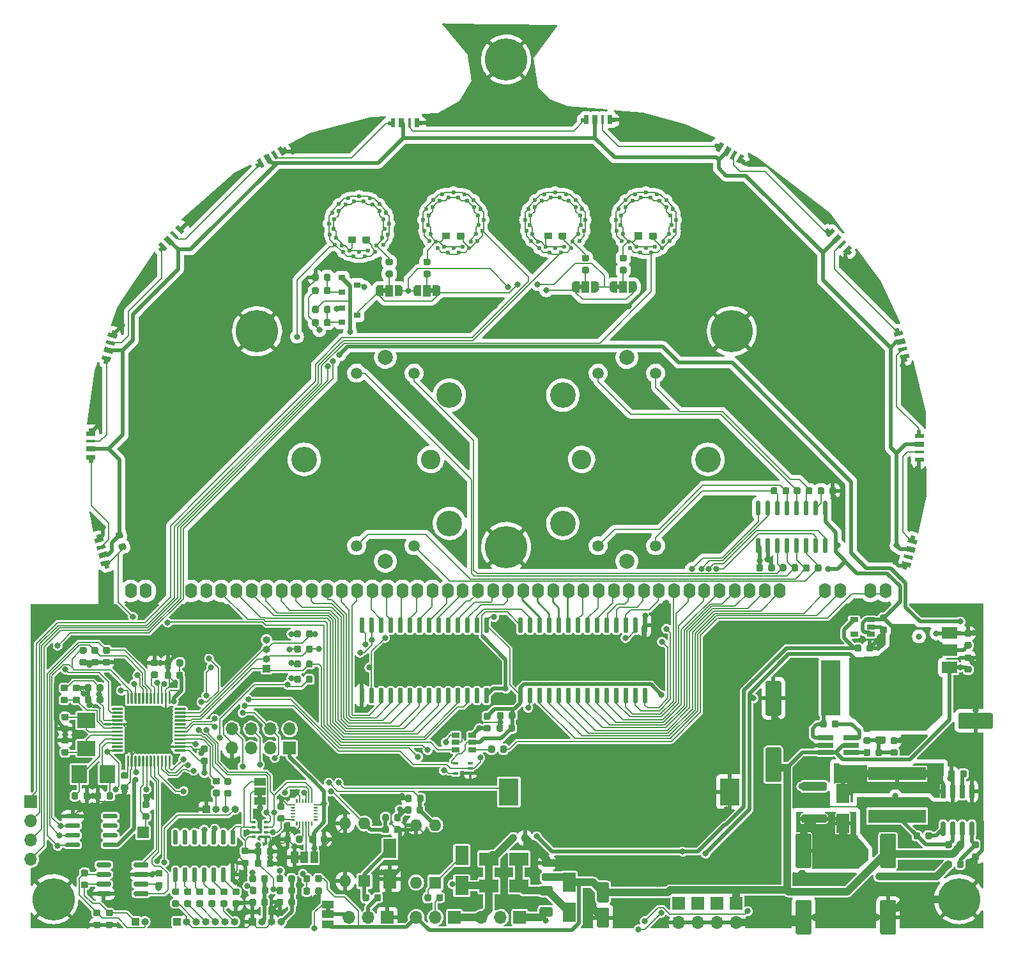
<source format=gbl>
G04 #@! TF.GenerationSoftware,KiCad,Pcbnew,(5.99.0-3329-ga80190e20)*
G04 #@! TF.CreationDate,2020-09-20T16:31:58-04:00*
G04 #@! TF.ProjectId,MotorcycleSpeedo,4d6f746f-7263-4796-936c-655370656564,rev?*
G04 #@! TF.SameCoordinates,Original*
G04 #@! TF.FileFunction,Copper,L2,Bot*
G04 #@! TF.FilePolarity,Positive*
%FSLAX46Y46*%
G04 Gerber Fmt 4.6, Leading zero omitted, Abs format (unit mm)*
G04 Created by KiCad (PCBNEW (5.99.0-3329-ga80190e20)) date 2020-09-20 16:31:58*
%MOMM*%
%LPD*%
G01*
G04 APERTURE LIST*
G04 #@! TA.AperFunction,ComponentPad*
%ADD10R,1.700000X1.700000*%
G04 #@! TD*
G04 #@! TA.AperFunction,ComponentPad*
%ADD11O,1.700000X1.700000*%
G04 #@! TD*
G04 #@! TA.AperFunction,ComponentPad*
%ADD12R,1.000000X1.000000*%
G04 #@! TD*
G04 #@! TA.AperFunction,ComponentPad*
%ADD13O,1.000000X1.000000*%
G04 #@! TD*
G04 #@! TA.AperFunction,ComponentPad*
%ADD14C,5.600000*%
G04 #@! TD*
G04 #@! TA.AperFunction,ComponentPad*
%ADD15C,0.600000*%
G04 #@! TD*
G04 #@! TA.AperFunction,SMDPad,CuDef*
%ADD16R,1.050000X0.950000*%
G04 #@! TD*
G04 #@! TA.AperFunction,SMDPad,CuDef*
%ADD17R,1.000000X1.000000*%
G04 #@! TD*
G04 #@! TA.AperFunction,WasherPad*
%ADD18C,3.400000*%
G04 #@! TD*
G04 #@! TA.AperFunction,WasherPad*
%ADD19C,2.600000*%
G04 #@! TD*
G04 #@! TA.AperFunction,WasherPad*
%ADD20C,2.000000*%
G04 #@! TD*
G04 #@! TA.AperFunction,ComponentPad*
%ADD21C,1.500000*%
G04 #@! TD*
G04 #@! TA.AperFunction,ComponentPad*
%ADD22O,1.600000X2.000000*%
G04 #@! TD*
G04 #@! TA.AperFunction,SMDPad,CuDef*
%ADD23R,1.800000X2.500000*%
G04 #@! TD*
G04 #@! TA.AperFunction,SMDPad,CuDef*
%ADD24R,2.500000X1.800000*%
G04 #@! TD*
G04 #@! TA.AperFunction,SMDPad,CuDef*
%ADD25R,1.500000X1.000000*%
G04 #@! TD*
G04 #@! TA.AperFunction,SMDPad,CuDef*
%ADD26R,1.000000X1.500000*%
G04 #@! TD*
G04 #@! TA.AperFunction,SMDPad,CuDef*
%ADD27R,2.650000X7.300000*%
G04 #@! TD*
G04 #@! TA.AperFunction,SMDPad,CuDef*
%ADD28R,1.060000X0.650000*%
G04 #@! TD*
G04 #@! TA.AperFunction,SMDPad,CuDef*
%ADD29R,0.500000X0.350000*%
G04 #@! TD*
G04 #@! TA.AperFunction,ComponentPad*
%ADD30R,1.600000X1.600000*%
G04 #@! TD*
G04 #@! TA.AperFunction,ComponentPad*
%ADD31O,1.600000X1.600000*%
G04 #@! TD*
G04 #@! TA.AperFunction,SMDPad,CuDef*
%ADD32R,7.700000X1.800000*%
G04 #@! TD*
G04 #@! TA.AperFunction,SMDPad,CuDef*
%ADD33R,2.600000X3.600000*%
G04 #@! TD*
G04 #@! TA.AperFunction,SMDPad,CuDef*
%ADD34R,2.400000X2.000000*%
G04 #@! TD*
G04 #@! TA.AperFunction,SMDPad,CuDef*
%ADD35R,2.000000X2.400000*%
G04 #@! TD*
G04 #@! TA.AperFunction,SMDPad,CuDef*
%ADD36R,0.650000X0.400000*%
G04 #@! TD*
G04 #@! TA.AperFunction,SMDPad,CuDef*
%ADD37R,2.000000X0.650000*%
G04 #@! TD*
G04 #@! TA.AperFunction,SMDPad,CuDef*
%ADD38R,2.000000X1.500000*%
G04 #@! TD*
G04 #@! TA.AperFunction,SMDPad,CuDef*
%ADD39R,2.000000X3.800000*%
G04 #@! TD*
G04 #@! TA.AperFunction,SMDPad,CuDef*
%ADD40R,1.500000X1.500000*%
G04 #@! TD*
G04 #@! TA.AperFunction,SMDPad,CuDef*
%ADD41R,0.900000X0.800000*%
G04 #@! TD*
G04 #@! TA.AperFunction,SMDPad,CuDef*
%ADD42R,0.700000X1.200000*%
G04 #@! TD*
G04 #@! TA.AperFunction,SMDPad,CuDef*
%ADD43R,0.450000X1.200000*%
G04 #@! TD*
G04 #@! TA.AperFunction,SMDPad,CuDef*
%ADD44R,1.200000X0.700000*%
G04 #@! TD*
G04 #@! TA.AperFunction,SMDPad,CuDef*
%ADD45R,1.200000X0.450000*%
G04 #@! TD*
G04 #@! TA.AperFunction,ViaPad*
%ADD46C,0.800000*%
G04 #@! TD*
G04 #@! TA.AperFunction,Conductor*
%ADD47C,0.160000*%
G04 #@! TD*
G04 #@! TA.AperFunction,Conductor*
%ADD48C,0.200000*%
G04 #@! TD*
G04 #@! TA.AperFunction,Conductor*
%ADD49C,1.000000*%
G04 #@! TD*
G04 #@! TA.AperFunction,Conductor*
%ADD50C,0.500000*%
G04 #@! TD*
G04 #@! TA.AperFunction,Conductor*
%ADD51C,0.250000*%
G04 #@! TD*
G04 APERTURE END LIST*
G36*
X181521000Y-158253000D02*
G01*
X180921000Y-158253000D01*
X180921000Y-157753000D01*
X181521000Y-157753000D01*
X181521000Y-158253000D01*
G37*
G36*
X186705000Y-166422000D02*
G01*
X186205000Y-166422000D01*
X186205000Y-165822000D01*
X186705000Y-165822000D01*
X186705000Y-166422000D01*
G37*
G36*
X190560000Y-173230000D02*
G01*
X189960000Y-173230000D01*
X189960000Y-172730000D01*
X190560000Y-172730000D01*
X190560000Y-173230000D01*
G37*
G36*
X197960000Y-91330000D02*
G01*
X197460000Y-91330000D01*
X197460000Y-90730000D01*
X197960000Y-90730000D01*
X197960000Y-91330000D01*
G37*
G36*
X204260000Y-91330000D02*
G01*
X203760000Y-91330000D01*
X203760000Y-90730000D01*
X204260000Y-90730000D01*
X204260000Y-91330000D01*
G37*
G36*
X228960000Y-90830000D02*
G01*
X228460000Y-90830000D01*
X228460000Y-90230000D01*
X228960000Y-90230000D01*
X228960000Y-90830000D01*
G37*
G36*
X223960000Y-90830000D02*
G01*
X223460000Y-90830000D01*
X223460000Y-90230000D01*
X223960000Y-90230000D01*
X223960000Y-90830000D01*
G37*
D10*
X215660000Y-174030000D03*
D11*
X213120000Y-174030000D03*
X210580000Y-174030000D03*
D12*
X174100000Y-159700000D03*
D13*
X175370000Y-159700000D03*
X176640000Y-159700000D03*
X177910000Y-159700000D03*
D14*
X273860000Y-171630000D03*
X153860000Y-171630000D03*
D12*
X180260000Y-174630000D03*
D13*
X181530000Y-174630000D03*
X182800000Y-174630000D03*
X184070000Y-174630000D03*
D15*
X209150565Y-84542630D03*
X207484748Y-78687891D03*
X203474504Y-82343712D03*
X203816445Y-83545510D03*
X206235252Y-78687891D03*
X204146741Y-79981042D03*
X209573259Y-79981042D03*
X205070131Y-79139262D03*
D16*
X205910000Y-83808000D03*
D15*
X210130207Y-81099546D03*
X204569435Y-84542630D03*
X210245496Y-82343712D03*
X208649869Y-79139262D03*
X206860000Y-85430000D03*
X209903555Y-83545510D03*
X203589793Y-81099546D03*
X208088222Y-85200406D03*
X205631778Y-85200406D03*
X204754271Y-85430869D03*
X210842937Y-81660927D03*
X204165217Y-79073964D03*
X203012697Y-83124652D03*
X202877063Y-81660927D03*
X203279347Y-80247047D03*
X206125002Y-85961892D03*
X210052069Y-84440539D03*
X206860000Y-78030000D03*
X203667931Y-84440539D03*
X205415033Y-78300111D03*
X210440653Y-80247047D03*
X208304967Y-78300111D03*
X210707303Y-83124652D03*
X209554783Y-79073964D03*
X208965729Y-85430869D03*
G04 #@! TA.AperFunction,SMDPad,CuDef*
G36*
G01*
X207285000Y-84045500D02*
X207285000Y-83570500D01*
G75*
G02*
X207522500Y-83333000I237500J0D01*
G01*
X208097500Y-83333000D01*
G75*
G02*
X208335000Y-83570500I0J-237500D01*
G01*
X208335000Y-84045500D01*
G75*
G02*
X208097500Y-84283000I-237500J0D01*
G01*
X207522500Y-84283000D01*
G75*
G02*
X207285000Y-84045500I0J237500D01*
G01*
G37*
G04 #@! TD.AperFunction*
X207594998Y-85961892D03*
X194984748Y-79187891D03*
X191646741Y-80481042D03*
X197073259Y-80481042D03*
X197403555Y-84045510D03*
X193735252Y-79187891D03*
X197630207Y-81599546D03*
X197745496Y-82843712D03*
X194360000Y-85930000D03*
X196650565Y-85042630D03*
X195588222Y-85700406D03*
X191316445Y-84045510D03*
X190974504Y-82843712D03*
X193131778Y-85700406D03*
X192069435Y-85042630D03*
X196149869Y-79639262D03*
D16*
X193410000Y-84308000D03*
D15*
X192570131Y-79639262D03*
X191089793Y-81599546D03*
X194360000Y-78530000D03*
X197940653Y-80747047D03*
X195094998Y-86461892D03*
X198207303Y-83624652D03*
X192254271Y-85930869D03*
X195804967Y-78800111D03*
X190512697Y-83624652D03*
X191665217Y-79573964D03*
X191167931Y-84940539D03*
G04 #@! TA.AperFunction,SMDPad,CuDef*
G36*
G01*
X194785000Y-84545500D02*
X194785000Y-84070500D01*
G75*
G02*
X195022500Y-83833000I237500J0D01*
G01*
X195597500Y-83833000D01*
G75*
G02*
X195835000Y-84070500I0J-237500D01*
G01*
X195835000Y-84545500D01*
G75*
G02*
X195597500Y-84783000I-237500J0D01*
G01*
X195022500Y-84783000D01*
G75*
G02*
X194785000Y-84545500I0J237500D01*
G01*
G37*
G04 #@! TD.AperFunction*
X190779347Y-80747047D03*
X197552069Y-84940539D03*
X198342937Y-82160927D03*
X192915033Y-78800111D03*
X197054783Y-79573964D03*
X196465729Y-85930869D03*
X190377063Y-82160927D03*
X193625002Y-86461892D03*
X232360000Y-85430000D03*
D17*
X231410000Y-83808000D03*
D15*
X234149869Y-79139262D03*
X229089793Y-81099546D03*
X229316445Y-83545510D03*
X235630207Y-81099546D03*
X233588222Y-85200406D03*
X231131778Y-85200406D03*
X235745496Y-82343712D03*
X232984748Y-78687891D03*
X234650565Y-84542630D03*
X235403555Y-83545510D03*
X229646741Y-79981042D03*
X231735252Y-78687891D03*
X228974504Y-82343712D03*
X230069435Y-84542630D03*
X230570131Y-79139262D03*
X235073259Y-79981042D03*
X235054783Y-79073964D03*
X231625002Y-85961892D03*
X230915033Y-78300111D03*
X236207303Y-83124652D03*
X228779347Y-80247047D03*
X230254271Y-85430869D03*
X234465729Y-85430869D03*
X228377063Y-81660927D03*
X229167931Y-84440539D03*
X235940653Y-80247047D03*
X233804967Y-78300111D03*
X229665217Y-79073964D03*
X228512697Y-83124652D03*
X232360000Y-78030000D03*
X236342937Y-81660927D03*
X233094998Y-85961892D03*
X235552069Y-84440539D03*
G04 #@! TA.AperFunction,SMDPad,CuDef*
G36*
G01*
X232785000Y-84045500D02*
X232785000Y-83570500D01*
G75*
G02*
X233022500Y-83333000I237500J0D01*
G01*
X233597500Y-83333000D01*
G75*
G02*
X233835000Y-83570500I0J-237500D01*
G01*
X233835000Y-84045500D01*
G75*
G02*
X233597500Y-84283000I-237500J0D01*
G01*
X233022500Y-84283000D01*
G75*
G02*
X232785000Y-84045500I0J237500D01*
G01*
G37*
G04 #@! TD.AperFunction*
D14*
X213850000Y-124983640D03*
D18*
X206340000Y-121868640D03*
X187100000Y-113378640D03*
X206340000Y-104888640D03*
D19*
X203850000Y-113378640D03*
D20*
X197850000Y-126878640D03*
X197850000Y-99878640D03*
D21*
X201660000Y-124808640D03*
X194040000Y-124808640D03*
X201660000Y-101948640D03*
X194040000Y-101948640D03*
D14*
X213850000Y-60430000D03*
X243760000Y-96430000D03*
X180860000Y-96430000D03*
D15*
X222650565Y-84542630D03*
X219735252Y-78687891D03*
X223745496Y-82343712D03*
X220360000Y-85430000D03*
X217089793Y-81099546D03*
X218570131Y-79139262D03*
X219131778Y-85200406D03*
X220984748Y-78687891D03*
X223630207Y-81099546D03*
X223073259Y-79981042D03*
D16*
X219410000Y-83808000D03*
D15*
X216974504Y-82343712D03*
X222149869Y-79139262D03*
X221588222Y-85200406D03*
X217316445Y-83545510D03*
X223403555Y-83545510D03*
X217646741Y-79981042D03*
X218069435Y-84542630D03*
X217665217Y-79073964D03*
X223940653Y-80247047D03*
X221804967Y-78300111D03*
X218915033Y-78300111D03*
X223552069Y-84440539D03*
X217167931Y-84440539D03*
X220360000Y-78030000D03*
X219625002Y-85961892D03*
X218254271Y-85430869D03*
X222465729Y-85430869D03*
G04 #@! TA.AperFunction,SMDPad,CuDef*
G36*
G01*
X220785000Y-84045500D02*
X220785000Y-83570500D01*
G75*
G02*
X221022500Y-83333000I237500J0D01*
G01*
X221597500Y-83333000D01*
G75*
G02*
X221835000Y-83570500I0J-237500D01*
G01*
X221835000Y-84045500D01*
G75*
G02*
X221597500Y-84283000I-237500J0D01*
G01*
X221022500Y-84283000D01*
G75*
G02*
X220785000Y-84045500I0J237500D01*
G01*
G37*
G04 #@! TD.AperFunction*
X221094998Y-85961892D03*
X223054783Y-79073964D03*
X216779347Y-80247047D03*
X224342937Y-81660927D03*
X224207303Y-83124652D03*
X216512697Y-83124652D03*
X216377063Y-81660927D03*
D22*
X264114000Y-130810000D03*
X262114000Y-130810000D03*
X258114000Y-130810000D03*
X256114000Y-130810000D03*
X250114000Y-130810000D03*
X248114000Y-130810000D03*
X246114000Y-130810000D03*
X244114000Y-130810000D03*
X242114000Y-130810000D03*
X240114000Y-130810000D03*
X238114000Y-130810000D03*
X236114000Y-130810000D03*
X234114000Y-130810000D03*
X232114000Y-130810000D03*
X230114000Y-130810000D03*
X228114000Y-130810000D03*
X226114000Y-130810000D03*
X224114000Y-130810000D03*
X222114000Y-130810000D03*
X220114000Y-130810000D03*
X218114000Y-130810000D03*
X216114000Y-130810000D03*
X214114000Y-130810000D03*
X212114000Y-130810000D03*
X210114000Y-130810000D03*
X208114000Y-130810000D03*
X206114000Y-130810000D03*
X204114000Y-130810000D03*
X202114000Y-130810000D03*
X200114000Y-130810000D03*
X198114000Y-130810000D03*
X196114000Y-130810000D03*
X194114000Y-130810000D03*
X192114000Y-130810000D03*
X190114000Y-130810000D03*
X188114000Y-130810000D03*
X186114000Y-130810000D03*
X184114000Y-130810000D03*
X182114000Y-130810000D03*
X180114000Y-130810000D03*
X178114000Y-130810000D03*
X176114000Y-130810000D03*
X174114000Y-130810000D03*
X172114000Y-130810000D03*
X166114000Y-130810000D03*
X164114000Y-130810000D03*
G04 #@! TA.AperFunction,SMDPad,CuDef*
G36*
G01*
X219716250Y-169205000D02*
X218803750Y-169205000D01*
G75*
G02*
X218560000Y-168961250I0J243750D01*
G01*
X218560000Y-168473750D01*
G75*
G02*
X218803750Y-168230000I243750J0D01*
G01*
X219716250Y-168230000D01*
G75*
G02*
X219960000Y-168473750I0J-243750D01*
G01*
X219960000Y-168961250D01*
G75*
G02*
X219716250Y-169205000I-243750J0D01*
G01*
G37*
G04 #@! TD.AperFunction*
G04 #@! TA.AperFunction,SMDPad,CuDef*
G36*
G01*
X219716250Y-167330000D02*
X218803750Y-167330000D01*
G75*
G02*
X218560000Y-167086250I0J243750D01*
G01*
X218560000Y-166598750D01*
G75*
G02*
X218803750Y-166355000I243750J0D01*
G01*
X219716250Y-166355000D01*
G75*
G02*
X219960000Y-166598750I0J-243750D01*
G01*
X219960000Y-167086250D01*
G75*
G02*
X219716250Y-167330000I-243750J0D01*
G01*
G37*
G04 #@! TD.AperFunction*
G04 #@! TA.AperFunction,SMDPad,CuDef*
G36*
G01*
X226150000Y-169414000D02*
X227250000Y-169414000D01*
G75*
G02*
X227500000Y-169664000I0J-250000D01*
G01*
X227500000Y-171814000D01*
G75*
G02*
X227250000Y-172064000I-250000J0D01*
G01*
X226150000Y-172064000D01*
G75*
G02*
X225900000Y-171814000I0J250000D01*
G01*
X225900000Y-169664000D01*
G75*
G02*
X226150000Y-169414000I250000J0D01*
G01*
G37*
G04 #@! TD.AperFunction*
G04 #@! TA.AperFunction,SMDPad,CuDef*
G36*
G01*
X226150000Y-172764000D02*
X227250000Y-172764000D01*
G75*
G02*
X227500000Y-173014000I0J-250000D01*
G01*
X227500000Y-175164000D01*
G75*
G02*
X227250000Y-175414000I-250000J0D01*
G01*
X226150000Y-175414000D01*
G75*
G02*
X225900000Y-175164000I0J250000D01*
G01*
X225900000Y-173014000D01*
G75*
G02*
X226150000Y-172764000I250000J0D01*
G01*
G37*
G04 #@! TD.AperFunction*
G04 #@! TA.AperFunction,SMDPad,CuDef*
G36*
G01*
X264116250Y-136397501D02*
X263603750Y-136397501D01*
G75*
G02*
X263385000Y-136178751I0J218750D01*
G01*
X263385000Y-135741251D01*
G75*
G02*
X263603750Y-135522501I218750J0D01*
G01*
X264116250Y-135522501D01*
G75*
G02*
X264335000Y-135741251I0J-218750D01*
G01*
X264335000Y-136178751D01*
G75*
G02*
X264116250Y-136397501I-218750J0D01*
G01*
G37*
G04 #@! TD.AperFunction*
G04 #@! TA.AperFunction,SMDPad,CuDef*
G36*
G01*
X264116250Y-134822501D02*
X263603750Y-134822501D01*
G75*
G02*
X263385000Y-134603751I0J218750D01*
G01*
X263385000Y-134166251D01*
G75*
G02*
X263603750Y-133947501I218750J0D01*
G01*
X264116250Y-133947501D01*
G75*
G02*
X264335000Y-134166251I0J-218750D01*
G01*
X264335000Y-134603751D01*
G75*
G02*
X264116250Y-134822501I-218750J0D01*
G01*
G37*
G04 #@! TD.AperFunction*
G04 #@! TA.AperFunction,SMDPad,CuDef*
G36*
G01*
X262485000Y-138116251D02*
X262485000Y-138628751D01*
G75*
G02*
X262266250Y-138847501I-218750J0D01*
G01*
X261828750Y-138847501D01*
G75*
G02*
X261610000Y-138628751I0J218750D01*
G01*
X261610000Y-138116251D01*
G75*
G02*
X261828750Y-137897501I218750J0D01*
G01*
X262266250Y-137897501D01*
G75*
G02*
X262485000Y-138116251I0J-218750D01*
G01*
G37*
G04 #@! TD.AperFunction*
G04 #@! TA.AperFunction,SMDPad,CuDef*
G36*
G01*
X260910000Y-138116251D02*
X260910000Y-138628751D01*
G75*
G02*
X260691250Y-138847501I-218750J0D01*
G01*
X260253750Y-138847501D01*
G75*
G02*
X260035000Y-138628751I0J218750D01*
G01*
X260035000Y-138116251D01*
G75*
G02*
X260253750Y-137897501I218750J0D01*
G01*
X260691250Y-137897501D01*
G75*
G02*
X260910000Y-138116251I0J-218750D01*
G01*
G37*
G04 #@! TD.AperFunction*
G04 #@! TA.AperFunction,SMDPad,CuDef*
G36*
G01*
X275316249Y-138442501D02*
X274803749Y-138442501D01*
G75*
G02*
X274584999Y-138223751I0J218750D01*
G01*
X274584999Y-137786251D01*
G75*
G02*
X274803749Y-137567501I218750J0D01*
G01*
X275316249Y-137567501D01*
G75*
G02*
X275534999Y-137786251I0J-218750D01*
G01*
X275534999Y-138223751D01*
G75*
G02*
X275316249Y-138442501I-218750J0D01*
G01*
G37*
G04 #@! TD.AperFunction*
G04 #@! TA.AperFunction,SMDPad,CuDef*
G36*
G01*
X275316249Y-136867501D02*
X274803749Y-136867501D01*
G75*
G02*
X274584999Y-136648751I0J218750D01*
G01*
X274584999Y-136211251D01*
G75*
G02*
X274803749Y-135992501I218750J0D01*
G01*
X275316249Y-135992501D01*
G75*
G02*
X275534999Y-136211251I0J-218750D01*
G01*
X275534999Y-136648751D01*
G75*
G02*
X275316249Y-136867501I-218750J0D01*
G01*
G37*
G04 #@! TD.AperFunction*
G04 #@! TA.AperFunction,SMDPad,CuDef*
G36*
G01*
X180569001Y-165555249D02*
X180569001Y-165042749D01*
G75*
G02*
X180787751Y-164823999I218750J0D01*
G01*
X181225251Y-164823999D01*
G75*
G02*
X181444001Y-165042749I0J-218750D01*
G01*
X181444001Y-165555249D01*
G75*
G02*
X181225251Y-165773999I-218750J0D01*
G01*
X180787751Y-165773999D01*
G75*
G02*
X180569001Y-165555249I0J218750D01*
G01*
G37*
G04 #@! TD.AperFunction*
G04 #@! TA.AperFunction,SMDPad,CuDef*
G36*
G01*
X182144001Y-165555249D02*
X182144001Y-165042749D01*
G75*
G02*
X182362751Y-164823999I218750J0D01*
G01*
X182800251Y-164823999D01*
G75*
G02*
X183019001Y-165042749I0J-218750D01*
G01*
X183019001Y-165555249D01*
G75*
G02*
X182800251Y-165773999I-218750J0D01*
G01*
X182362751Y-165773999D01*
G75*
G02*
X182144001Y-165555249I0J218750D01*
G01*
G37*
G04 #@! TD.AperFunction*
G04 #@! TA.AperFunction,SMDPad,CuDef*
G36*
G01*
X180569001Y-167155249D02*
X180569001Y-166642749D01*
G75*
G02*
X180787751Y-166423999I218750J0D01*
G01*
X181225251Y-166423999D01*
G75*
G02*
X181444001Y-166642749I0J-218750D01*
G01*
X181444001Y-167155249D01*
G75*
G02*
X181225251Y-167373999I-218750J0D01*
G01*
X180787751Y-167373999D01*
G75*
G02*
X180569001Y-167155249I0J218750D01*
G01*
G37*
G04 #@! TD.AperFunction*
G04 #@! TA.AperFunction,SMDPad,CuDef*
G36*
G01*
X182144001Y-167155249D02*
X182144001Y-166642749D01*
G75*
G02*
X182362751Y-166423999I218750J0D01*
G01*
X182800251Y-166423999D01*
G75*
G02*
X183019001Y-166642749I0J-218750D01*
G01*
X183019001Y-167155249D01*
G75*
G02*
X182800251Y-167373999I-218750J0D01*
G01*
X182362751Y-167373999D01*
G75*
G02*
X182144001Y-167155249I0J218750D01*
G01*
G37*
G04 #@! TD.AperFunction*
G04 #@! TA.AperFunction,SMDPad,CuDef*
G36*
G01*
X187743000Y-163959250D02*
X187743000Y-163446750D01*
G75*
G02*
X187961750Y-163228000I218750J0D01*
G01*
X188399250Y-163228000D01*
G75*
G02*
X188618000Y-163446750I0J-218750D01*
G01*
X188618000Y-163959250D01*
G75*
G02*
X188399250Y-164178000I-218750J0D01*
G01*
X187961750Y-164178000D01*
G75*
G02*
X187743000Y-163959250I0J218750D01*
G01*
G37*
G04 #@! TD.AperFunction*
G04 #@! TA.AperFunction,SMDPad,CuDef*
G36*
G01*
X189318000Y-163959250D02*
X189318000Y-163446750D01*
G75*
G02*
X189536750Y-163228000I218750J0D01*
G01*
X189974250Y-163228000D01*
G75*
G02*
X190193000Y-163446750I0J-218750D01*
G01*
X190193000Y-163959250D01*
G75*
G02*
X189974250Y-164178000I-218750J0D01*
G01*
X189536750Y-164178000D01*
G75*
G02*
X189318000Y-163959250I0J218750D01*
G01*
G37*
G04 #@! TD.AperFunction*
G04 #@! TA.AperFunction,SMDPad,CuDef*
G36*
G01*
X186891000Y-163446750D02*
X186891000Y-163959250D01*
G75*
G02*
X186672250Y-164178000I-218750J0D01*
G01*
X186234750Y-164178000D01*
G75*
G02*
X186016000Y-163959250I0J218750D01*
G01*
X186016000Y-163446750D01*
G75*
G02*
X186234750Y-163228000I218750J0D01*
G01*
X186672250Y-163228000D01*
G75*
G02*
X186891000Y-163446750I0J-218750D01*
G01*
G37*
G04 #@! TD.AperFunction*
G04 #@! TA.AperFunction,SMDPad,CuDef*
G36*
G01*
X185316000Y-163446750D02*
X185316000Y-163959250D01*
G75*
G02*
X185097250Y-164178000I-218750J0D01*
G01*
X184659750Y-164178000D01*
G75*
G02*
X184441000Y-163959250I0J218750D01*
G01*
X184441000Y-163446750D01*
G75*
G02*
X184659750Y-163228000I218750J0D01*
G01*
X185097250Y-163228000D01*
G75*
G02*
X185316000Y-163446750I0J-218750D01*
G01*
G37*
G04 #@! TD.AperFunction*
G04 #@! TA.AperFunction,SMDPad,CuDef*
G36*
G01*
X202926504Y-158035749D02*
X202926504Y-158548249D01*
G75*
G02*
X202707754Y-158766999I-218750J0D01*
G01*
X202270254Y-158766999D01*
G75*
G02*
X202051504Y-158548249I0J218750D01*
G01*
X202051504Y-158035749D01*
G75*
G02*
X202270254Y-157816999I218750J0D01*
G01*
X202707754Y-157816999D01*
G75*
G02*
X202926504Y-158035749I0J-218750D01*
G01*
G37*
G04 #@! TD.AperFunction*
G04 #@! TA.AperFunction,SMDPad,CuDef*
G36*
G01*
X201351504Y-158035749D02*
X201351504Y-158548249D01*
G75*
G02*
X201132754Y-158766999I-218750J0D01*
G01*
X200695254Y-158766999D01*
G75*
G02*
X200476504Y-158548249I0J218750D01*
G01*
X200476504Y-158035749D01*
G75*
G02*
X200695254Y-157816999I218750J0D01*
G01*
X201132754Y-157816999D01*
G75*
G02*
X201351504Y-158035749I0J-218750D01*
G01*
G37*
G04 #@! TD.AperFunction*
G04 #@! TA.AperFunction,SMDPad,CuDef*
G36*
G01*
X274885000Y-154773750D02*
X274885000Y-155286250D01*
G75*
G02*
X274666250Y-155505000I-218750J0D01*
G01*
X274228750Y-155505000D01*
G75*
G02*
X274010000Y-155286250I0J218750D01*
G01*
X274010000Y-154773750D01*
G75*
G02*
X274228750Y-154555000I218750J0D01*
G01*
X274666250Y-154555000D01*
G75*
G02*
X274885000Y-154773750I0J-218750D01*
G01*
G37*
G04 #@! TD.AperFunction*
G04 #@! TA.AperFunction,SMDPad,CuDef*
G36*
G01*
X273310000Y-154773750D02*
X273310000Y-155286250D01*
G75*
G02*
X273091250Y-155505000I-218750J0D01*
G01*
X272653750Y-155505000D01*
G75*
G02*
X272435000Y-155286250I0J218750D01*
G01*
X272435000Y-154773750D01*
G75*
G02*
X272653750Y-154555000I218750J0D01*
G01*
X273091250Y-154555000D01*
G75*
G02*
X273310000Y-154773750I0J-218750D01*
G01*
G37*
G04 #@! TD.AperFunction*
G04 #@! TA.AperFunction,SMDPad,CuDef*
G36*
G01*
X161025750Y-173019000D02*
X161538250Y-173019000D01*
G75*
G02*
X161757000Y-173237750I0J-218750D01*
G01*
X161757000Y-173675250D01*
G75*
G02*
X161538250Y-173894000I-218750J0D01*
G01*
X161025750Y-173894000D01*
G75*
G02*
X160807000Y-173675250I0J218750D01*
G01*
X160807000Y-173237750D01*
G75*
G02*
X161025750Y-173019000I218750J0D01*
G01*
G37*
G04 #@! TD.AperFunction*
G04 #@! TA.AperFunction,SMDPad,CuDef*
G36*
G01*
X161025750Y-174594000D02*
X161538250Y-174594000D01*
G75*
G02*
X161757000Y-174812750I0J-218750D01*
G01*
X161757000Y-175250250D01*
G75*
G02*
X161538250Y-175469000I-218750J0D01*
G01*
X161025750Y-175469000D01*
G75*
G02*
X160807000Y-175250250I0J218750D01*
G01*
X160807000Y-174812750D01*
G75*
G02*
X161025750Y-174594000I218750J0D01*
G01*
G37*
G04 #@! TD.AperFunction*
G04 #@! TA.AperFunction,SMDPad,CuDef*
G36*
G01*
X168116250Y-170225000D02*
X167603750Y-170225000D01*
G75*
G02*
X167385000Y-170006250I0J218750D01*
G01*
X167385000Y-169568750D01*
G75*
G02*
X167603750Y-169350000I218750J0D01*
G01*
X168116250Y-169350000D01*
G75*
G02*
X168335000Y-169568750I0J-218750D01*
G01*
X168335000Y-170006250D01*
G75*
G02*
X168116250Y-170225000I-218750J0D01*
G01*
G37*
G04 #@! TD.AperFunction*
G04 #@! TA.AperFunction,SMDPad,CuDef*
G36*
G01*
X168116250Y-168650000D02*
X167603750Y-168650000D01*
G75*
G02*
X167385000Y-168431250I0J218750D01*
G01*
X167385000Y-167993750D01*
G75*
G02*
X167603750Y-167775000I218750J0D01*
G01*
X168116250Y-167775000D01*
G75*
G02*
X168335000Y-167993750I0J-218750D01*
G01*
X168335000Y-168431250D01*
G75*
G02*
X168116250Y-168650000I-218750J0D01*
G01*
G37*
G04 #@! TD.AperFunction*
G04 #@! TA.AperFunction,SMDPad,CuDef*
G36*
G01*
X197435000Y-162686250D02*
X197435000Y-162173750D01*
G75*
G02*
X197653750Y-161955000I218750J0D01*
G01*
X198091250Y-161955000D01*
G75*
G02*
X198310000Y-162173750I0J-218750D01*
G01*
X198310000Y-162686250D01*
G75*
G02*
X198091250Y-162905000I-218750J0D01*
G01*
X197653750Y-162905000D01*
G75*
G02*
X197435000Y-162686250I0J218750D01*
G01*
G37*
G04 #@! TD.AperFunction*
G04 #@! TA.AperFunction,SMDPad,CuDef*
G36*
G01*
X199010000Y-162686250D02*
X199010000Y-162173750D01*
G75*
G02*
X199228750Y-161955000I218750J0D01*
G01*
X199666250Y-161955000D01*
G75*
G02*
X199885000Y-162173750I0J-218750D01*
G01*
X199885000Y-162686250D01*
G75*
G02*
X199666250Y-162905000I-218750J0D01*
G01*
X199228750Y-162905000D01*
G75*
G02*
X199010000Y-162686250I0J218750D01*
G01*
G37*
G04 #@! TD.AperFunction*
G04 #@! TA.AperFunction,SMDPad,CuDef*
G36*
G01*
X163043750Y-154825000D02*
X163556250Y-154825000D01*
G75*
G02*
X163775000Y-155043750I0J-218750D01*
G01*
X163775000Y-155481250D01*
G75*
G02*
X163556250Y-155700000I-218750J0D01*
G01*
X163043750Y-155700000D01*
G75*
G02*
X162825000Y-155481250I0J218750D01*
G01*
X162825000Y-155043750D01*
G75*
G02*
X163043750Y-154825000I218750J0D01*
G01*
G37*
G04 #@! TD.AperFunction*
G04 #@! TA.AperFunction,SMDPad,CuDef*
G36*
G01*
X163043750Y-156400000D02*
X163556250Y-156400000D01*
G75*
G02*
X163775000Y-156618750I0J-218750D01*
G01*
X163775000Y-157056250D01*
G75*
G02*
X163556250Y-157275000I-218750J0D01*
G01*
X163043750Y-157275000D01*
G75*
G02*
X162825000Y-157056250I0J218750D01*
G01*
X162825000Y-156618750D01*
G75*
G02*
X163043750Y-156400000I218750J0D01*
G01*
G37*
G04 #@! TD.AperFunction*
G04 #@! TA.AperFunction,SMDPad,CuDef*
G36*
G01*
X174111250Y-153752000D02*
X173598750Y-153752000D01*
G75*
G02*
X173380000Y-153533250I0J218750D01*
G01*
X173380000Y-153095750D01*
G75*
G02*
X173598750Y-152877000I218750J0D01*
G01*
X174111250Y-152877000D01*
G75*
G02*
X174330000Y-153095750I0J-218750D01*
G01*
X174330000Y-153533250D01*
G75*
G02*
X174111250Y-153752000I-218750J0D01*
G01*
G37*
G04 #@! TD.AperFunction*
G04 #@! TA.AperFunction,SMDPad,CuDef*
G36*
G01*
X174111250Y-152177000D02*
X173598750Y-152177000D01*
G75*
G02*
X173380000Y-151958250I0J218750D01*
G01*
X173380000Y-151520750D01*
G75*
G02*
X173598750Y-151302000I218750J0D01*
G01*
X174111250Y-151302000D01*
G75*
G02*
X174330000Y-151520750I0J-218750D01*
G01*
X174330000Y-151958250D01*
G75*
G02*
X174111250Y-152177000I-218750J0D01*
G01*
G37*
G04 #@! TD.AperFunction*
G04 #@! TA.AperFunction,SMDPad,CuDef*
G36*
G01*
X171041500Y-141729750D02*
X171041500Y-142242250D01*
G75*
G02*
X170822750Y-142461000I-218750J0D01*
G01*
X170385250Y-142461000D01*
G75*
G02*
X170166500Y-142242250I0J218750D01*
G01*
X170166500Y-141729750D01*
G75*
G02*
X170385250Y-141511000I218750J0D01*
G01*
X170822750Y-141511000D01*
G75*
G02*
X171041500Y-141729750I0J-218750D01*
G01*
G37*
G04 #@! TD.AperFunction*
G04 #@! TA.AperFunction,SMDPad,CuDef*
G36*
G01*
X169466500Y-141729750D02*
X169466500Y-142242250D01*
G75*
G02*
X169247750Y-142461000I-218750J0D01*
G01*
X168810250Y-142461000D01*
G75*
G02*
X168591500Y-142242250I0J218750D01*
G01*
X168591500Y-141729750D01*
G75*
G02*
X168810250Y-141511000I218750J0D01*
G01*
X169247750Y-141511000D01*
G75*
G02*
X169466500Y-141729750I0J-218750D01*
G01*
G37*
G04 #@! TD.AperFunction*
G04 #@! TA.AperFunction,SMDPad,CuDef*
G36*
G01*
X171054000Y-140079750D02*
X171054000Y-140592250D01*
G75*
G02*
X170835250Y-140811000I-218750J0D01*
G01*
X170397750Y-140811000D01*
G75*
G02*
X170179000Y-140592250I0J218750D01*
G01*
X170179000Y-140079750D01*
G75*
G02*
X170397750Y-139861000I218750J0D01*
G01*
X170835250Y-139861000D01*
G75*
G02*
X171054000Y-140079750I0J-218750D01*
G01*
G37*
G04 #@! TD.AperFunction*
G04 #@! TA.AperFunction,SMDPad,CuDef*
G36*
G01*
X169479000Y-140079750D02*
X169479000Y-140592250D01*
G75*
G02*
X169260250Y-140811000I-218750J0D01*
G01*
X168822750Y-140811000D01*
G75*
G02*
X168604000Y-140592250I0J218750D01*
G01*
X168604000Y-140079750D01*
G75*
G02*
X168822750Y-139861000I218750J0D01*
G01*
X169260250Y-139861000D01*
G75*
G02*
X169479000Y-140079750I0J-218750D01*
G01*
G37*
G04 #@! TD.AperFunction*
G04 #@! TA.AperFunction,SMDPad,CuDef*
G36*
G01*
X160475000Y-143393750D02*
X160475000Y-143906250D01*
G75*
G02*
X160256250Y-144125000I-218750J0D01*
G01*
X159818750Y-144125000D01*
G75*
G02*
X159600000Y-143906250I0J218750D01*
G01*
X159600000Y-143393750D01*
G75*
G02*
X159818750Y-143175000I218750J0D01*
G01*
X160256250Y-143175000D01*
G75*
G02*
X160475000Y-143393750I0J-218750D01*
G01*
G37*
G04 #@! TD.AperFunction*
G04 #@! TA.AperFunction,SMDPad,CuDef*
G36*
G01*
X158900000Y-143393750D02*
X158900000Y-143906250D01*
G75*
G02*
X158681250Y-144125000I-218750J0D01*
G01*
X158243750Y-144125000D01*
G75*
G02*
X158025000Y-143906250I0J218750D01*
G01*
X158025000Y-143393750D01*
G75*
G02*
X158243750Y-143175000I218750J0D01*
G01*
X158681250Y-143175000D01*
G75*
G02*
X158900000Y-143393750I0J-218750D01*
G01*
G37*
G04 #@! TD.AperFunction*
G04 #@! TA.AperFunction,SMDPad,CuDef*
G36*
G01*
X160475000Y-144943750D02*
X160475000Y-145456250D01*
G75*
G02*
X160256250Y-145675000I-218750J0D01*
G01*
X159818750Y-145675000D01*
G75*
G02*
X159600000Y-145456250I0J218750D01*
G01*
X159600000Y-144943750D01*
G75*
G02*
X159818750Y-144725000I218750J0D01*
G01*
X160256250Y-144725000D01*
G75*
G02*
X160475000Y-144943750I0J-218750D01*
G01*
G37*
G04 #@! TD.AperFunction*
G04 #@! TA.AperFunction,SMDPad,CuDef*
G36*
G01*
X158900000Y-144943750D02*
X158900000Y-145456250D01*
G75*
G02*
X158681250Y-145675000I-218750J0D01*
G01*
X158243750Y-145675000D01*
G75*
G02*
X158025000Y-145456250I0J218750D01*
G01*
X158025000Y-144943750D01*
G75*
G02*
X158243750Y-144725000I218750J0D01*
G01*
X158681250Y-144725000D01*
G75*
G02*
X158900000Y-144943750I0J-218750D01*
G01*
G37*
G04 #@! TD.AperFunction*
G04 #@! TA.AperFunction,SMDPad,CuDef*
G36*
G01*
X157156250Y-145675000D02*
X156643750Y-145675000D01*
G75*
G02*
X156425000Y-145456250I0J218750D01*
G01*
X156425000Y-145018750D01*
G75*
G02*
X156643750Y-144800000I218750J0D01*
G01*
X157156250Y-144800000D01*
G75*
G02*
X157375000Y-145018750I0J-218750D01*
G01*
X157375000Y-145456250D01*
G75*
G02*
X157156250Y-145675000I-218750J0D01*
G01*
G37*
G04 #@! TD.AperFunction*
G04 #@! TA.AperFunction,SMDPad,CuDef*
G36*
G01*
X157156250Y-144100000D02*
X156643750Y-144100000D01*
G75*
G02*
X156425000Y-143881250I0J218750D01*
G01*
X156425000Y-143443750D01*
G75*
G02*
X156643750Y-143225000I218750J0D01*
G01*
X157156250Y-143225000D01*
G75*
G02*
X157375000Y-143443750I0J-218750D01*
G01*
X157375000Y-143881250D01*
G75*
G02*
X157156250Y-144100000I-218750J0D01*
G01*
G37*
G04 #@! TD.AperFunction*
G04 #@! TA.AperFunction,SMDPad,CuDef*
G36*
G01*
X185885000Y-171773750D02*
X185885000Y-172286250D01*
G75*
G02*
X185666250Y-172505000I-218750J0D01*
G01*
X185228750Y-172505000D01*
G75*
G02*
X185010000Y-172286250I0J218750D01*
G01*
X185010000Y-171773750D01*
G75*
G02*
X185228750Y-171555000I218750J0D01*
G01*
X185666250Y-171555000D01*
G75*
G02*
X185885000Y-171773750I0J-218750D01*
G01*
G37*
G04 #@! TD.AperFunction*
G04 #@! TA.AperFunction,SMDPad,CuDef*
G36*
G01*
X184310000Y-171773750D02*
X184310000Y-172286250D01*
G75*
G02*
X184091250Y-172505000I-218750J0D01*
G01*
X183653750Y-172505000D01*
G75*
G02*
X183435000Y-172286250I0J218750D01*
G01*
X183435000Y-171773750D01*
G75*
G02*
X183653750Y-171555000I218750J0D01*
G01*
X184091250Y-171555000D01*
G75*
G02*
X184310000Y-171773750I0J-218750D01*
G01*
G37*
G04 #@! TD.AperFunction*
G04 #@! TA.AperFunction,SMDPad,CuDef*
G36*
G01*
X160643750Y-138246500D02*
X161156250Y-138246500D01*
G75*
G02*
X161375000Y-138465250I0J-218750D01*
G01*
X161375000Y-138902750D01*
G75*
G02*
X161156250Y-139121500I-218750J0D01*
G01*
X160643750Y-139121500D01*
G75*
G02*
X160425000Y-138902750I0J218750D01*
G01*
X160425000Y-138465250D01*
G75*
G02*
X160643750Y-138246500I218750J0D01*
G01*
G37*
G04 #@! TD.AperFunction*
G04 #@! TA.AperFunction,SMDPad,CuDef*
G36*
G01*
X160643750Y-139821500D02*
X161156250Y-139821500D01*
G75*
G02*
X161375000Y-140040250I0J-218750D01*
G01*
X161375000Y-140477750D01*
G75*
G02*
X161156250Y-140696500I-218750J0D01*
G01*
X160643750Y-140696500D01*
G75*
G02*
X160425000Y-140477750I0J218750D01*
G01*
X160425000Y-140040250D01*
G75*
G02*
X160643750Y-139821500I218750J0D01*
G01*
G37*
G04 #@! TD.AperFunction*
G04 #@! TA.AperFunction,SMDPad,CuDef*
G36*
G01*
X257897500Y-148173750D02*
X257897500Y-148686250D01*
G75*
G02*
X257678750Y-148905000I-218750J0D01*
G01*
X257241250Y-148905000D01*
G75*
G02*
X257022500Y-148686250I0J218750D01*
G01*
X257022500Y-148173750D01*
G75*
G02*
X257241250Y-147955000I218750J0D01*
G01*
X257678750Y-147955000D01*
G75*
G02*
X257897500Y-148173750I0J-218750D01*
G01*
G37*
G04 #@! TD.AperFunction*
G04 #@! TA.AperFunction,SMDPad,CuDef*
G36*
G01*
X256322500Y-148173750D02*
X256322500Y-148686250D01*
G75*
G02*
X256103750Y-148905000I-218750J0D01*
G01*
X255666250Y-148905000D01*
G75*
G02*
X255447500Y-148686250I0J218750D01*
G01*
X255447500Y-148173750D01*
G75*
G02*
X255666250Y-147955000I218750J0D01*
G01*
X256103750Y-147955000D01*
G75*
G02*
X256322500Y-148173750I0J-218750D01*
G01*
G37*
G04 #@! TD.AperFunction*
G04 #@! TA.AperFunction,SMDPad,CuDef*
G36*
G01*
X250059999Y-156130000D02*
X248460001Y-156130000D01*
G75*
G02*
X248210000Y-155879999I0J250001D01*
G01*
X248210000Y-151780001D01*
G75*
G02*
X248460001Y-151530000I250001J0D01*
G01*
X250059999Y-151530000D01*
G75*
G02*
X250310000Y-151780001I0J-250001D01*
G01*
X250310000Y-155879999D01*
G75*
G02*
X250059999Y-156130000I-250001J0D01*
G01*
G37*
G04 #@! TD.AperFunction*
G04 #@! TA.AperFunction,SMDPad,CuDef*
G36*
G01*
X250059999Y-147330000D02*
X248460001Y-147330000D01*
G75*
G02*
X248210000Y-147079999I0J250001D01*
G01*
X248210000Y-142980001D01*
G75*
G02*
X248460001Y-142730000I250001J0D01*
G01*
X250059999Y-142730000D01*
G75*
G02*
X250310000Y-142980001I0J-250001D01*
G01*
X250310000Y-147079999D01*
G75*
G02*
X250059999Y-147330000I-250001J0D01*
G01*
G37*
G04 #@! TD.AperFunction*
G04 #@! TA.AperFunction,SMDPad,CuDef*
G36*
G01*
X263916250Y-151055000D02*
X263003750Y-151055000D01*
G75*
G02*
X262760000Y-150811250I0J243750D01*
G01*
X262760000Y-150323750D01*
G75*
G02*
X263003750Y-150080000I243750J0D01*
G01*
X263916250Y-150080000D01*
G75*
G02*
X264160000Y-150323750I0J-243750D01*
G01*
X264160000Y-150811250D01*
G75*
G02*
X263916250Y-151055000I-243750J0D01*
G01*
G37*
G04 #@! TD.AperFunction*
G04 #@! TA.AperFunction,SMDPad,CuDef*
G36*
G01*
X263916250Y-149180000D02*
X263003750Y-149180000D01*
G75*
G02*
X262760000Y-148936250I0J243750D01*
G01*
X262760000Y-148448750D01*
G75*
G02*
X263003750Y-148205000I243750J0D01*
G01*
X263916250Y-148205000D01*
G75*
G02*
X264160000Y-148448750I0J-243750D01*
G01*
X264160000Y-148936250D01*
G75*
G02*
X263916250Y-149180000I-243750J0D01*
G01*
G37*
G04 #@! TD.AperFunction*
G04 #@! TA.AperFunction,SMDPad,CuDef*
G36*
G01*
X264960000Y-148829999D02*
X264960000Y-147230001D01*
G75*
G02*
X265210001Y-146980000I250001J0D01*
G01*
X269309999Y-146980000D01*
G75*
G02*
X269560000Y-147230001I0J-250001D01*
G01*
X269560000Y-148829999D01*
G75*
G02*
X269309999Y-149080000I-250001J0D01*
G01*
X265210001Y-149080000D01*
G75*
G02*
X264960000Y-148829999I0J250001D01*
G01*
G37*
G04 #@! TD.AperFunction*
G04 #@! TA.AperFunction,SMDPad,CuDef*
G36*
G01*
X273760000Y-148829999D02*
X273760000Y-147230001D01*
G75*
G02*
X274010001Y-146980000I250001J0D01*
G01*
X278109999Y-146980000D01*
G75*
G02*
X278360000Y-147230001I0J-250001D01*
G01*
X278360000Y-148829999D01*
G75*
G02*
X278109999Y-149080000I-250001J0D01*
G01*
X274010001Y-149080000D01*
G75*
G02*
X273760000Y-148829999I0J250001D01*
G01*
G37*
G04 #@! TD.AperFunction*
D23*
X222200000Y-169398000D03*
X222200000Y-173398000D03*
D24*
X215564000Y-169874000D03*
X211564000Y-169874000D03*
X211564000Y-166318000D03*
X215564000Y-166318000D03*
G04 #@! TA.AperFunction,SMDPad,CuDef*
G36*
G01*
X155450000Y-164605000D02*
X155450000Y-164305000D01*
G75*
G02*
X155600000Y-164155000I150000J0D01*
G01*
X157250000Y-164155000D01*
G75*
G02*
X157400000Y-164305000I0J-150000D01*
G01*
X157400000Y-164605000D01*
G75*
G02*
X157250000Y-164755000I-150000J0D01*
G01*
X155600000Y-164755000D01*
G75*
G02*
X155450000Y-164605000I0J150000D01*
G01*
G37*
G04 #@! TD.AperFunction*
G04 #@! TA.AperFunction,SMDPad,CuDef*
G36*
G01*
X155450000Y-163335000D02*
X155450000Y-163035000D01*
G75*
G02*
X155600000Y-162885000I150000J0D01*
G01*
X157250000Y-162885000D01*
G75*
G02*
X157400000Y-163035000I0J-150000D01*
G01*
X157400000Y-163335000D01*
G75*
G02*
X157250000Y-163485000I-150000J0D01*
G01*
X155600000Y-163485000D01*
G75*
G02*
X155450000Y-163335000I0J150000D01*
G01*
G37*
G04 #@! TD.AperFunction*
G04 #@! TA.AperFunction,SMDPad,CuDef*
G36*
G01*
X155450000Y-162065000D02*
X155450000Y-161765000D01*
G75*
G02*
X155600000Y-161615000I150000J0D01*
G01*
X157250000Y-161615000D01*
G75*
G02*
X157400000Y-161765000I0J-150000D01*
G01*
X157400000Y-162065000D01*
G75*
G02*
X157250000Y-162215000I-150000J0D01*
G01*
X155600000Y-162215000D01*
G75*
G02*
X155450000Y-162065000I0J150000D01*
G01*
G37*
G04 #@! TD.AperFunction*
G04 #@! TA.AperFunction,SMDPad,CuDef*
G36*
G01*
X155450000Y-160795000D02*
X155450000Y-160495000D01*
G75*
G02*
X155600000Y-160345000I150000J0D01*
G01*
X157250000Y-160345000D01*
G75*
G02*
X157400000Y-160495000I0J-150000D01*
G01*
X157400000Y-160795000D01*
G75*
G02*
X157250000Y-160945000I-150000J0D01*
G01*
X155600000Y-160945000D01*
G75*
G02*
X155450000Y-160795000I0J150000D01*
G01*
G37*
G04 #@! TD.AperFunction*
G04 #@! TA.AperFunction,SMDPad,CuDef*
G36*
G01*
X160400000Y-160795000D02*
X160400000Y-160495000D01*
G75*
G02*
X160550000Y-160345000I150000J0D01*
G01*
X162200000Y-160345000D01*
G75*
G02*
X162350000Y-160495000I0J-150000D01*
G01*
X162350000Y-160795000D01*
G75*
G02*
X162200000Y-160945000I-150000J0D01*
G01*
X160550000Y-160945000D01*
G75*
G02*
X160400000Y-160795000I0J150000D01*
G01*
G37*
G04 #@! TD.AperFunction*
G04 #@! TA.AperFunction,SMDPad,CuDef*
G36*
G01*
X160400000Y-162065000D02*
X160400000Y-161765000D01*
G75*
G02*
X160550000Y-161615000I150000J0D01*
G01*
X162200000Y-161615000D01*
G75*
G02*
X162350000Y-161765000I0J-150000D01*
G01*
X162350000Y-162065000D01*
G75*
G02*
X162200000Y-162215000I-150000J0D01*
G01*
X160550000Y-162215000D01*
G75*
G02*
X160400000Y-162065000I0J150000D01*
G01*
G37*
G04 #@! TD.AperFunction*
G04 #@! TA.AperFunction,SMDPad,CuDef*
G36*
G01*
X160400000Y-163335000D02*
X160400000Y-163035000D01*
G75*
G02*
X160550000Y-162885000I150000J0D01*
G01*
X162200000Y-162885000D01*
G75*
G02*
X162350000Y-163035000I0J-150000D01*
G01*
X162350000Y-163335000D01*
G75*
G02*
X162200000Y-163485000I-150000J0D01*
G01*
X160550000Y-163485000D01*
G75*
G02*
X160400000Y-163335000I0J150000D01*
G01*
G37*
G04 #@! TD.AperFunction*
G04 #@! TA.AperFunction,SMDPad,CuDef*
G36*
G01*
X160400000Y-164605000D02*
X160400000Y-164305000D01*
G75*
G02*
X160550000Y-164155000I150000J0D01*
G01*
X162200000Y-164155000D01*
G75*
G02*
X162350000Y-164305000I0J-150000D01*
G01*
X162350000Y-164605000D01*
G75*
G02*
X162200000Y-164755000I-150000J0D01*
G01*
X160550000Y-164755000D01*
G75*
G02*
X160400000Y-164605000I0J150000D01*
G01*
G37*
G04 #@! TD.AperFunction*
D23*
X207976000Y-165842000D03*
X207976000Y-169842000D03*
X258460000Y-161630000D03*
X258460000Y-157630000D03*
X198460000Y-164929997D03*
X198460000Y-168929997D03*
G04 #@! TA.AperFunction,SMDPad,CuDef*
G36*
G01*
X219777000Y-173931000D02*
X218527000Y-173931000D01*
G75*
G02*
X218277000Y-173681000I0J250000D01*
G01*
X218277000Y-172931000D01*
G75*
G02*
X218527000Y-172681000I250000J0D01*
G01*
X219777000Y-172681000D01*
G75*
G02*
X220027000Y-172931000I0J-250000D01*
G01*
X220027000Y-173681000D01*
G75*
G02*
X219777000Y-173931000I-250000J0D01*
G01*
G37*
G04 #@! TD.AperFunction*
G04 #@! TA.AperFunction,SMDPad,CuDef*
G36*
G01*
X219777000Y-171131000D02*
X218527000Y-171131000D01*
G75*
G02*
X218277000Y-170881000I0J250000D01*
G01*
X218277000Y-170131000D01*
G75*
G02*
X218527000Y-169881000I250000J0D01*
G01*
X219777000Y-169881000D01*
G75*
G02*
X220027000Y-170131000I0J-250000D01*
G01*
X220027000Y-170881000D01*
G75*
G02*
X219777000Y-171131000I-250000J0D01*
G01*
G37*
G04 #@! TD.AperFunction*
D10*
X207010002Y-174039999D03*
D11*
X204470002Y-174039999D03*
X201930002Y-174039999D03*
D12*
X164711000Y-174625000D03*
D13*
X165981000Y-174625000D03*
D10*
X198120002Y-174039999D03*
D11*
X195580002Y-174039999D03*
X193040002Y-174039999D03*
D10*
X185158000Y-151638000D03*
D11*
X185158000Y-149098000D03*
X182618000Y-151638000D03*
X182618000Y-149098000D03*
X180078000Y-151638000D03*
X180078000Y-149098000D03*
X177538000Y-151638000D03*
X177538000Y-149098000D03*
D25*
X181221000Y-158653000D03*
X181221000Y-157353000D03*
X181221000Y-156053000D03*
D26*
X185805000Y-166122000D03*
X187105000Y-166122000D03*
X188405000Y-166122000D03*
D25*
X190260000Y-172330000D03*
X190260000Y-173630000D03*
X190260000Y-174930000D03*
D27*
X256860000Y-143630000D03*
X261510000Y-143630000D03*
G04 #@! TA.AperFunction,SMDPad,CuDef*
G36*
G01*
X216785000Y-163273750D02*
X216785000Y-163786250D01*
G75*
G02*
X216566250Y-164005000I-218750J0D01*
G01*
X216128750Y-164005000D01*
G75*
G02*
X215910000Y-163786250I0J218750D01*
G01*
X215910000Y-163273750D01*
G75*
G02*
X216128750Y-163055000I218750J0D01*
G01*
X216566250Y-163055000D01*
G75*
G02*
X216785000Y-163273750I0J-218750D01*
G01*
G37*
G04 #@! TD.AperFunction*
G04 #@! TA.AperFunction,SMDPad,CuDef*
G36*
G01*
X215210000Y-163273750D02*
X215210000Y-163786250D01*
G75*
G02*
X214991250Y-164005000I-218750J0D01*
G01*
X214553750Y-164005000D01*
G75*
G02*
X214335000Y-163786250I0J218750D01*
G01*
X214335000Y-163273750D01*
G75*
G02*
X214553750Y-163055000I218750J0D01*
G01*
X214991250Y-163055000D01*
G75*
G02*
X215210000Y-163273750I0J-218750D01*
G01*
G37*
G04 #@! TD.AperFunction*
G04 #@! TA.AperFunction,SMDPad,CuDef*
G36*
G01*
X189439000Y-168654750D02*
X189439000Y-169167250D01*
G75*
G02*
X189220250Y-169386000I-218750J0D01*
G01*
X188782750Y-169386000D01*
G75*
G02*
X188564000Y-169167250I0J218750D01*
G01*
X188564000Y-168654750D01*
G75*
G02*
X188782750Y-168436000I218750J0D01*
G01*
X189220250Y-168436000D01*
G75*
G02*
X189439000Y-168654750I0J-218750D01*
G01*
G37*
G04 #@! TD.AperFunction*
G04 #@! TA.AperFunction,SMDPad,CuDef*
G36*
G01*
X187864000Y-168654750D02*
X187864000Y-169167250D01*
G75*
G02*
X187645250Y-169386000I-218750J0D01*
G01*
X187207750Y-169386000D01*
G75*
G02*
X186989000Y-169167250I0J218750D01*
G01*
X186989000Y-168654750D01*
G75*
G02*
X187207750Y-168436000I218750J0D01*
G01*
X187645250Y-168436000D01*
G75*
G02*
X187864000Y-168654750I0J-218750D01*
G01*
G37*
G04 #@! TD.AperFunction*
G04 #@! TA.AperFunction,SMDPad,CuDef*
G36*
G01*
X186989000Y-170817250D02*
X186989000Y-170304750D01*
G75*
G02*
X187207750Y-170086000I218750J0D01*
G01*
X187645250Y-170086000D01*
G75*
G02*
X187864000Y-170304750I0J-218750D01*
G01*
X187864000Y-170817250D01*
G75*
G02*
X187645250Y-171036000I-218750J0D01*
G01*
X187207750Y-171036000D01*
G75*
G02*
X186989000Y-170817250I0J218750D01*
G01*
G37*
G04 #@! TD.AperFunction*
G04 #@! TA.AperFunction,SMDPad,CuDef*
G36*
G01*
X188564000Y-170817250D02*
X188564000Y-170304750D01*
G75*
G02*
X188782750Y-170086000I218750J0D01*
G01*
X189220250Y-170086000D01*
G75*
G02*
X189439000Y-170304750I0J-218750D01*
G01*
X189439000Y-170817250D01*
G75*
G02*
X189220250Y-171036000I-218750J0D01*
G01*
X188782750Y-171036000D01*
G75*
G02*
X188564000Y-170817250I0J218750D01*
G01*
G37*
G04 #@! TD.AperFunction*
G04 #@! TA.AperFunction,SMDPad,CuDef*
G36*
G01*
X272035000Y-164686250D02*
X272035000Y-164173750D01*
G75*
G02*
X272253750Y-163955000I218750J0D01*
G01*
X272691250Y-163955000D01*
G75*
G02*
X272910000Y-164173750I0J-218750D01*
G01*
X272910000Y-164686250D01*
G75*
G02*
X272691250Y-164905000I-218750J0D01*
G01*
X272253750Y-164905000D01*
G75*
G02*
X272035000Y-164686250I0J218750D01*
G01*
G37*
G04 #@! TD.AperFunction*
G04 #@! TA.AperFunction,SMDPad,CuDef*
G36*
G01*
X273610000Y-164686250D02*
X273610000Y-164173750D01*
G75*
G02*
X273828750Y-163955000I218750J0D01*
G01*
X274266250Y-163955000D01*
G75*
G02*
X274485000Y-164173750I0J-218750D01*
G01*
X274485000Y-164686250D01*
G75*
G02*
X274266250Y-164905000I-218750J0D01*
G01*
X273828750Y-164905000D01*
G75*
G02*
X273610000Y-164686250I0J218750D01*
G01*
G37*
G04 #@! TD.AperFunction*
G04 #@! TA.AperFunction,SMDPad,CuDef*
G36*
G01*
X200425502Y-160072249D02*
X200425502Y-159559749D01*
G75*
G02*
X200644252Y-159340999I218750J0D01*
G01*
X201081752Y-159340999D01*
G75*
G02*
X201300502Y-159559749I0J-218750D01*
G01*
X201300502Y-160072249D01*
G75*
G02*
X201081752Y-160290999I-218750J0D01*
G01*
X200644252Y-160290999D01*
G75*
G02*
X200425502Y-160072249I0J218750D01*
G01*
G37*
G04 #@! TD.AperFunction*
G04 #@! TA.AperFunction,SMDPad,CuDef*
G36*
G01*
X202000502Y-160072249D02*
X202000502Y-159559749D01*
G75*
G02*
X202219252Y-159340999I218750J0D01*
G01*
X202656752Y-159340999D01*
G75*
G02*
X202875502Y-159559749I0J-218750D01*
G01*
X202875502Y-160072249D01*
G75*
G02*
X202656752Y-160290999I-218750J0D01*
G01*
X202219252Y-160290999D01*
G75*
G02*
X202000502Y-160072249I0J218750D01*
G01*
G37*
G04 #@! TD.AperFunction*
G04 #@! TA.AperFunction,SMDPad,CuDef*
G36*
G01*
X205497499Y-171173750D02*
X205497499Y-171686250D01*
G75*
G02*
X205278749Y-171905000I-218750J0D01*
G01*
X204841249Y-171905000D01*
G75*
G02*
X204622499Y-171686250I0J218750D01*
G01*
X204622499Y-171173750D01*
G75*
G02*
X204841249Y-170955000I218750J0D01*
G01*
X205278749Y-170955000D01*
G75*
G02*
X205497499Y-171173750I0J-218750D01*
G01*
G37*
G04 #@! TD.AperFunction*
G04 #@! TA.AperFunction,SMDPad,CuDef*
G36*
G01*
X203922499Y-171173750D02*
X203922499Y-171686250D01*
G75*
G02*
X203703749Y-171905000I-218750J0D01*
G01*
X203266249Y-171905000D01*
G75*
G02*
X203047499Y-171686250I0J218750D01*
G01*
X203047499Y-171173750D01*
G75*
G02*
X203266249Y-170955000I218750J0D01*
G01*
X203703749Y-170955000D01*
G75*
G02*
X203922499Y-171173750I0J-218750D01*
G01*
G37*
G04 #@! TD.AperFunction*
G04 #@! TA.AperFunction,SMDPad,CuDef*
G36*
G01*
X267835000Y-163486250D02*
X267835000Y-162973750D01*
G75*
G02*
X268053750Y-162755000I218750J0D01*
G01*
X268491250Y-162755000D01*
G75*
G02*
X268710000Y-162973750I0J-218750D01*
G01*
X268710000Y-163486250D01*
G75*
G02*
X268491250Y-163705000I-218750J0D01*
G01*
X268053750Y-163705000D01*
G75*
G02*
X267835000Y-163486250I0J218750D01*
G01*
G37*
G04 #@! TD.AperFunction*
G04 #@! TA.AperFunction,SMDPad,CuDef*
G36*
G01*
X269410000Y-163486250D02*
X269410000Y-162973750D01*
G75*
G02*
X269628750Y-162755000I218750J0D01*
G01*
X270066250Y-162755000D01*
G75*
G02*
X270285000Y-162973750I0J-218750D01*
G01*
X270285000Y-163486250D01*
G75*
G02*
X270066250Y-163705000I-218750J0D01*
G01*
X269628750Y-163705000D01*
G75*
G02*
X269410000Y-163486250I0J218750D01*
G01*
G37*
G04 #@! TD.AperFunction*
G04 #@! TA.AperFunction,SMDPad,CuDef*
G36*
G01*
X272035000Y-167286250D02*
X272035000Y-166773750D01*
G75*
G02*
X272253750Y-166555000I218750J0D01*
G01*
X272691250Y-166555000D01*
G75*
G02*
X272910000Y-166773750I0J-218750D01*
G01*
X272910000Y-167286250D01*
G75*
G02*
X272691250Y-167505000I-218750J0D01*
G01*
X272253750Y-167505000D01*
G75*
G02*
X272035000Y-167286250I0J218750D01*
G01*
G37*
G04 #@! TD.AperFunction*
G04 #@! TA.AperFunction,SMDPad,CuDef*
G36*
G01*
X273610000Y-167286250D02*
X273610000Y-166773750D01*
G75*
G02*
X273828750Y-166555000I218750J0D01*
G01*
X274266250Y-166555000D01*
G75*
G02*
X274485000Y-166773750I0J-218750D01*
G01*
X274485000Y-167286250D01*
G75*
G02*
X274266250Y-167505000I-218750J0D01*
G01*
X273828750Y-167505000D01*
G75*
G02*
X273610000Y-167286250I0J218750D01*
G01*
G37*
G04 #@! TD.AperFunction*
G04 #@! TA.AperFunction,SMDPad,CuDef*
G36*
G01*
X157728750Y-167725000D02*
X158241250Y-167725000D01*
G75*
G02*
X158460000Y-167943750I0J-218750D01*
G01*
X158460000Y-168381250D01*
G75*
G02*
X158241250Y-168600000I-218750J0D01*
G01*
X157728750Y-168600000D01*
G75*
G02*
X157510000Y-168381250I0J218750D01*
G01*
X157510000Y-167943750D01*
G75*
G02*
X157728750Y-167725000I218750J0D01*
G01*
G37*
G04 #@! TD.AperFunction*
G04 #@! TA.AperFunction,SMDPad,CuDef*
G36*
G01*
X157728750Y-169300000D02*
X158241250Y-169300000D01*
G75*
G02*
X158460000Y-169518750I0J-218750D01*
G01*
X158460000Y-169956250D01*
G75*
G02*
X158241250Y-170175000I-218750J0D01*
G01*
X157728750Y-170175000D01*
G75*
G02*
X157510000Y-169956250I0J218750D01*
G01*
X157510000Y-169518750D01*
G75*
G02*
X157728750Y-169300000I218750J0D01*
G01*
G37*
G04 #@! TD.AperFunction*
G04 #@! TA.AperFunction,SMDPad,CuDef*
G36*
G01*
X275803750Y-163992501D02*
X276316250Y-163992501D01*
G75*
G02*
X276535000Y-164211251I0J-218750D01*
G01*
X276535000Y-164648751D01*
G75*
G02*
X276316250Y-164867501I-218750J0D01*
G01*
X275803750Y-164867501D01*
G75*
G02*
X275585000Y-164648751I0J218750D01*
G01*
X275585000Y-164211251D01*
G75*
G02*
X275803750Y-163992501I218750J0D01*
G01*
G37*
G04 #@! TD.AperFunction*
G04 #@! TA.AperFunction,SMDPad,CuDef*
G36*
G01*
X275803750Y-165567501D02*
X276316250Y-165567501D01*
G75*
G02*
X276535000Y-165786251I0J-218750D01*
G01*
X276535000Y-166223751D01*
G75*
G02*
X276316250Y-166442501I-218750J0D01*
G01*
X275803750Y-166442501D01*
G75*
G02*
X275585000Y-166223751I0J218750D01*
G01*
X275585000Y-165786251D01*
G75*
G02*
X275803750Y-165567501I218750J0D01*
G01*
G37*
G04 #@! TD.AperFunction*
G04 #@! TA.AperFunction,SMDPad,CuDef*
G36*
G01*
X199897498Y-160573751D02*
X199897498Y-161086251D01*
G75*
G02*
X199678748Y-161305001I-218750J0D01*
G01*
X199241248Y-161305001D01*
G75*
G02*
X199022498Y-161086251I0J218750D01*
G01*
X199022498Y-160573751D01*
G75*
G02*
X199241248Y-160355001I218750J0D01*
G01*
X199678748Y-160355001D01*
G75*
G02*
X199897498Y-160573751I0J-218750D01*
G01*
G37*
G04 #@! TD.AperFunction*
G04 #@! TA.AperFunction,SMDPad,CuDef*
G36*
G01*
X198322498Y-160573751D02*
X198322498Y-161086251D01*
G75*
G02*
X198103748Y-161305001I-218750J0D01*
G01*
X197666248Y-161305001D01*
G75*
G02*
X197447498Y-161086251I0J218750D01*
G01*
X197447498Y-160573751D01*
G75*
G02*
X197666248Y-160355001I218750J0D01*
G01*
X198103748Y-160355001D01*
G75*
G02*
X198322498Y-160573751I0J-218750D01*
G01*
G37*
G04 #@! TD.AperFunction*
G04 #@! TA.AperFunction,SMDPad,CuDef*
G36*
G01*
X197285000Y-171173750D02*
X197285000Y-171686250D01*
G75*
G02*
X197066250Y-171905000I-218750J0D01*
G01*
X196628750Y-171905000D01*
G75*
G02*
X196410000Y-171686250I0J218750D01*
G01*
X196410000Y-171173750D01*
G75*
G02*
X196628750Y-170955000I218750J0D01*
G01*
X197066250Y-170955000D01*
G75*
G02*
X197285000Y-171173750I0J-218750D01*
G01*
G37*
G04 #@! TD.AperFunction*
G04 #@! TA.AperFunction,SMDPad,CuDef*
G36*
G01*
X195710000Y-171173750D02*
X195710000Y-171686250D01*
G75*
G02*
X195491250Y-171905000I-218750J0D01*
G01*
X195053750Y-171905000D01*
G75*
G02*
X194835000Y-171686250I0J218750D01*
G01*
X194835000Y-171173750D01*
G75*
G02*
X195053750Y-170955000I218750J0D01*
G01*
X195491250Y-170955000D01*
G75*
G02*
X195710000Y-171173750I0J-218750D01*
G01*
G37*
G04 #@! TD.AperFunction*
G04 #@! TA.AperFunction,SMDPad,CuDef*
G36*
G01*
X213942000Y-151508750D02*
X213942000Y-152021250D01*
G75*
G02*
X213723250Y-152240000I-218750J0D01*
G01*
X213285750Y-152240000D01*
G75*
G02*
X213067000Y-152021250I0J218750D01*
G01*
X213067000Y-151508750D01*
G75*
G02*
X213285750Y-151290000I218750J0D01*
G01*
X213723250Y-151290000D01*
G75*
G02*
X213942000Y-151508750I0J-218750D01*
G01*
G37*
G04 #@! TD.AperFunction*
G04 #@! TA.AperFunction,SMDPad,CuDef*
G36*
G01*
X212367000Y-151508750D02*
X212367000Y-152021250D01*
G75*
G02*
X212148250Y-152240000I-218750J0D01*
G01*
X211710750Y-152240000D01*
G75*
G02*
X211492000Y-152021250I0J218750D01*
G01*
X211492000Y-151508750D01*
G75*
G02*
X211710750Y-151290000I218750J0D01*
G01*
X212148250Y-151290000D01*
G75*
G02*
X212367000Y-151508750I0J-218750D01*
G01*
G37*
G04 #@! TD.AperFunction*
G04 #@! TA.AperFunction,SMDPad,CuDef*
G36*
G01*
X155556250Y-145675000D02*
X155043750Y-145675000D01*
G75*
G02*
X154825000Y-145456250I0J218750D01*
G01*
X154825000Y-145018750D01*
G75*
G02*
X155043750Y-144800000I218750J0D01*
G01*
X155556250Y-144800000D01*
G75*
G02*
X155775000Y-145018750I0J-218750D01*
G01*
X155775000Y-145456250D01*
G75*
G02*
X155556250Y-145675000I-218750J0D01*
G01*
G37*
G04 #@! TD.AperFunction*
G04 #@! TA.AperFunction,SMDPad,CuDef*
G36*
G01*
X155556250Y-144100000D02*
X155043750Y-144100000D01*
G75*
G02*
X154825000Y-143881250I0J218750D01*
G01*
X154825000Y-143443750D01*
G75*
G02*
X155043750Y-143225000I218750J0D01*
G01*
X155556250Y-143225000D01*
G75*
G02*
X155775000Y-143443750I0J-218750D01*
G01*
X155775000Y-143881250D01*
G75*
G02*
X155556250Y-144100000I-218750J0D01*
G01*
G37*
G04 #@! TD.AperFunction*
G04 #@! TA.AperFunction,SMDPad,CuDef*
G36*
G01*
X185775000Y-140756250D02*
X185775000Y-140243750D01*
G75*
G02*
X185993750Y-140025000I218750J0D01*
G01*
X186431250Y-140025000D01*
G75*
G02*
X186650000Y-140243750I0J-218750D01*
G01*
X186650000Y-140756250D01*
G75*
G02*
X186431250Y-140975000I-218750J0D01*
G01*
X185993750Y-140975000D01*
G75*
G02*
X185775000Y-140756250I0J218750D01*
G01*
G37*
G04 #@! TD.AperFunction*
G04 #@! TA.AperFunction,SMDPad,CuDef*
G36*
G01*
X187350000Y-140756250D02*
X187350000Y-140243750D01*
G75*
G02*
X187568750Y-140025000I218750J0D01*
G01*
X188006250Y-140025000D01*
G75*
G02*
X188225000Y-140243750I0J-218750D01*
G01*
X188225000Y-140756250D01*
G75*
G02*
X188006250Y-140975000I-218750J0D01*
G01*
X187568750Y-140975000D01*
G75*
G02*
X187350000Y-140756250I0J218750D01*
G01*
G37*
G04 #@! TD.AperFunction*
G04 #@! TA.AperFunction,SMDPad,CuDef*
G36*
G01*
X185775000Y-138756250D02*
X185775000Y-138243750D01*
G75*
G02*
X185993750Y-138025000I218750J0D01*
G01*
X186431250Y-138025000D01*
G75*
G02*
X186650000Y-138243750I0J-218750D01*
G01*
X186650000Y-138756250D01*
G75*
G02*
X186431250Y-138975000I-218750J0D01*
G01*
X185993750Y-138975000D01*
G75*
G02*
X185775000Y-138756250I0J218750D01*
G01*
G37*
G04 #@! TD.AperFunction*
G04 #@! TA.AperFunction,SMDPad,CuDef*
G36*
G01*
X187350000Y-138756250D02*
X187350000Y-138243750D01*
G75*
G02*
X187568750Y-138025000I218750J0D01*
G01*
X188006250Y-138025000D01*
G75*
G02*
X188225000Y-138243750I0J-218750D01*
G01*
X188225000Y-138756250D01*
G75*
G02*
X188006250Y-138975000I-218750J0D01*
G01*
X187568750Y-138975000D01*
G75*
G02*
X187350000Y-138756250I0J218750D01*
G01*
G37*
G04 #@! TD.AperFunction*
G04 #@! TA.AperFunction,SMDPad,CuDef*
G36*
G01*
X185775000Y-136756250D02*
X185775000Y-136243750D01*
G75*
G02*
X185993750Y-136025000I218750J0D01*
G01*
X186431250Y-136025000D01*
G75*
G02*
X186650000Y-136243750I0J-218750D01*
G01*
X186650000Y-136756250D01*
G75*
G02*
X186431250Y-136975000I-218750J0D01*
G01*
X185993750Y-136975000D01*
G75*
G02*
X185775000Y-136756250I0J218750D01*
G01*
G37*
G04 #@! TD.AperFunction*
G04 #@! TA.AperFunction,SMDPad,CuDef*
G36*
G01*
X187350000Y-136756250D02*
X187350000Y-136243750D01*
G75*
G02*
X187568750Y-136025000I218750J0D01*
G01*
X188006250Y-136025000D01*
G75*
G02*
X188225000Y-136243750I0J-218750D01*
G01*
X188225000Y-136756250D01*
G75*
G02*
X188006250Y-136975000I-218750J0D01*
G01*
X187568750Y-136975000D01*
G75*
G02*
X187350000Y-136756250I0J218750D01*
G01*
G37*
G04 #@! TD.AperFunction*
G04 #@! TA.AperFunction,SMDPad,CuDef*
G36*
G01*
X183435000Y-170736250D02*
X183435000Y-170223750D01*
G75*
G02*
X183653750Y-170005000I218750J0D01*
G01*
X184091250Y-170005000D01*
G75*
G02*
X184310000Y-170223750I0J-218750D01*
G01*
X184310000Y-170736250D01*
G75*
G02*
X184091250Y-170955000I-218750J0D01*
G01*
X183653750Y-170955000D01*
G75*
G02*
X183435000Y-170736250I0J218750D01*
G01*
G37*
G04 #@! TD.AperFunction*
G04 #@! TA.AperFunction,SMDPad,CuDef*
G36*
G01*
X185010000Y-170736250D02*
X185010000Y-170223750D01*
G75*
G02*
X185228750Y-170005000I218750J0D01*
G01*
X185666250Y-170005000D01*
G75*
G02*
X185885000Y-170223750I0J-218750D01*
G01*
X185885000Y-170736250D01*
G75*
G02*
X185666250Y-170955000I-218750J0D01*
G01*
X185228750Y-170955000D01*
G75*
G02*
X185010000Y-170736250I0J218750D01*
G01*
G37*
G04 #@! TD.AperFunction*
G04 #@! TA.AperFunction,SMDPad,CuDef*
G36*
G01*
X185885000Y-168673750D02*
X185885000Y-169186250D01*
G75*
G02*
X185666250Y-169405000I-218750J0D01*
G01*
X185228750Y-169405000D01*
G75*
G02*
X185010000Y-169186250I0J218750D01*
G01*
X185010000Y-168673750D01*
G75*
G02*
X185228750Y-168455000I218750J0D01*
G01*
X185666250Y-168455000D01*
G75*
G02*
X185885000Y-168673750I0J-218750D01*
G01*
G37*
G04 #@! TD.AperFunction*
G04 #@! TA.AperFunction,SMDPad,CuDef*
G36*
G01*
X184310000Y-168673750D02*
X184310000Y-169186250D01*
G75*
G02*
X184091250Y-169405000I-218750J0D01*
G01*
X183653750Y-169405000D01*
G75*
G02*
X183435000Y-169186250I0J218750D01*
G01*
X183435000Y-168673750D01*
G75*
G02*
X183653750Y-168455000I218750J0D01*
G01*
X184091250Y-168455000D01*
G75*
G02*
X184310000Y-168673750I0J-218750D01*
G01*
G37*
G04 #@! TD.AperFunction*
G04 #@! TA.AperFunction,SMDPad,CuDef*
G36*
G01*
X182285000Y-168673750D02*
X182285000Y-169186250D01*
G75*
G02*
X182066250Y-169405000I-218750J0D01*
G01*
X181628750Y-169405000D01*
G75*
G02*
X181410000Y-169186250I0J218750D01*
G01*
X181410000Y-168673750D01*
G75*
G02*
X181628750Y-168455000I218750J0D01*
G01*
X182066250Y-168455000D01*
G75*
G02*
X182285000Y-168673750I0J-218750D01*
G01*
G37*
G04 #@! TD.AperFunction*
G04 #@! TA.AperFunction,SMDPad,CuDef*
G36*
G01*
X180710000Y-168673750D02*
X180710000Y-169186250D01*
G75*
G02*
X180491250Y-169405000I-218750J0D01*
G01*
X180053750Y-169405000D01*
G75*
G02*
X179835000Y-169186250I0J218750D01*
G01*
X179835000Y-168673750D01*
G75*
G02*
X180053750Y-168455000I218750J0D01*
G01*
X180491250Y-168455000D01*
G75*
G02*
X180710000Y-168673750I0J-218750D01*
G01*
G37*
G04 #@! TD.AperFunction*
G04 #@! TA.AperFunction,SMDPad,CuDef*
G36*
G01*
X261403750Y-148605000D02*
X261916250Y-148605000D01*
G75*
G02*
X262135000Y-148823750I0J-218750D01*
G01*
X262135000Y-149261250D01*
G75*
G02*
X261916250Y-149480000I-218750J0D01*
G01*
X261403750Y-149480000D01*
G75*
G02*
X261185000Y-149261250I0J218750D01*
G01*
X261185000Y-148823750D01*
G75*
G02*
X261403750Y-148605000I218750J0D01*
G01*
G37*
G04 #@! TD.AperFunction*
G04 #@! TA.AperFunction,SMDPad,CuDef*
G36*
G01*
X261403750Y-150180000D02*
X261916250Y-150180000D01*
G75*
G02*
X262135000Y-150398750I0J-218750D01*
G01*
X262135000Y-150836250D01*
G75*
G02*
X261916250Y-151055000I-218750J0D01*
G01*
X261403750Y-151055000D01*
G75*
G02*
X261185000Y-150836250I0J218750D01*
G01*
X261185000Y-150398750D01*
G75*
G02*
X261403750Y-150180000I218750J0D01*
G01*
G37*
G04 #@! TD.AperFunction*
G04 #@! TA.AperFunction,SMDPad,CuDef*
G36*
G01*
X261222500Y-152486250D02*
X261222500Y-151973750D01*
G75*
G02*
X261441250Y-151755000I218750J0D01*
G01*
X261878750Y-151755000D01*
G75*
G02*
X262097500Y-151973750I0J-218750D01*
G01*
X262097500Y-152486250D01*
G75*
G02*
X261878750Y-152705000I-218750J0D01*
G01*
X261441250Y-152705000D01*
G75*
G02*
X261222500Y-152486250I0J218750D01*
G01*
G37*
G04 #@! TD.AperFunction*
G04 #@! TA.AperFunction,SMDPad,CuDef*
G36*
G01*
X262797500Y-152486250D02*
X262797500Y-151973750D01*
G75*
G02*
X263016250Y-151755000I218750J0D01*
G01*
X263453750Y-151755000D01*
G75*
G02*
X263672500Y-151973750I0J-218750D01*
G01*
X263672500Y-152486250D01*
G75*
G02*
X263453750Y-152705000I-218750J0D01*
G01*
X263016250Y-152705000D01*
G75*
G02*
X262797500Y-152486250I0J218750D01*
G01*
G37*
G04 #@! TD.AperFunction*
G04 #@! TA.AperFunction,SMDPad,CuDef*
G36*
G01*
X265516250Y-152655000D02*
X265003750Y-152655000D01*
G75*
G02*
X264785000Y-152436250I0J218750D01*
G01*
X264785000Y-151998750D01*
G75*
G02*
X265003750Y-151780000I218750J0D01*
G01*
X265516250Y-151780000D01*
G75*
G02*
X265735000Y-151998750I0J-218750D01*
G01*
X265735000Y-152436250D01*
G75*
G02*
X265516250Y-152655000I-218750J0D01*
G01*
G37*
G04 #@! TD.AperFunction*
G04 #@! TA.AperFunction,SMDPad,CuDef*
G36*
G01*
X265516250Y-151080000D02*
X265003750Y-151080000D01*
G75*
G02*
X264785000Y-150861250I0J218750D01*
G01*
X264785000Y-150423750D01*
G75*
G02*
X265003750Y-150205000I218750J0D01*
G01*
X265516250Y-150205000D01*
G75*
G02*
X265735000Y-150423750I0J-218750D01*
G01*
X265735000Y-150861250D01*
G75*
G02*
X265516250Y-151080000I-218750J0D01*
G01*
G37*
G04 #@! TD.AperFunction*
D28*
X262160000Y-134622501D03*
X262160000Y-135572501D03*
X262160000Y-136522501D03*
X259960000Y-136522501D03*
X259960000Y-134622501D03*
D29*
X182021000Y-163408000D03*
X182021000Y-162758000D03*
X182021000Y-162108000D03*
X182021000Y-161458000D03*
X180421000Y-161458000D03*
X180421000Y-162108000D03*
X180421000Y-162758000D03*
X180421000Y-163408000D03*
G04 #@! TA.AperFunction,SMDPad,CuDef*
G36*
G01*
X188880000Y-159072000D02*
X188880000Y-159172000D01*
G75*
G02*
X188830000Y-159222000I-50000J0D01*
G01*
X188380000Y-159222000D01*
G75*
G02*
X188330000Y-159172000I0J50000D01*
G01*
X188330000Y-159072000D01*
G75*
G02*
X188380000Y-159022000I50000J0D01*
G01*
X188830000Y-159022000D01*
G75*
G02*
X188880000Y-159072000I0J-50000D01*
G01*
G37*
G04 #@! TD.AperFunction*
G04 #@! TA.AperFunction,SMDPad,CuDef*
G36*
G01*
X188880000Y-159472000D02*
X188880000Y-159572000D01*
G75*
G02*
X188830000Y-159622000I-50000J0D01*
G01*
X188380000Y-159622000D01*
G75*
G02*
X188330000Y-159572000I0J50000D01*
G01*
X188330000Y-159472000D01*
G75*
G02*
X188380000Y-159422000I50000J0D01*
G01*
X188830000Y-159422000D01*
G75*
G02*
X188880000Y-159472000I0J-50000D01*
G01*
G37*
G04 #@! TD.AperFunction*
G04 #@! TA.AperFunction,SMDPad,CuDef*
G36*
G01*
X188880000Y-159872000D02*
X188880000Y-159972000D01*
G75*
G02*
X188830000Y-160022000I-50000J0D01*
G01*
X188380000Y-160022000D01*
G75*
G02*
X188330000Y-159972000I0J50000D01*
G01*
X188330000Y-159872000D01*
G75*
G02*
X188380000Y-159822000I50000J0D01*
G01*
X188830000Y-159822000D01*
G75*
G02*
X188880000Y-159872000I0J-50000D01*
G01*
G37*
G04 #@! TD.AperFunction*
G04 #@! TA.AperFunction,SMDPad,CuDef*
G36*
G01*
X188880000Y-160272000D02*
X188880000Y-160372000D01*
G75*
G02*
X188830000Y-160422000I-50000J0D01*
G01*
X188380000Y-160422000D01*
G75*
G02*
X188330000Y-160372000I0J50000D01*
G01*
X188330000Y-160272000D01*
G75*
G02*
X188380000Y-160222000I50000J0D01*
G01*
X188830000Y-160222000D01*
G75*
G02*
X188880000Y-160272000I0J-50000D01*
G01*
G37*
G04 #@! TD.AperFunction*
G04 #@! TA.AperFunction,SMDPad,CuDef*
G36*
G01*
X188880000Y-160672000D02*
X188880000Y-160772000D01*
G75*
G02*
X188830000Y-160822000I-50000J0D01*
G01*
X188380000Y-160822000D01*
G75*
G02*
X188330000Y-160772000I0J50000D01*
G01*
X188330000Y-160672000D01*
G75*
G02*
X188380000Y-160622000I50000J0D01*
G01*
X188830000Y-160622000D01*
G75*
G02*
X188880000Y-160672000I0J-50000D01*
G01*
G37*
G04 #@! TD.AperFunction*
G04 #@! TA.AperFunction,SMDPad,CuDef*
G36*
G01*
X188880000Y-161072000D02*
X188880000Y-161172000D01*
G75*
G02*
X188830000Y-161222000I-50000J0D01*
G01*
X188380000Y-161222000D01*
G75*
G02*
X188330000Y-161172000I0J50000D01*
G01*
X188330000Y-161072000D01*
G75*
G02*
X188380000Y-161022000I50000J0D01*
G01*
X188830000Y-161022000D01*
G75*
G02*
X188880000Y-161072000I0J-50000D01*
G01*
G37*
G04 #@! TD.AperFunction*
G04 #@! TA.AperFunction,SMDPad,CuDef*
G36*
G01*
X188155000Y-161897000D02*
X188055000Y-161897000D01*
G75*
G02*
X188005000Y-161847000I0J50000D01*
G01*
X188005000Y-161397000D01*
G75*
G02*
X188055000Y-161347000I50000J0D01*
G01*
X188155000Y-161347000D01*
G75*
G02*
X188205000Y-161397000I0J-50000D01*
G01*
X188205000Y-161847000D01*
G75*
G02*
X188155000Y-161897000I-50000J0D01*
G01*
G37*
G04 #@! TD.AperFunction*
G04 #@! TA.AperFunction,SMDPad,CuDef*
G36*
G01*
X187755000Y-161897000D02*
X187655000Y-161897000D01*
G75*
G02*
X187605000Y-161847000I0J50000D01*
G01*
X187605000Y-161397000D01*
G75*
G02*
X187655000Y-161347000I50000J0D01*
G01*
X187755000Y-161347000D01*
G75*
G02*
X187805000Y-161397000I0J-50000D01*
G01*
X187805000Y-161847000D01*
G75*
G02*
X187755000Y-161897000I-50000J0D01*
G01*
G37*
G04 #@! TD.AperFunction*
G04 #@! TA.AperFunction,SMDPad,CuDef*
G36*
G01*
X187355000Y-161897000D02*
X187255000Y-161897000D01*
G75*
G02*
X187205000Y-161847000I0J50000D01*
G01*
X187205000Y-161397000D01*
G75*
G02*
X187255000Y-161347000I50000J0D01*
G01*
X187355000Y-161347000D01*
G75*
G02*
X187405000Y-161397000I0J-50000D01*
G01*
X187405000Y-161847000D01*
G75*
G02*
X187355000Y-161897000I-50000J0D01*
G01*
G37*
G04 #@! TD.AperFunction*
G04 #@! TA.AperFunction,SMDPad,CuDef*
G36*
G01*
X186955000Y-161897000D02*
X186855000Y-161897000D01*
G75*
G02*
X186805000Y-161847000I0J50000D01*
G01*
X186805000Y-161397000D01*
G75*
G02*
X186855000Y-161347000I50000J0D01*
G01*
X186955000Y-161347000D01*
G75*
G02*
X187005000Y-161397000I0J-50000D01*
G01*
X187005000Y-161847000D01*
G75*
G02*
X186955000Y-161897000I-50000J0D01*
G01*
G37*
G04 #@! TD.AperFunction*
G04 #@! TA.AperFunction,SMDPad,CuDef*
G36*
G01*
X186555000Y-161897000D02*
X186455000Y-161897000D01*
G75*
G02*
X186405000Y-161847000I0J50000D01*
G01*
X186405000Y-161397000D01*
G75*
G02*
X186455000Y-161347000I50000J0D01*
G01*
X186555000Y-161347000D01*
G75*
G02*
X186605000Y-161397000I0J-50000D01*
G01*
X186605000Y-161847000D01*
G75*
G02*
X186555000Y-161897000I-50000J0D01*
G01*
G37*
G04 #@! TD.AperFunction*
G04 #@! TA.AperFunction,SMDPad,CuDef*
G36*
G01*
X186155000Y-161897000D02*
X186055000Y-161897000D01*
G75*
G02*
X186005000Y-161847000I0J50000D01*
G01*
X186005000Y-161397000D01*
G75*
G02*
X186055000Y-161347000I50000J0D01*
G01*
X186155000Y-161347000D01*
G75*
G02*
X186205000Y-161397000I0J-50000D01*
G01*
X186205000Y-161847000D01*
G75*
G02*
X186155000Y-161897000I-50000J0D01*
G01*
G37*
G04 #@! TD.AperFunction*
G04 #@! TA.AperFunction,SMDPad,CuDef*
G36*
G01*
X185880000Y-161072000D02*
X185880000Y-161172000D01*
G75*
G02*
X185830000Y-161222000I-50000J0D01*
G01*
X185380000Y-161222000D01*
G75*
G02*
X185330000Y-161172000I0J50000D01*
G01*
X185330000Y-161072000D01*
G75*
G02*
X185380000Y-161022000I50000J0D01*
G01*
X185830000Y-161022000D01*
G75*
G02*
X185880000Y-161072000I0J-50000D01*
G01*
G37*
G04 #@! TD.AperFunction*
G04 #@! TA.AperFunction,SMDPad,CuDef*
G36*
G01*
X185880000Y-160672000D02*
X185880000Y-160772000D01*
G75*
G02*
X185830000Y-160822000I-50000J0D01*
G01*
X185380000Y-160822000D01*
G75*
G02*
X185330000Y-160772000I0J50000D01*
G01*
X185330000Y-160672000D01*
G75*
G02*
X185380000Y-160622000I50000J0D01*
G01*
X185830000Y-160622000D01*
G75*
G02*
X185880000Y-160672000I0J-50000D01*
G01*
G37*
G04 #@! TD.AperFunction*
G04 #@! TA.AperFunction,SMDPad,CuDef*
G36*
G01*
X185880000Y-160272000D02*
X185880000Y-160372000D01*
G75*
G02*
X185830000Y-160422000I-50000J0D01*
G01*
X185380000Y-160422000D01*
G75*
G02*
X185330000Y-160372000I0J50000D01*
G01*
X185330000Y-160272000D01*
G75*
G02*
X185380000Y-160222000I50000J0D01*
G01*
X185830000Y-160222000D01*
G75*
G02*
X185880000Y-160272000I0J-50000D01*
G01*
G37*
G04 #@! TD.AperFunction*
G04 #@! TA.AperFunction,SMDPad,CuDef*
G36*
G01*
X185880000Y-159872000D02*
X185880000Y-159972000D01*
G75*
G02*
X185830000Y-160022000I-50000J0D01*
G01*
X185380000Y-160022000D01*
G75*
G02*
X185330000Y-159972000I0J50000D01*
G01*
X185330000Y-159872000D01*
G75*
G02*
X185380000Y-159822000I50000J0D01*
G01*
X185830000Y-159822000D01*
G75*
G02*
X185880000Y-159872000I0J-50000D01*
G01*
G37*
G04 #@! TD.AperFunction*
G04 #@! TA.AperFunction,SMDPad,CuDef*
G36*
G01*
X185880000Y-159472000D02*
X185880000Y-159572000D01*
G75*
G02*
X185830000Y-159622000I-50000J0D01*
G01*
X185380000Y-159622000D01*
G75*
G02*
X185330000Y-159572000I0J50000D01*
G01*
X185330000Y-159472000D01*
G75*
G02*
X185380000Y-159422000I50000J0D01*
G01*
X185830000Y-159422000D01*
G75*
G02*
X185880000Y-159472000I0J-50000D01*
G01*
G37*
G04 #@! TD.AperFunction*
G04 #@! TA.AperFunction,SMDPad,CuDef*
G36*
G01*
X185880000Y-159072000D02*
X185880000Y-159172000D01*
G75*
G02*
X185830000Y-159222000I-50000J0D01*
G01*
X185380000Y-159222000D01*
G75*
G02*
X185330000Y-159172000I0J50000D01*
G01*
X185330000Y-159072000D01*
G75*
G02*
X185380000Y-159022000I50000J0D01*
G01*
X185830000Y-159022000D01*
G75*
G02*
X185880000Y-159072000I0J-50000D01*
G01*
G37*
G04 #@! TD.AperFunction*
G04 #@! TA.AperFunction,SMDPad,CuDef*
G36*
G01*
X186155000Y-158897000D02*
X186055000Y-158897000D01*
G75*
G02*
X186005000Y-158847000I0J50000D01*
G01*
X186005000Y-158397000D01*
G75*
G02*
X186055000Y-158347000I50000J0D01*
G01*
X186155000Y-158347000D01*
G75*
G02*
X186205000Y-158397000I0J-50000D01*
G01*
X186205000Y-158847000D01*
G75*
G02*
X186155000Y-158897000I-50000J0D01*
G01*
G37*
G04 #@! TD.AperFunction*
G04 #@! TA.AperFunction,SMDPad,CuDef*
G36*
G01*
X186555000Y-158897000D02*
X186455000Y-158897000D01*
G75*
G02*
X186405000Y-158847000I0J50000D01*
G01*
X186405000Y-158397000D01*
G75*
G02*
X186455000Y-158347000I50000J0D01*
G01*
X186555000Y-158347000D01*
G75*
G02*
X186605000Y-158397000I0J-50000D01*
G01*
X186605000Y-158847000D01*
G75*
G02*
X186555000Y-158897000I-50000J0D01*
G01*
G37*
G04 #@! TD.AperFunction*
G04 #@! TA.AperFunction,SMDPad,CuDef*
G36*
G01*
X186955000Y-158897000D02*
X186855000Y-158897000D01*
G75*
G02*
X186805000Y-158847000I0J50000D01*
G01*
X186805000Y-158397000D01*
G75*
G02*
X186855000Y-158347000I50000J0D01*
G01*
X186955000Y-158347000D01*
G75*
G02*
X187005000Y-158397000I0J-50000D01*
G01*
X187005000Y-158847000D01*
G75*
G02*
X186955000Y-158897000I-50000J0D01*
G01*
G37*
G04 #@! TD.AperFunction*
G04 #@! TA.AperFunction,SMDPad,CuDef*
G36*
G01*
X187355000Y-158897000D02*
X187255000Y-158897000D01*
G75*
G02*
X187205000Y-158847000I0J50000D01*
G01*
X187205000Y-158397000D01*
G75*
G02*
X187255000Y-158347000I50000J0D01*
G01*
X187355000Y-158347000D01*
G75*
G02*
X187405000Y-158397000I0J-50000D01*
G01*
X187405000Y-158847000D01*
G75*
G02*
X187355000Y-158897000I-50000J0D01*
G01*
G37*
G04 #@! TD.AperFunction*
G04 #@! TA.AperFunction,SMDPad,CuDef*
G36*
G01*
X187755000Y-158897000D02*
X187655000Y-158897000D01*
G75*
G02*
X187605000Y-158847000I0J50000D01*
G01*
X187605000Y-158397000D01*
G75*
G02*
X187655000Y-158347000I50000J0D01*
G01*
X187755000Y-158347000D01*
G75*
G02*
X187805000Y-158397000I0J-50000D01*
G01*
X187805000Y-158847000D01*
G75*
G02*
X187755000Y-158897000I-50000J0D01*
G01*
G37*
G04 #@! TD.AperFunction*
G04 #@! TA.AperFunction,SMDPad,CuDef*
G36*
G01*
X188155000Y-158897000D02*
X188055000Y-158897000D01*
G75*
G02*
X188005000Y-158847000I0J50000D01*
G01*
X188005000Y-158397000D01*
G75*
G02*
X188055000Y-158347000I50000J0D01*
G01*
X188155000Y-158347000D01*
G75*
G02*
X188205000Y-158397000I0J-50000D01*
G01*
X188205000Y-158847000D01*
G75*
G02*
X188155000Y-158897000I-50000J0D01*
G01*
G37*
G04 #@! TD.AperFunction*
D30*
X204460000Y-169430000D03*
D31*
X201920000Y-169430000D03*
X201920000Y-161810000D03*
X204460000Y-161810000D03*
G04 #@! TA.AperFunction,SMDPad,CuDef*
G36*
G01*
X271605000Y-156380000D02*
X271905000Y-156380000D01*
G75*
G02*
X272055000Y-156530000I0J-150000D01*
G01*
X272055000Y-158180000D01*
G75*
G02*
X271905000Y-158330000I-150000J0D01*
G01*
X271605000Y-158330000D01*
G75*
G02*
X271455000Y-158180000I0J150000D01*
G01*
X271455000Y-156530000D01*
G75*
G02*
X271605000Y-156380000I150000J0D01*
G01*
G37*
G04 #@! TD.AperFunction*
G04 #@! TA.AperFunction,SMDPad,CuDef*
G36*
G01*
X272875000Y-156380000D02*
X273175000Y-156380000D01*
G75*
G02*
X273325000Y-156530000I0J-150000D01*
G01*
X273325000Y-158180000D01*
G75*
G02*
X273175000Y-158330000I-150000J0D01*
G01*
X272875000Y-158330000D01*
G75*
G02*
X272725000Y-158180000I0J150000D01*
G01*
X272725000Y-156530000D01*
G75*
G02*
X272875000Y-156380000I150000J0D01*
G01*
G37*
G04 #@! TD.AperFunction*
G04 #@! TA.AperFunction,SMDPad,CuDef*
G36*
G01*
X274145000Y-156380000D02*
X274445000Y-156380000D01*
G75*
G02*
X274595000Y-156530000I0J-150000D01*
G01*
X274595000Y-158180000D01*
G75*
G02*
X274445000Y-158330000I-150000J0D01*
G01*
X274145000Y-158330000D01*
G75*
G02*
X273995000Y-158180000I0J150000D01*
G01*
X273995000Y-156530000D01*
G75*
G02*
X274145000Y-156380000I150000J0D01*
G01*
G37*
G04 #@! TD.AperFunction*
G04 #@! TA.AperFunction,SMDPad,CuDef*
G36*
G01*
X275415000Y-156380000D02*
X275715000Y-156380000D01*
G75*
G02*
X275865000Y-156530000I0J-150000D01*
G01*
X275865000Y-158180000D01*
G75*
G02*
X275715000Y-158330000I-150000J0D01*
G01*
X275415000Y-158330000D01*
G75*
G02*
X275265000Y-158180000I0J150000D01*
G01*
X275265000Y-156530000D01*
G75*
G02*
X275415000Y-156380000I150000J0D01*
G01*
G37*
G04 #@! TD.AperFunction*
G04 #@! TA.AperFunction,SMDPad,CuDef*
G36*
G01*
X275415000Y-161330000D02*
X275715000Y-161330000D01*
G75*
G02*
X275865000Y-161480000I0J-150000D01*
G01*
X275865000Y-163130000D01*
G75*
G02*
X275715000Y-163280000I-150000J0D01*
G01*
X275415000Y-163280000D01*
G75*
G02*
X275265000Y-163130000I0J150000D01*
G01*
X275265000Y-161480000D01*
G75*
G02*
X275415000Y-161330000I150000J0D01*
G01*
G37*
G04 #@! TD.AperFunction*
G04 #@! TA.AperFunction,SMDPad,CuDef*
G36*
G01*
X274145000Y-161330000D02*
X274445000Y-161330000D01*
G75*
G02*
X274595000Y-161480000I0J-150000D01*
G01*
X274595000Y-163130000D01*
G75*
G02*
X274445000Y-163280000I-150000J0D01*
G01*
X274145000Y-163280000D01*
G75*
G02*
X273995000Y-163130000I0J150000D01*
G01*
X273995000Y-161480000D01*
G75*
G02*
X274145000Y-161330000I150000J0D01*
G01*
G37*
G04 #@! TD.AperFunction*
G04 #@! TA.AperFunction,SMDPad,CuDef*
G36*
G01*
X272875000Y-161330000D02*
X273175000Y-161330000D01*
G75*
G02*
X273325000Y-161480000I0J-150000D01*
G01*
X273325000Y-163130000D01*
G75*
G02*
X273175000Y-163280000I-150000J0D01*
G01*
X272875000Y-163280000D01*
G75*
G02*
X272725000Y-163130000I0J150000D01*
G01*
X272725000Y-161480000D01*
G75*
G02*
X272875000Y-161330000I150000J0D01*
G01*
G37*
G04 #@! TD.AperFunction*
G04 #@! TA.AperFunction,SMDPad,CuDef*
G36*
G01*
X271605000Y-161330000D02*
X271905000Y-161330000D01*
G75*
G02*
X272055000Y-161480000I0J-150000D01*
G01*
X272055000Y-163130000D01*
G75*
G02*
X271905000Y-163280000I-150000J0D01*
G01*
X271605000Y-163280000D01*
G75*
G02*
X271455000Y-163130000I0J150000D01*
G01*
X271455000Y-161480000D01*
G75*
G02*
X271605000Y-161330000I150000J0D01*
G01*
G37*
G04 #@! TD.AperFunction*
G04 #@! TA.AperFunction,SMDPad,CuDef*
G36*
G01*
X166460000Y-166945000D02*
X166460000Y-167245000D01*
G75*
G02*
X166310000Y-167395000I-150000J0D01*
G01*
X164660000Y-167395000D01*
G75*
G02*
X164510000Y-167245000I0J150000D01*
G01*
X164510000Y-166945000D01*
G75*
G02*
X164660000Y-166795000I150000J0D01*
G01*
X166310000Y-166795000D01*
G75*
G02*
X166460000Y-166945000I0J-150000D01*
G01*
G37*
G04 #@! TD.AperFunction*
G04 #@! TA.AperFunction,SMDPad,CuDef*
G36*
G01*
X166460000Y-168215000D02*
X166460000Y-168515000D01*
G75*
G02*
X166310000Y-168665000I-150000J0D01*
G01*
X164660000Y-168665000D01*
G75*
G02*
X164510000Y-168515000I0J150000D01*
G01*
X164510000Y-168215000D01*
G75*
G02*
X164660000Y-168065000I150000J0D01*
G01*
X166310000Y-168065000D01*
G75*
G02*
X166460000Y-168215000I0J-150000D01*
G01*
G37*
G04 #@! TD.AperFunction*
G04 #@! TA.AperFunction,SMDPad,CuDef*
G36*
G01*
X166460000Y-169485000D02*
X166460000Y-169785000D01*
G75*
G02*
X166310000Y-169935000I-150000J0D01*
G01*
X164660000Y-169935000D01*
G75*
G02*
X164510000Y-169785000I0J150000D01*
G01*
X164510000Y-169485000D01*
G75*
G02*
X164660000Y-169335000I150000J0D01*
G01*
X166310000Y-169335000D01*
G75*
G02*
X166460000Y-169485000I0J-150000D01*
G01*
G37*
G04 #@! TD.AperFunction*
G04 #@! TA.AperFunction,SMDPad,CuDef*
G36*
G01*
X166460000Y-170755000D02*
X166460000Y-171055000D01*
G75*
G02*
X166310000Y-171205000I-150000J0D01*
G01*
X164660000Y-171205000D01*
G75*
G02*
X164510000Y-171055000I0J150000D01*
G01*
X164510000Y-170755000D01*
G75*
G02*
X164660000Y-170605000I150000J0D01*
G01*
X166310000Y-170605000D01*
G75*
G02*
X166460000Y-170755000I0J-150000D01*
G01*
G37*
G04 #@! TD.AperFunction*
G04 #@! TA.AperFunction,SMDPad,CuDef*
G36*
G01*
X161510000Y-170755000D02*
X161510000Y-171055000D01*
G75*
G02*
X161360000Y-171205000I-150000J0D01*
G01*
X159710000Y-171205000D01*
G75*
G02*
X159560000Y-171055000I0J150000D01*
G01*
X159560000Y-170755000D01*
G75*
G02*
X159710000Y-170605000I150000J0D01*
G01*
X161360000Y-170605000D01*
G75*
G02*
X161510000Y-170755000I0J-150000D01*
G01*
G37*
G04 #@! TD.AperFunction*
G04 #@! TA.AperFunction,SMDPad,CuDef*
G36*
G01*
X161510000Y-169485000D02*
X161510000Y-169785000D01*
G75*
G02*
X161360000Y-169935000I-150000J0D01*
G01*
X159710000Y-169935000D01*
G75*
G02*
X159560000Y-169785000I0J150000D01*
G01*
X159560000Y-169485000D01*
G75*
G02*
X159710000Y-169335000I150000J0D01*
G01*
X161360000Y-169335000D01*
G75*
G02*
X161510000Y-169485000I0J-150000D01*
G01*
G37*
G04 #@! TD.AperFunction*
G04 #@! TA.AperFunction,SMDPad,CuDef*
G36*
G01*
X161510000Y-168215000D02*
X161510000Y-168515000D01*
G75*
G02*
X161360000Y-168665000I-150000J0D01*
G01*
X159710000Y-168665000D01*
G75*
G02*
X159560000Y-168515000I0J150000D01*
G01*
X159560000Y-168215000D01*
G75*
G02*
X159710000Y-168065000I150000J0D01*
G01*
X161360000Y-168065000D01*
G75*
G02*
X161510000Y-168215000I0J-150000D01*
G01*
G37*
G04 #@! TD.AperFunction*
G04 #@! TA.AperFunction,SMDPad,CuDef*
G36*
G01*
X161510000Y-166945000D02*
X161510000Y-167245000D01*
G75*
G02*
X161360000Y-167395000I-150000J0D01*
G01*
X159710000Y-167395000D01*
G75*
G02*
X159560000Y-167245000I0J150000D01*
G01*
X159560000Y-166945000D01*
G75*
G02*
X159710000Y-166795000I150000J0D01*
G01*
X161360000Y-166795000D01*
G75*
G02*
X161510000Y-166945000I0J-150000D01*
G01*
G37*
G04 #@! TD.AperFunction*
D30*
X195060000Y-169230000D03*
D31*
X192520000Y-169230000D03*
X192520000Y-161610000D03*
X195060000Y-161610000D03*
D32*
X265660000Y-160630000D03*
X265660000Y-155030000D03*
D28*
X207172500Y-151826000D03*
X207172500Y-150876000D03*
X207172500Y-149926000D03*
X209372500Y-149926000D03*
X209372500Y-150876000D03*
X209372500Y-151826000D03*
G04 #@! TA.AperFunction,SMDPad,CuDef*
G36*
G01*
X215595000Y-134325000D02*
X215895000Y-134325000D01*
G75*
G02*
X216045000Y-134475000I0J-150000D01*
G01*
X216045000Y-136225000D01*
G75*
G02*
X215895000Y-136375000I-150000J0D01*
G01*
X215595000Y-136375000D01*
G75*
G02*
X215445000Y-136225000I0J150000D01*
G01*
X215445000Y-134475000D01*
G75*
G02*
X215595000Y-134325000I150000J0D01*
G01*
G37*
G04 #@! TD.AperFunction*
G04 #@! TA.AperFunction,SMDPad,CuDef*
G36*
G01*
X216865000Y-134325000D02*
X217165000Y-134325000D01*
G75*
G02*
X217315000Y-134475000I0J-150000D01*
G01*
X217315000Y-136225000D01*
G75*
G02*
X217165000Y-136375000I-150000J0D01*
G01*
X216865000Y-136375000D01*
G75*
G02*
X216715000Y-136225000I0J150000D01*
G01*
X216715000Y-134475000D01*
G75*
G02*
X216865000Y-134325000I150000J0D01*
G01*
G37*
G04 #@! TD.AperFunction*
G04 #@! TA.AperFunction,SMDPad,CuDef*
G36*
G01*
X218135000Y-134325000D02*
X218435000Y-134325000D01*
G75*
G02*
X218585000Y-134475000I0J-150000D01*
G01*
X218585000Y-136225000D01*
G75*
G02*
X218435000Y-136375000I-150000J0D01*
G01*
X218135000Y-136375000D01*
G75*
G02*
X217985000Y-136225000I0J150000D01*
G01*
X217985000Y-134475000D01*
G75*
G02*
X218135000Y-134325000I150000J0D01*
G01*
G37*
G04 #@! TD.AperFunction*
G04 #@! TA.AperFunction,SMDPad,CuDef*
G36*
G01*
X219405000Y-134325000D02*
X219705000Y-134325000D01*
G75*
G02*
X219855000Y-134475000I0J-150000D01*
G01*
X219855000Y-136225000D01*
G75*
G02*
X219705000Y-136375000I-150000J0D01*
G01*
X219405000Y-136375000D01*
G75*
G02*
X219255000Y-136225000I0J150000D01*
G01*
X219255000Y-134475000D01*
G75*
G02*
X219405000Y-134325000I150000J0D01*
G01*
G37*
G04 #@! TD.AperFunction*
G04 #@! TA.AperFunction,SMDPad,CuDef*
G36*
G01*
X220675000Y-134325000D02*
X220975000Y-134325000D01*
G75*
G02*
X221125000Y-134475000I0J-150000D01*
G01*
X221125000Y-136225000D01*
G75*
G02*
X220975000Y-136375000I-150000J0D01*
G01*
X220675000Y-136375000D01*
G75*
G02*
X220525000Y-136225000I0J150000D01*
G01*
X220525000Y-134475000D01*
G75*
G02*
X220675000Y-134325000I150000J0D01*
G01*
G37*
G04 #@! TD.AperFunction*
G04 #@! TA.AperFunction,SMDPad,CuDef*
G36*
G01*
X221945000Y-134325000D02*
X222245000Y-134325000D01*
G75*
G02*
X222395000Y-134475000I0J-150000D01*
G01*
X222395000Y-136225000D01*
G75*
G02*
X222245000Y-136375000I-150000J0D01*
G01*
X221945000Y-136375000D01*
G75*
G02*
X221795000Y-136225000I0J150000D01*
G01*
X221795000Y-134475000D01*
G75*
G02*
X221945000Y-134325000I150000J0D01*
G01*
G37*
G04 #@! TD.AperFunction*
G04 #@! TA.AperFunction,SMDPad,CuDef*
G36*
G01*
X223215000Y-134325000D02*
X223515000Y-134325000D01*
G75*
G02*
X223665000Y-134475000I0J-150000D01*
G01*
X223665000Y-136225000D01*
G75*
G02*
X223515000Y-136375000I-150000J0D01*
G01*
X223215000Y-136375000D01*
G75*
G02*
X223065000Y-136225000I0J150000D01*
G01*
X223065000Y-134475000D01*
G75*
G02*
X223215000Y-134325000I150000J0D01*
G01*
G37*
G04 #@! TD.AperFunction*
G04 #@! TA.AperFunction,SMDPad,CuDef*
G36*
G01*
X224485000Y-134325000D02*
X224785000Y-134325000D01*
G75*
G02*
X224935000Y-134475000I0J-150000D01*
G01*
X224935000Y-136225000D01*
G75*
G02*
X224785000Y-136375000I-150000J0D01*
G01*
X224485000Y-136375000D01*
G75*
G02*
X224335000Y-136225000I0J150000D01*
G01*
X224335000Y-134475000D01*
G75*
G02*
X224485000Y-134325000I150000J0D01*
G01*
G37*
G04 #@! TD.AperFunction*
G04 #@! TA.AperFunction,SMDPad,CuDef*
G36*
G01*
X225755000Y-134325000D02*
X226055000Y-134325000D01*
G75*
G02*
X226205000Y-134475000I0J-150000D01*
G01*
X226205000Y-136225000D01*
G75*
G02*
X226055000Y-136375000I-150000J0D01*
G01*
X225755000Y-136375000D01*
G75*
G02*
X225605000Y-136225000I0J150000D01*
G01*
X225605000Y-134475000D01*
G75*
G02*
X225755000Y-134325000I150000J0D01*
G01*
G37*
G04 #@! TD.AperFunction*
G04 #@! TA.AperFunction,SMDPad,CuDef*
G36*
G01*
X227025000Y-134325000D02*
X227325000Y-134325000D01*
G75*
G02*
X227475000Y-134475000I0J-150000D01*
G01*
X227475000Y-136225000D01*
G75*
G02*
X227325000Y-136375000I-150000J0D01*
G01*
X227025000Y-136375000D01*
G75*
G02*
X226875000Y-136225000I0J150000D01*
G01*
X226875000Y-134475000D01*
G75*
G02*
X227025000Y-134325000I150000J0D01*
G01*
G37*
G04 #@! TD.AperFunction*
G04 #@! TA.AperFunction,SMDPad,CuDef*
G36*
G01*
X228295000Y-134325000D02*
X228595000Y-134325000D01*
G75*
G02*
X228745000Y-134475000I0J-150000D01*
G01*
X228745000Y-136225000D01*
G75*
G02*
X228595000Y-136375000I-150000J0D01*
G01*
X228295000Y-136375000D01*
G75*
G02*
X228145000Y-136225000I0J150000D01*
G01*
X228145000Y-134475000D01*
G75*
G02*
X228295000Y-134325000I150000J0D01*
G01*
G37*
G04 #@! TD.AperFunction*
G04 #@! TA.AperFunction,SMDPad,CuDef*
G36*
G01*
X229565000Y-134325000D02*
X229865000Y-134325000D01*
G75*
G02*
X230015000Y-134475000I0J-150000D01*
G01*
X230015000Y-136225000D01*
G75*
G02*
X229865000Y-136375000I-150000J0D01*
G01*
X229565000Y-136375000D01*
G75*
G02*
X229415000Y-136225000I0J150000D01*
G01*
X229415000Y-134475000D01*
G75*
G02*
X229565000Y-134325000I150000J0D01*
G01*
G37*
G04 #@! TD.AperFunction*
G04 #@! TA.AperFunction,SMDPad,CuDef*
G36*
G01*
X230835000Y-134325000D02*
X231135000Y-134325000D01*
G75*
G02*
X231285000Y-134475000I0J-150000D01*
G01*
X231285000Y-136225000D01*
G75*
G02*
X231135000Y-136375000I-150000J0D01*
G01*
X230835000Y-136375000D01*
G75*
G02*
X230685000Y-136225000I0J150000D01*
G01*
X230685000Y-134475000D01*
G75*
G02*
X230835000Y-134325000I150000J0D01*
G01*
G37*
G04 #@! TD.AperFunction*
G04 #@! TA.AperFunction,SMDPad,CuDef*
G36*
G01*
X232105000Y-134325000D02*
X232405000Y-134325000D01*
G75*
G02*
X232555000Y-134475000I0J-150000D01*
G01*
X232555000Y-136225000D01*
G75*
G02*
X232405000Y-136375000I-150000J0D01*
G01*
X232105000Y-136375000D01*
G75*
G02*
X231955000Y-136225000I0J150000D01*
G01*
X231955000Y-134475000D01*
G75*
G02*
X232105000Y-134325000I150000J0D01*
G01*
G37*
G04 #@! TD.AperFunction*
G04 #@! TA.AperFunction,SMDPad,CuDef*
G36*
G01*
X232105000Y-143625000D02*
X232405000Y-143625000D01*
G75*
G02*
X232555000Y-143775000I0J-150000D01*
G01*
X232555000Y-145525000D01*
G75*
G02*
X232405000Y-145675000I-150000J0D01*
G01*
X232105000Y-145675000D01*
G75*
G02*
X231955000Y-145525000I0J150000D01*
G01*
X231955000Y-143775000D01*
G75*
G02*
X232105000Y-143625000I150000J0D01*
G01*
G37*
G04 #@! TD.AperFunction*
G04 #@! TA.AperFunction,SMDPad,CuDef*
G36*
G01*
X230835000Y-143625000D02*
X231135000Y-143625000D01*
G75*
G02*
X231285000Y-143775000I0J-150000D01*
G01*
X231285000Y-145525000D01*
G75*
G02*
X231135000Y-145675000I-150000J0D01*
G01*
X230835000Y-145675000D01*
G75*
G02*
X230685000Y-145525000I0J150000D01*
G01*
X230685000Y-143775000D01*
G75*
G02*
X230835000Y-143625000I150000J0D01*
G01*
G37*
G04 #@! TD.AperFunction*
G04 #@! TA.AperFunction,SMDPad,CuDef*
G36*
G01*
X229565000Y-143625000D02*
X229865000Y-143625000D01*
G75*
G02*
X230015000Y-143775000I0J-150000D01*
G01*
X230015000Y-145525000D01*
G75*
G02*
X229865000Y-145675000I-150000J0D01*
G01*
X229565000Y-145675000D01*
G75*
G02*
X229415000Y-145525000I0J150000D01*
G01*
X229415000Y-143775000D01*
G75*
G02*
X229565000Y-143625000I150000J0D01*
G01*
G37*
G04 #@! TD.AperFunction*
G04 #@! TA.AperFunction,SMDPad,CuDef*
G36*
G01*
X228295000Y-143625000D02*
X228595000Y-143625000D01*
G75*
G02*
X228745000Y-143775000I0J-150000D01*
G01*
X228745000Y-145525000D01*
G75*
G02*
X228595000Y-145675000I-150000J0D01*
G01*
X228295000Y-145675000D01*
G75*
G02*
X228145000Y-145525000I0J150000D01*
G01*
X228145000Y-143775000D01*
G75*
G02*
X228295000Y-143625000I150000J0D01*
G01*
G37*
G04 #@! TD.AperFunction*
G04 #@! TA.AperFunction,SMDPad,CuDef*
G36*
G01*
X227025000Y-143625000D02*
X227325000Y-143625000D01*
G75*
G02*
X227475000Y-143775000I0J-150000D01*
G01*
X227475000Y-145525000D01*
G75*
G02*
X227325000Y-145675000I-150000J0D01*
G01*
X227025000Y-145675000D01*
G75*
G02*
X226875000Y-145525000I0J150000D01*
G01*
X226875000Y-143775000D01*
G75*
G02*
X227025000Y-143625000I150000J0D01*
G01*
G37*
G04 #@! TD.AperFunction*
G04 #@! TA.AperFunction,SMDPad,CuDef*
G36*
G01*
X225755000Y-143625000D02*
X226055000Y-143625000D01*
G75*
G02*
X226205000Y-143775000I0J-150000D01*
G01*
X226205000Y-145525000D01*
G75*
G02*
X226055000Y-145675000I-150000J0D01*
G01*
X225755000Y-145675000D01*
G75*
G02*
X225605000Y-145525000I0J150000D01*
G01*
X225605000Y-143775000D01*
G75*
G02*
X225755000Y-143625000I150000J0D01*
G01*
G37*
G04 #@! TD.AperFunction*
G04 #@! TA.AperFunction,SMDPad,CuDef*
G36*
G01*
X224485000Y-143625000D02*
X224785000Y-143625000D01*
G75*
G02*
X224935000Y-143775000I0J-150000D01*
G01*
X224935000Y-145525000D01*
G75*
G02*
X224785000Y-145675000I-150000J0D01*
G01*
X224485000Y-145675000D01*
G75*
G02*
X224335000Y-145525000I0J150000D01*
G01*
X224335000Y-143775000D01*
G75*
G02*
X224485000Y-143625000I150000J0D01*
G01*
G37*
G04 #@! TD.AperFunction*
G04 #@! TA.AperFunction,SMDPad,CuDef*
G36*
G01*
X223215000Y-143625000D02*
X223515000Y-143625000D01*
G75*
G02*
X223665000Y-143775000I0J-150000D01*
G01*
X223665000Y-145525000D01*
G75*
G02*
X223515000Y-145675000I-150000J0D01*
G01*
X223215000Y-145675000D01*
G75*
G02*
X223065000Y-145525000I0J150000D01*
G01*
X223065000Y-143775000D01*
G75*
G02*
X223215000Y-143625000I150000J0D01*
G01*
G37*
G04 #@! TD.AperFunction*
G04 #@! TA.AperFunction,SMDPad,CuDef*
G36*
G01*
X221945000Y-143625000D02*
X222245000Y-143625000D01*
G75*
G02*
X222395000Y-143775000I0J-150000D01*
G01*
X222395000Y-145525000D01*
G75*
G02*
X222245000Y-145675000I-150000J0D01*
G01*
X221945000Y-145675000D01*
G75*
G02*
X221795000Y-145525000I0J150000D01*
G01*
X221795000Y-143775000D01*
G75*
G02*
X221945000Y-143625000I150000J0D01*
G01*
G37*
G04 #@! TD.AperFunction*
G04 #@! TA.AperFunction,SMDPad,CuDef*
G36*
G01*
X220675000Y-143625000D02*
X220975000Y-143625000D01*
G75*
G02*
X221125000Y-143775000I0J-150000D01*
G01*
X221125000Y-145525000D01*
G75*
G02*
X220975000Y-145675000I-150000J0D01*
G01*
X220675000Y-145675000D01*
G75*
G02*
X220525000Y-145525000I0J150000D01*
G01*
X220525000Y-143775000D01*
G75*
G02*
X220675000Y-143625000I150000J0D01*
G01*
G37*
G04 #@! TD.AperFunction*
G04 #@! TA.AperFunction,SMDPad,CuDef*
G36*
G01*
X219405000Y-143625000D02*
X219705000Y-143625000D01*
G75*
G02*
X219855000Y-143775000I0J-150000D01*
G01*
X219855000Y-145525000D01*
G75*
G02*
X219705000Y-145675000I-150000J0D01*
G01*
X219405000Y-145675000D01*
G75*
G02*
X219255000Y-145525000I0J150000D01*
G01*
X219255000Y-143775000D01*
G75*
G02*
X219405000Y-143625000I150000J0D01*
G01*
G37*
G04 #@! TD.AperFunction*
G04 #@! TA.AperFunction,SMDPad,CuDef*
G36*
G01*
X218135000Y-143625000D02*
X218435000Y-143625000D01*
G75*
G02*
X218585000Y-143775000I0J-150000D01*
G01*
X218585000Y-145525000D01*
G75*
G02*
X218435000Y-145675000I-150000J0D01*
G01*
X218135000Y-145675000D01*
G75*
G02*
X217985000Y-145525000I0J150000D01*
G01*
X217985000Y-143775000D01*
G75*
G02*
X218135000Y-143625000I150000J0D01*
G01*
G37*
G04 #@! TD.AperFunction*
G04 #@! TA.AperFunction,SMDPad,CuDef*
G36*
G01*
X216865000Y-143625000D02*
X217165000Y-143625000D01*
G75*
G02*
X217315000Y-143775000I0J-150000D01*
G01*
X217315000Y-145525000D01*
G75*
G02*
X217165000Y-145675000I-150000J0D01*
G01*
X216865000Y-145675000D01*
G75*
G02*
X216715000Y-145525000I0J150000D01*
G01*
X216715000Y-143775000D01*
G75*
G02*
X216865000Y-143625000I150000J0D01*
G01*
G37*
G04 #@! TD.AperFunction*
G04 #@! TA.AperFunction,SMDPad,CuDef*
G36*
G01*
X215595000Y-143625000D02*
X215895000Y-143625000D01*
G75*
G02*
X216045000Y-143775000I0J-150000D01*
G01*
X216045000Y-145525000D01*
G75*
G02*
X215895000Y-145675000I-150000J0D01*
G01*
X215595000Y-145675000D01*
G75*
G02*
X215445000Y-145525000I0J150000D01*
G01*
X215445000Y-143775000D01*
G75*
G02*
X215595000Y-143625000I150000J0D01*
G01*
G37*
G04 #@! TD.AperFunction*
G04 #@! TA.AperFunction,SMDPad,CuDef*
G36*
G01*
X211063750Y-146984000D02*
X211576250Y-146984000D01*
G75*
G02*
X211795000Y-147202750I0J-218750D01*
G01*
X211795000Y-147640250D01*
G75*
G02*
X211576250Y-147859000I-218750J0D01*
G01*
X211063750Y-147859000D01*
G75*
G02*
X210845000Y-147640250I0J218750D01*
G01*
X210845000Y-147202750D01*
G75*
G02*
X211063750Y-146984000I218750J0D01*
G01*
G37*
G04 #@! TD.AperFunction*
G04 #@! TA.AperFunction,SMDPad,CuDef*
G36*
G01*
X211063750Y-148559000D02*
X211576250Y-148559000D01*
G75*
G02*
X211795000Y-148777750I0J-218750D01*
G01*
X211795000Y-149215250D01*
G75*
G02*
X211576250Y-149434000I-218750J0D01*
G01*
X211063750Y-149434000D01*
G75*
G02*
X210845000Y-149215250I0J218750D01*
G01*
X210845000Y-148777750D01*
G75*
G02*
X211063750Y-148559000I218750J0D01*
G01*
G37*
G04 #@! TD.AperFunction*
G04 #@! TA.AperFunction,SMDPad,CuDef*
G36*
G01*
X161600000Y-152025000D02*
X161600000Y-151875000D01*
G75*
G02*
X161675000Y-151800000I75000J0D01*
G01*
X163000000Y-151800000D01*
G75*
G02*
X163075000Y-151875000I0J-75000D01*
G01*
X163075000Y-152025000D01*
G75*
G02*
X163000000Y-152100000I-75000J0D01*
G01*
X161675000Y-152100000D01*
G75*
G02*
X161600000Y-152025000I0J75000D01*
G01*
G37*
G04 #@! TD.AperFunction*
G04 #@! TA.AperFunction,SMDPad,CuDef*
G36*
G01*
X161600000Y-151525000D02*
X161600000Y-151375000D01*
G75*
G02*
X161675000Y-151300000I75000J0D01*
G01*
X163000000Y-151300000D01*
G75*
G02*
X163075000Y-151375000I0J-75000D01*
G01*
X163075000Y-151525000D01*
G75*
G02*
X163000000Y-151600000I-75000J0D01*
G01*
X161675000Y-151600000D01*
G75*
G02*
X161600000Y-151525000I0J75000D01*
G01*
G37*
G04 #@! TD.AperFunction*
G04 #@! TA.AperFunction,SMDPad,CuDef*
G36*
G01*
X161600000Y-151025000D02*
X161600000Y-150875000D01*
G75*
G02*
X161675000Y-150800000I75000J0D01*
G01*
X163000000Y-150800000D01*
G75*
G02*
X163075000Y-150875000I0J-75000D01*
G01*
X163075000Y-151025000D01*
G75*
G02*
X163000000Y-151100000I-75000J0D01*
G01*
X161675000Y-151100000D01*
G75*
G02*
X161600000Y-151025000I0J75000D01*
G01*
G37*
G04 #@! TD.AperFunction*
G04 #@! TA.AperFunction,SMDPad,CuDef*
G36*
G01*
X161600000Y-150525000D02*
X161600000Y-150375000D01*
G75*
G02*
X161675000Y-150300000I75000J0D01*
G01*
X163000000Y-150300000D01*
G75*
G02*
X163075000Y-150375000I0J-75000D01*
G01*
X163075000Y-150525000D01*
G75*
G02*
X163000000Y-150600000I-75000J0D01*
G01*
X161675000Y-150600000D01*
G75*
G02*
X161600000Y-150525000I0J75000D01*
G01*
G37*
G04 #@! TD.AperFunction*
G04 #@! TA.AperFunction,SMDPad,CuDef*
G36*
G01*
X161600000Y-150025000D02*
X161600000Y-149875000D01*
G75*
G02*
X161675000Y-149800000I75000J0D01*
G01*
X163000000Y-149800000D01*
G75*
G02*
X163075000Y-149875000I0J-75000D01*
G01*
X163075000Y-150025000D01*
G75*
G02*
X163000000Y-150100000I-75000J0D01*
G01*
X161675000Y-150100000D01*
G75*
G02*
X161600000Y-150025000I0J75000D01*
G01*
G37*
G04 #@! TD.AperFunction*
G04 #@! TA.AperFunction,SMDPad,CuDef*
G36*
G01*
X161600000Y-149525000D02*
X161600000Y-149375000D01*
G75*
G02*
X161675000Y-149300000I75000J0D01*
G01*
X163000000Y-149300000D01*
G75*
G02*
X163075000Y-149375000I0J-75000D01*
G01*
X163075000Y-149525000D01*
G75*
G02*
X163000000Y-149600000I-75000J0D01*
G01*
X161675000Y-149600000D01*
G75*
G02*
X161600000Y-149525000I0J75000D01*
G01*
G37*
G04 #@! TD.AperFunction*
G04 #@! TA.AperFunction,SMDPad,CuDef*
G36*
G01*
X161600000Y-149025000D02*
X161600000Y-148875000D01*
G75*
G02*
X161675000Y-148800000I75000J0D01*
G01*
X163000000Y-148800000D01*
G75*
G02*
X163075000Y-148875000I0J-75000D01*
G01*
X163075000Y-149025000D01*
G75*
G02*
X163000000Y-149100000I-75000J0D01*
G01*
X161675000Y-149100000D01*
G75*
G02*
X161600000Y-149025000I0J75000D01*
G01*
G37*
G04 #@! TD.AperFunction*
G04 #@! TA.AperFunction,SMDPad,CuDef*
G36*
G01*
X161600000Y-148525000D02*
X161600000Y-148375000D01*
G75*
G02*
X161675000Y-148300000I75000J0D01*
G01*
X163000000Y-148300000D01*
G75*
G02*
X163075000Y-148375000I0J-75000D01*
G01*
X163075000Y-148525000D01*
G75*
G02*
X163000000Y-148600000I-75000J0D01*
G01*
X161675000Y-148600000D01*
G75*
G02*
X161600000Y-148525000I0J75000D01*
G01*
G37*
G04 #@! TD.AperFunction*
G04 #@! TA.AperFunction,SMDPad,CuDef*
G36*
G01*
X161600000Y-148025000D02*
X161600000Y-147875000D01*
G75*
G02*
X161675000Y-147800000I75000J0D01*
G01*
X163000000Y-147800000D01*
G75*
G02*
X163075000Y-147875000I0J-75000D01*
G01*
X163075000Y-148025000D01*
G75*
G02*
X163000000Y-148100000I-75000J0D01*
G01*
X161675000Y-148100000D01*
G75*
G02*
X161600000Y-148025000I0J75000D01*
G01*
G37*
G04 #@! TD.AperFunction*
G04 #@! TA.AperFunction,SMDPad,CuDef*
G36*
G01*
X161600000Y-147525000D02*
X161600000Y-147375000D01*
G75*
G02*
X161675000Y-147300000I75000J0D01*
G01*
X163000000Y-147300000D01*
G75*
G02*
X163075000Y-147375000I0J-75000D01*
G01*
X163075000Y-147525000D01*
G75*
G02*
X163000000Y-147600000I-75000J0D01*
G01*
X161675000Y-147600000D01*
G75*
G02*
X161600000Y-147525000I0J75000D01*
G01*
G37*
G04 #@! TD.AperFunction*
G04 #@! TA.AperFunction,SMDPad,CuDef*
G36*
G01*
X161600000Y-147025000D02*
X161600000Y-146875000D01*
G75*
G02*
X161675000Y-146800000I75000J0D01*
G01*
X163000000Y-146800000D01*
G75*
G02*
X163075000Y-146875000I0J-75000D01*
G01*
X163075000Y-147025000D01*
G75*
G02*
X163000000Y-147100000I-75000J0D01*
G01*
X161675000Y-147100000D01*
G75*
G02*
X161600000Y-147025000I0J75000D01*
G01*
G37*
G04 #@! TD.AperFunction*
G04 #@! TA.AperFunction,SMDPad,CuDef*
G36*
G01*
X161600000Y-146525000D02*
X161600000Y-146375000D01*
G75*
G02*
X161675000Y-146300000I75000J0D01*
G01*
X163000000Y-146300000D01*
G75*
G02*
X163075000Y-146375000I0J-75000D01*
G01*
X163075000Y-146525000D01*
G75*
G02*
X163000000Y-146600000I-75000J0D01*
G01*
X161675000Y-146600000D01*
G75*
G02*
X161600000Y-146525000I0J75000D01*
G01*
G37*
G04 #@! TD.AperFunction*
G04 #@! TA.AperFunction,SMDPad,CuDef*
G36*
G01*
X163600000Y-145700000D02*
X163600000Y-144375000D01*
G75*
G02*
X163675000Y-144300000I75000J0D01*
G01*
X163825000Y-144300000D01*
G75*
G02*
X163900000Y-144375000I0J-75000D01*
G01*
X163900000Y-145700000D01*
G75*
G02*
X163825000Y-145775000I-75000J0D01*
G01*
X163675000Y-145775000D01*
G75*
G02*
X163600000Y-145700000I0J75000D01*
G01*
G37*
G04 #@! TD.AperFunction*
G04 #@! TA.AperFunction,SMDPad,CuDef*
G36*
G01*
X164100000Y-145700000D02*
X164100000Y-144375000D01*
G75*
G02*
X164175000Y-144300000I75000J0D01*
G01*
X164325000Y-144300000D01*
G75*
G02*
X164400000Y-144375000I0J-75000D01*
G01*
X164400000Y-145700000D01*
G75*
G02*
X164325000Y-145775000I-75000J0D01*
G01*
X164175000Y-145775000D01*
G75*
G02*
X164100000Y-145700000I0J75000D01*
G01*
G37*
G04 #@! TD.AperFunction*
G04 #@! TA.AperFunction,SMDPad,CuDef*
G36*
G01*
X164600000Y-145700000D02*
X164600000Y-144375000D01*
G75*
G02*
X164675000Y-144300000I75000J0D01*
G01*
X164825000Y-144300000D01*
G75*
G02*
X164900000Y-144375000I0J-75000D01*
G01*
X164900000Y-145700000D01*
G75*
G02*
X164825000Y-145775000I-75000J0D01*
G01*
X164675000Y-145775000D01*
G75*
G02*
X164600000Y-145700000I0J75000D01*
G01*
G37*
G04 #@! TD.AperFunction*
G04 #@! TA.AperFunction,SMDPad,CuDef*
G36*
G01*
X165100000Y-145700000D02*
X165100000Y-144375000D01*
G75*
G02*
X165175000Y-144300000I75000J0D01*
G01*
X165325000Y-144300000D01*
G75*
G02*
X165400000Y-144375000I0J-75000D01*
G01*
X165400000Y-145700000D01*
G75*
G02*
X165325000Y-145775000I-75000J0D01*
G01*
X165175000Y-145775000D01*
G75*
G02*
X165100000Y-145700000I0J75000D01*
G01*
G37*
G04 #@! TD.AperFunction*
G04 #@! TA.AperFunction,SMDPad,CuDef*
G36*
G01*
X165600000Y-145700000D02*
X165600000Y-144375000D01*
G75*
G02*
X165675000Y-144300000I75000J0D01*
G01*
X165825000Y-144300000D01*
G75*
G02*
X165900000Y-144375000I0J-75000D01*
G01*
X165900000Y-145700000D01*
G75*
G02*
X165825000Y-145775000I-75000J0D01*
G01*
X165675000Y-145775000D01*
G75*
G02*
X165600000Y-145700000I0J75000D01*
G01*
G37*
G04 #@! TD.AperFunction*
G04 #@! TA.AperFunction,SMDPad,CuDef*
G36*
G01*
X166100000Y-145700000D02*
X166100000Y-144375000D01*
G75*
G02*
X166175000Y-144300000I75000J0D01*
G01*
X166325000Y-144300000D01*
G75*
G02*
X166400000Y-144375000I0J-75000D01*
G01*
X166400000Y-145700000D01*
G75*
G02*
X166325000Y-145775000I-75000J0D01*
G01*
X166175000Y-145775000D01*
G75*
G02*
X166100000Y-145700000I0J75000D01*
G01*
G37*
G04 #@! TD.AperFunction*
G04 #@! TA.AperFunction,SMDPad,CuDef*
G36*
G01*
X166600000Y-145700000D02*
X166600000Y-144375000D01*
G75*
G02*
X166675000Y-144300000I75000J0D01*
G01*
X166825000Y-144300000D01*
G75*
G02*
X166900000Y-144375000I0J-75000D01*
G01*
X166900000Y-145700000D01*
G75*
G02*
X166825000Y-145775000I-75000J0D01*
G01*
X166675000Y-145775000D01*
G75*
G02*
X166600000Y-145700000I0J75000D01*
G01*
G37*
G04 #@! TD.AperFunction*
G04 #@! TA.AperFunction,SMDPad,CuDef*
G36*
G01*
X167100000Y-145700000D02*
X167100000Y-144375000D01*
G75*
G02*
X167175000Y-144300000I75000J0D01*
G01*
X167325000Y-144300000D01*
G75*
G02*
X167400000Y-144375000I0J-75000D01*
G01*
X167400000Y-145700000D01*
G75*
G02*
X167325000Y-145775000I-75000J0D01*
G01*
X167175000Y-145775000D01*
G75*
G02*
X167100000Y-145700000I0J75000D01*
G01*
G37*
G04 #@! TD.AperFunction*
G04 #@! TA.AperFunction,SMDPad,CuDef*
G36*
G01*
X167600000Y-145700000D02*
X167600000Y-144375000D01*
G75*
G02*
X167675000Y-144300000I75000J0D01*
G01*
X167825000Y-144300000D01*
G75*
G02*
X167900000Y-144375000I0J-75000D01*
G01*
X167900000Y-145700000D01*
G75*
G02*
X167825000Y-145775000I-75000J0D01*
G01*
X167675000Y-145775000D01*
G75*
G02*
X167600000Y-145700000I0J75000D01*
G01*
G37*
G04 #@! TD.AperFunction*
G04 #@! TA.AperFunction,SMDPad,CuDef*
G36*
G01*
X168100000Y-145700000D02*
X168100000Y-144375000D01*
G75*
G02*
X168175000Y-144300000I75000J0D01*
G01*
X168325000Y-144300000D01*
G75*
G02*
X168400000Y-144375000I0J-75000D01*
G01*
X168400000Y-145700000D01*
G75*
G02*
X168325000Y-145775000I-75000J0D01*
G01*
X168175000Y-145775000D01*
G75*
G02*
X168100000Y-145700000I0J75000D01*
G01*
G37*
G04 #@! TD.AperFunction*
G04 #@! TA.AperFunction,SMDPad,CuDef*
G36*
G01*
X168600000Y-145700000D02*
X168600000Y-144375000D01*
G75*
G02*
X168675000Y-144300000I75000J0D01*
G01*
X168825000Y-144300000D01*
G75*
G02*
X168900000Y-144375000I0J-75000D01*
G01*
X168900000Y-145700000D01*
G75*
G02*
X168825000Y-145775000I-75000J0D01*
G01*
X168675000Y-145775000D01*
G75*
G02*
X168600000Y-145700000I0J75000D01*
G01*
G37*
G04 #@! TD.AperFunction*
G04 #@! TA.AperFunction,SMDPad,CuDef*
G36*
G01*
X169100000Y-145700000D02*
X169100000Y-144375000D01*
G75*
G02*
X169175000Y-144300000I75000J0D01*
G01*
X169325000Y-144300000D01*
G75*
G02*
X169400000Y-144375000I0J-75000D01*
G01*
X169400000Y-145700000D01*
G75*
G02*
X169325000Y-145775000I-75000J0D01*
G01*
X169175000Y-145775000D01*
G75*
G02*
X169100000Y-145700000I0J75000D01*
G01*
G37*
G04 #@! TD.AperFunction*
G04 #@! TA.AperFunction,SMDPad,CuDef*
G36*
G01*
X169925000Y-146525000D02*
X169925000Y-146375000D01*
G75*
G02*
X170000000Y-146300000I75000J0D01*
G01*
X171325000Y-146300000D01*
G75*
G02*
X171400000Y-146375000I0J-75000D01*
G01*
X171400000Y-146525000D01*
G75*
G02*
X171325000Y-146600000I-75000J0D01*
G01*
X170000000Y-146600000D01*
G75*
G02*
X169925000Y-146525000I0J75000D01*
G01*
G37*
G04 #@! TD.AperFunction*
G04 #@! TA.AperFunction,SMDPad,CuDef*
G36*
G01*
X169925000Y-147025000D02*
X169925000Y-146875000D01*
G75*
G02*
X170000000Y-146800000I75000J0D01*
G01*
X171325000Y-146800000D01*
G75*
G02*
X171400000Y-146875000I0J-75000D01*
G01*
X171400000Y-147025000D01*
G75*
G02*
X171325000Y-147100000I-75000J0D01*
G01*
X170000000Y-147100000D01*
G75*
G02*
X169925000Y-147025000I0J75000D01*
G01*
G37*
G04 #@! TD.AperFunction*
G04 #@! TA.AperFunction,SMDPad,CuDef*
G36*
G01*
X169925000Y-147525000D02*
X169925000Y-147375000D01*
G75*
G02*
X170000000Y-147300000I75000J0D01*
G01*
X171325000Y-147300000D01*
G75*
G02*
X171400000Y-147375000I0J-75000D01*
G01*
X171400000Y-147525000D01*
G75*
G02*
X171325000Y-147600000I-75000J0D01*
G01*
X170000000Y-147600000D01*
G75*
G02*
X169925000Y-147525000I0J75000D01*
G01*
G37*
G04 #@! TD.AperFunction*
G04 #@! TA.AperFunction,SMDPad,CuDef*
G36*
G01*
X169925000Y-148025000D02*
X169925000Y-147875000D01*
G75*
G02*
X170000000Y-147800000I75000J0D01*
G01*
X171325000Y-147800000D01*
G75*
G02*
X171400000Y-147875000I0J-75000D01*
G01*
X171400000Y-148025000D01*
G75*
G02*
X171325000Y-148100000I-75000J0D01*
G01*
X170000000Y-148100000D01*
G75*
G02*
X169925000Y-148025000I0J75000D01*
G01*
G37*
G04 #@! TD.AperFunction*
G04 #@! TA.AperFunction,SMDPad,CuDef*
G36*
G01*
X169925000Y-148525000D02*
X169925000Y-148375000D01*
G75*
G02*
X170000000Y-148300000I75000J0D01*
G01*
X171325000Y-148300000D01*
G75*
G02*
X171400000Y-148375000I0J-75000D01*
G01*
X171400000Y-148525000D01*
G75*
G02*
X171325000Y-148600000I-75000J0D01*
G01*
X170000000Y-148600000D01*
G75*
G02*
X169925000Y-148525000I0J75000D01*
G01*
G37*
G04 #@! TD.AperFunction*
G04 #@! TA.AperFunction,SMDPad,CuDef*
G36*
G01*
X169925000Y-149025000D02*
X169925000Y-148875000D01*
G75*
G02*
X170000000Y-148800000I75000J0D01*
G01*
X171325000Y-148800000D01*
G75*
G02*
X171400000Y-148875000I0J-75000D01*
G01*
X171400000Y-149025000D01*
G75*
G02*
X171325000Y-149100000I-75000J0D01*
G01*
X170000000Y-149100000D01*
G75*
G02*
X169925000Y-149025000I0J75000D01*
G01*
G37*
G04 #@! TD.AperFunction*
G04 #@! TA.AperFunction,SMDPad,CuDef*
G36*
G01*
X169925000Y-149525000D02*
X169925000Y-149375000D01*
G75*
G02*
X170000000Y-149300000I75000J0D01*
G01*
X171325000Y-149300000D01*
G75*
G02*
X171400000Y-149375000I0J-75000D01*
G01*
X171400000Y-149525000D01*
G75*
G02*
X171325000Y-149600000I-75000J0D01*
G01*
X170000000Y-149600000D01*
G75*
G02*
X169925000Y-149525000I0J75000D01*
G01*
G37*
G04 #@! TD.AperFunction*
G04 #@! TA.AperFunction,SMDPad,CuDef*
G36*
G01*
X169925000Y-150025000D02*
X169925000Y-149875000D01*
G75*
G02*
X170000000Y-149800000I75000J0D01*
G01*
X171325000Y-149800000D01*
G75*
G02*
X171400000Y-149875000I0J-75000D01*
G01*
X171400000Y-150025000D01*
G75*
G02*
X171325000Y-150100000I-75000J0D01*
G01*
X170000000Y-150100000D01*
G75*
G02*
X169925000Y-150025000I0J75000D01*
G01*
G37*
G04 #@! TD.AperFunction*
G04 #@! TA.AperFunction,SMDPad,CuDef*
G36*
G01*
X169925000Y-150525000D02*
X169925000Y-150375000D01*
G75*
G02*
X170000000Y-150300000I75000J0D01*
G01*
X171325000Y-150300000D01*
G75*
G02*
X171400000Y-150375000I0J-75000D01*
G01*
X171400000Y-150525000D01*
G75*
G02*
X171325000Y-150600000I-75000J0D01*
G01*
X170000000Y-150600000D01*
G75*
G02*
X169925000Y-150525000I0J75000D01*
G01*
G37*
G04 #@! TD.AperFunction*
G04 #@! TA.AperFunction,SMDPad,CuDef*
G36*
G01*
X169925000Y-151025000D02*
X169925000Y-150875000D01*
G75*
G02*
X170000000Y-150800000I75000J0D01*
G01*
X171325000Y-150800000D01*
G75*
G02*
X171400000Y-150875000I0J-75000D01*
G01*
X171400000Y-151025000D01*
G75*
G02*
X171325000Y-151100000I-75000J0D01*
G01*
X170000000Y-151100000D01*
G75*
G02*
X169925000Y-151025000I0J75000D01*
G01*
G37*
G04 #@! TD.AperFunction*
G04 #@! TA.AperFunction,SMDPad,CuDef*
G36*
G01*
X169925000Y-151525000D02*
X169925000Y-151375000D01*
G75*
G02*
X170000000Y-151300000I75000J0D01*
G01*
X171325000Y-151300000D01*
G75*
G02*
X171400000Y-151375000I0J-75000D01*
G01*
X171400000Y-151525000D01*
G75*
G02*
X171325000Y-151600000I-75000J0D01*
G01*
X170000000Y-151600000D01*
G75*
G02*
X169925000Y-151525000I0J75000D01*
G01*
G37*
G04 #@! TD.AperFunction*
G04 #@! TA.AperFunction,SMDPad,CuDef*
G36*
G01*
X169925000Y-152025000D02*
X169925000Y-151875000D01*
G75*
G02*
X170000000Y-151800000I75000J0D01*
G01*
X171325000Y-151800000D01*
G75*
G02*
X171400000Y-151875000I0J-75000D01*
G01*
X171400000Y-152025000D01*
G75*
G02*
X171325000Y-152100000I-75000J0D01*
G01*
X170000000Y-152100000D01*
G75*
G02*
X169925000Y-152025000I0J75000D01*
G01*
G37*
G04 #@! TD.AperFunction*
G04 #@! TA.AperFunction,SMDPad,CuDef*
G36*
G01*
X169100000Y-154025000D02*
X169100000Y-152700000D01*
G75*
G02*
X169175000Y-152625000I75000J0D01*
G01*
X169325000Y-152625000D01*
G75*
G02*
X169400000Y-152700000I0J-75000D01*
G01*
X169400000Y-154025000D01*
G75*
G02*
X169325000Y-154100000I-75000J0D01*
G01*
X169175000Y-154100000D01*
G75*
G02*
X169100000Y-154025000I0J75000D01*
G01*
G37*
G04 #@! TD.AperFunction*
G04 #@! TA.AperFunction,SMDPad,CuDef*
G36*
G01*
X168600000Y-154025000D02*
X168600000Y-152700000D01*
G75*
G02*
X168675000Y-152625000I75000J0D01*
G01*
X168825000Y-152625000D01*
G75*
G02*
X168900000Y-152700000I0J-75000D01*
G01*
X168900000Y-154025000D01*
G75*
G02*
X168825000Y-154100000I-75000J0D01*
G01*
X168675000Y-154100000D01*
G75*
G02*
X168600000Y-154025000I0J75000D01*
G01*
G37*
G04 #@! TD.AperFunction*
G04 #@! TA.AperFunction,SMDPad,CuDef*
G36*
G01*
X168100000Y-154025000D02*
X168100000Y-152700000D01*
G75*
G02*
X168175000Y-152625000I75000J0D01*
G01*
X168325000Y-152625000D01*
G75*
G02*
X168400000Y-152700000I0J-75000D01*
G01*
X168400000Y-154025000D01*
G75*
G02*
X168325000Y-154100000I-75000J0D01*
G01*
X168175000Y-154100000D01*
G75*
G02*
X168100000Y-154025000I0J75000D01*
G01*
G37*
G04 #@! TD.AperFunction*
G04 #@! TA.AperFunction,SMDPad,CuDef*
G36*
G01*
X167600000Y-154025000D02*
X167600000Y-152700000D01*
G75*
G02*
X167675000Y-152625000I75000J0D01*
G01*
X167825000Y-152625000D01*
G75*
G02*
X167900000Y-152700000I0J-75000D01*
G01*
X167900000Y-154025000D01*
G75*
G02*
X167825000Y-154100000I-75000J0D01*
G01*
X167675000Y-154100000D01*
G75*
G02*
X167600000Y-154025000I0J75000D01*
G01*
G37*
G04 #@! TD.AperFunction*
G04 #@! TA.AperFunction,SMDPad,CuDef*
G36*
G01*
X167100000Y-154025000D02*
X167100000Y-152700000D01*
G75*
G02*
X167175000Y-152625000I75000J0D01*
G01*
X167325000Y-152625000D01*
G75*
G02*
X167400000Y-152700000I0J-75000D01*
G01*
X167400000Y-154025000D01*
G75*
G02*
X167325000Y-154100000I-75000J0D01*
G01*
X167175000Y-154100000D01*
G75*
G02*
X167100000Y-154025000I0J75000D01*
G01*
G37*
G04 #@! TD.AperFunction*
G04 #@! TA.AperFunction,SMDPad,CuDef*
G36*
G01*
X166600000Y-154025000D02*
X166600000Y-152700000D01*
G75*
G02*
X166675000Y-152625000I75000J0D01*
G01*
X166825000Y-152625000D01*
G75*
G02*
X166900000Y-152700000I0J-75000D01*
G01*
X166900000Y-154025000D01*
G75*
G02*
X166825000Y-154100000I-75000J0D01*
G01*
X166675000Y-154100000D01*
G75*
G02*
X166600000Y-154025000I0J75000D01*
G01*
G37*
G04 #@! TD.AperFunction*
G04 #@! TA.AperFunction,SMDPad,CuDef*
G36*
G01*
X166100000Y-154025000D02*
X166100000Y-152700000D01*
G75*
G02*
X166175000Y-152625000I75000J0D01*
G01*
X166325000Y-152625000D01*
G75*
G02*
X166400000Y-152700000I0J-75000D01*
G01*
X166400000Y-154025000D01*
G75*
G02*
X166325000Y-154100000I-75000J0D01*
G01*
X166175000Y-154100000D01*
G75*
G02*
X166100000Y-154025000I0J75000D01*
G01*
G37*
G04 #@! TD.AperFunction*
G04 #@! TA.AperFunction,SMDPad,CuDef*
G36*
G01*
X165600000Y-154025000D02*
X165600000Y-152700000D01*
G75*
G02*
X165675000Y-152625000I75000J0D01*
G01*
X165825000Y-152625000D01*
G75*
G02*
X165900000Y-152700000I0J-75000D01*
G01*
X165900000Y-154025000D01*
G75*
G02*
X165825000Y-154100000I-75000J0D01*
G01*
X165675000Y-154100000D01*
G75*
G02*
X165600000Y-154025000I0J75000D01*
G01*
G37*
G04 #@! TD.AperFunction*
G04 #@! TA.AperFunction,SMDPad,CuDef*
G36*
G01*
X165100000Y-154025000D02*
X165100000Y-152700000D01*
G75*
G02*
X165175000Y-152625000I75000J0D01*
G01*
X165325000Y-152625000D01*
G75*
G02*
X165400000Y-152700000I0J-75000D01*
G01*
X165400000Y-154025000D01*
G75*
G02*
X165325000Y-154100000I-75000J0D01*
G01*
X165175000Y-154100000D01*
G75*
G02*
X165100000Y-154025000I0J75000D01*
G01*
G37*
G04 #@! TD.AperFunction*
G04 #@! TA.AperFunction,SMDPad,CuDef*
G36*
G01*
X164600000Y-154025000D02*
X164600000Y-152700000D01*
G75*
G02*
X164675000Y-152625000I75000J0D01*
G01*
X164825000Y-152625000D01*
G75*
G02*
X164900000Y-152700000I0J-75000D01*
G01*
X164900000Y-154025000D01*
G75*
G02*
X164825000Y-154100000I-75000J0D01*
G01*
X164675000Y-154100000D01*
G75*
G02*
X164600000Y-154025000I0J75000D01*
G01*
G37*
G04 #@! TD.AperFunction*
G04 #@! TA.AperFunction,SMDPad,CuDef*
G36*
G01*
X164100000Y-154025000D02*
X164100000Y-152700000D01*
G75*
G02*
X164175000Y-152625000I75000J0D01*
G01*
X164325000Y-152625000D01*
G75*
G02*
X164400000Y-152700000I0J-75000D01*
G01*
X164400000Y-154025000D01*
G75*
G02*
X164325000Y-154100000I-75000J0D01*
G01*
X164175000Y-154100000D01*
G75*
G02*
X164100000Y-154025000I0J75000D01*
G01*
G37*
G04 #@! TD.AperFunction*
G04 #@! TA.AperFunction,SMDPad,CuDef*
G36*
G01*
X163600000Y-154025000D02*
X163600000Y-152700000D01*
G75*
G02*
X163675000Y-152625000I75000J0D01*
G01*
X163825000Y-152625000D01*
G75*
G02*
X163900000Y-152700000I0J-75000D01*
G01*
X163900000Y-154025000D01*
G75*
G02*
X163825000Y-154100000I-75000J0D01*
G01*
X163675000Y-154100000D01*
G75*
G02*
X163600000Y-154025000I0J75000D01*
G01*
G37*
G04 #@! TD.AperFunction*
G04 #@! TA.AperFunction,SMDPad,CuDef*
G36*
G01*
X188225000Y-142243750D02*
X188225000Y-142756250D01*
G75*
G02*
X188006250Y-142975000I-218750J0D01*
G01*
X187568750Y-142975000D01*
G75*
G02*
X187350000Y-142756250I0J218750D01*
G01*
X187350000Y-142243750D01*
G75*
G02*
X187568750Y-142025000I218750J0D01*
G01*
X188006250Y-142025000D01*
G75*
G02*
X188225000Y-142243750I0J-218750D01*
G01*
G37*
G04 #@! TD.AperFunction*
G04 #@! TA.AperFunction,SMDPad,CuDef*
G36*
G01*
X186650000Y-142243750D02*
X186650000Y-142756250D01*
G75*
G02*
X186431250Y-142975000I-218750J0D01*
G01*
X185993750Y-142975000D01*
G75*
G02*
X185775000Y-142756250I0J218750D01*
G01*
X185775000Y-142243750D01*
G75*
G02*
X185993750Y-142025000I218750J0D01*
G01*
X186431250Y-142025000D01*
G75*
G02*
X186650000Y-142243750I0J-218750D01*
G01*
G37*
G04 #@! TD.AperFunction*
D33*
X214210000Y-157430000D03*
X243510000Y-157430000D03*
G04 #@! TA.AperFunction,SMDPad,CuDef*
G36*
G01*
X176703750Y-155605000D02*
X177216250Y-155605000D01*
G75*
G02*
X177435000Y-155823750I0J-218750D01*
G01*
X177435000Y-156261250D01*
G75*
G02*
X177216250Y-156480000I-218750J0D01*
G01*
X176703750Y-156480000D01*
G75*
G02*
X176485000Y-156261250I0J218750D01*
G01*
X176485000Y-155823750D01*
G75*
G02*
X176703750Y-155605000I218750J0D01*
G01*
G37*
G04 #@! TD.AperFunction*
G04 #@! TA.AperFunction,SMDPad,CuDef*
G36*
G01*
X176703750Y-157180000D02*
X177216250Y-157180000D01*
G75*
G02*
X177435000Y-157398750I0J-218750D01*
G01*
X177435000Y-157836250D01*
G75*
G02*
X177216250Y-158055000I-218750J0D01*
G01*
X176703750Y-158055000D01*
G75*
G02*
X176485000Y-157836250I0J218750D01*
G01*
X176485000Y-157398750D01*
G75*
G02*
X176703750Y-157180000I218750J0D01*
G01*
G37*
G04 #@! TD.AperFunction*
G04 #@! TA.AperFunction,SMDPad,CuDef*
G36*
G01*
X175203750Y-155555000D02*
X175716250Y-155555000D01*
G75*
G02*
X175935000Y-155773750I0J-218750D01*
G01*
X175935000Y-156211250D01*
G75*
G02*
X175716250Y-156430000I-218750J0D01*
G01*
X175203750Y-156430000D01*
G75*
G02*
X174985000Y-156211250I0J218750D01*
G01*
X174985000Y-155773750D01*
G75*
G02*
X175203750Y-155555000I218750J0D01*
G01*
G37*
G04 #@! TD.AperFunction*
G04 #@! TA.AperFunction,SMDPad,CuDef*
G36*
G01*
X175203750Y-157130000D02*
X175716250Y-157130000D01*
G75*
G02*
X175935000Y-157348750I0J-218750D01*
G01*
X175935000Y-157786250D01*
G75*
G02*
X175716250Y-158005000I-218750J0D01*
G01*
X175203750Y-158005000D01*
G75*
G02*
X174985000Y-157786250I0J218750D01*
G01*
X174985000Y-157348750D01*
G75*
G02*
X175203750Y-157130000I218750J0D01*
G01*
G37*
G04 #@! TD.AperFunction*
D34*
X158250000Y-147950000D03*
X158250000Y-151650000D03*
G04 #@! TA.AperFunction,SMDPad,CuDef*
G36*
G01*
X155656250Y-152625000D02*
X155143750Y-152625000D01*
G75*
G02*
X154925000Y-152406250I0J218750D01*
G01*
X154925000Y-151968750D01*
G75*
G02*
X155143750Y-151750000I218750J0D01*
G01*
X155656250Y-151750000D01*
G75*
G02*
X155875000Y-151968750I0J-218750D01*
G01*
X155875000Y-152406250D01*
G75*
G02*
X155656250Y-152625000I-218750J0D01*
G01*
G37*
G04 #@! TD.AperFunction*
G04 #@! TA.AperFunction,SMDPad,CuDef*
G36*
G01*
X155656250Y-151050000D02*
X155143750Y-151050000D01*
G75*
G02*
X154925000Y-150831250I0J218750D01*
G01*
X154925000Y-150393750D01*
G75*
G02*
X155143750Y-150175000I218750J0D01*
G01*
X155656250Y-150175000D01*
G75*
G02*
X155875000Y-150393750I0J-218750D01*
G01*
X155875000Y-150831250D01*
G75*
G02*
X155656250Y-151050000I-218750J0D01*
G01*
G37*
G04 #@! TD.AperFunction*
D35*
X157299999Y-155050001D03*
X160999999Y-155050001D03*
G04 #@! TA.AperFunction,SMDPad,CuDef*
G36*
G01*
X156275000Y-158206251D02*
X156275000Y-157693751D01*
G75*
G02*
X156493750Y-157475001I218750J0D01*
G01*
X156931250Y-157475001D01*
G75*
G02*
X157150000Y-157693751I0J-218750D01*
G01*
X157150000Y-158206251D01*
G75*
G02*
X156931250Y-158425001I-218750J0D01*
G01*
X156493750Y-158425001D01*
G75*
G02*
X156275000Y-158206251I0J218750D01*
G01*
G37*
G04 #@! TD.AperFunction*
G04 #@! TA.AperFunction,SMDPad,CuDef*
G36*
G01*
X157850000Y-158206251D02*
X157850000Y-157693751D01*
G75*
G02*
X158068750Y-157475001I218750J0D01*
G01*
X158506250Y-157475001D01*
G75*
G02*
X158725000Y-157693751I0J-218750D01*
G01*
X158725000Y-158206251D01*
G75*
G02*
X158506250Y-158425001I-218750J0D01*
G01*
X158068750Y-158425001D01*
G75*
G02*
X157850000Y-158206251I0J218750D01*
G01*
G37*
G04 #@! TD.AperFunction*
G04 #@! TA.AperFunction,SMDPad,CuDef*
G36*
G01*
X161775001Y-157693750D02*
X161775001Y-158206250D01*
G75*
G02*
X161556251Y-158425000I-218750J0D01*
G01*
X161118751Y-158425000D01*
G75*
G02*
X160900001Y-158206250I0J218750D01*
G01*
X160900001Y-157693750D01*
G75*
G02*
X161118751Y-157475000I218750J0D01*
G01*
X161556251Y-157475000D01*
G75*
G02*
X161775001Y-157693750I0J-218750D01*
G01*
G37*
G04 #@! TD.AperFunction*
G04 #@! TA.AperFunction,SMDPad,CuDef*
G36*
G01*
X160200001Y-157693750D02*
X160200001Y-158206250D01*
G75*
G02*
X159981251Y-158425000I-218750J0D01*
G01*
X159543751Y-158425000D01*
G75*
G02*
X159325001Y-158206250I0J218750D01*
G01*
X159325001Y-157693750D01*
G75*
G02*
X159543751Y-157475000I218750J0D01*
G01*
X159981251Y-157475000D01*
G75*
G02*
X160200001Y-157693750I0J-218750D01*
G01*
G37*
G04 #@! TD.AperFunction*
G04 #@! TA.AperFunction,SMDPad,CuDef*
G36*
G01*
X215029500Y-148714750D02*
X215029500Y-149227250D01*
G75*
G02*
X214810750Y-149446000I-218750J0D01*
G01*
X214373250Y-149446000D01*
G75*
G02*
X214154500Y-149227250I0J218750D01*
G01*
X214154500Y-148714750D01*
G75*
G02*
X214373250Y-148496000I218750J0D01*
G01*
X214810750Y-148496000D01*
G75*
G02*
X215029500Y-148714750I0J-218750D01*
G01*
G37*
G04 #@! TD.AperFunction*
G04 #@! TA.AperFunction,SMDPad,CuDef*
G36*
G01*
X213454500Y-148714750D02*
X213454500Y-149227250D01*
G75*
G02*
X213235750Y-149446000I-218750J0D01*
G01*
X212798250Y-149446000D01*
G75*
G02*
X212579500Y-149227250I0J218750D01*
G01*
X212579500Y-148714750D01*
G75*
G02*
X212798250Y-148496000I218750J0D01*
G01*
X213235750Y-148496000D01*
G75*
G02*
X213454500Y-148714750I0J-218750D01*
G01*
G37*
G04 #@! TD.AperFunction*
G04 #@! TA.AperFunction,SMDPad,CuDef*
G36*
G01*
X215093000Y-147063750D02*
X215093000Y-147576250D01*
G75*
G02*
X214874250Y-147795000I-218750J0D01*
G01*
X214436750Y-147795000D01*
G75*
G02*
X214218000Y-147576250I0J218750D01*
G01*
X214218000Y-147063750D01*
G75*
G02*
X214436750Y-146845000I218750J0D01*
G01*
X214874250Y-146845000D01*
G75*
G02*
X215093000Y-147063750I0J-218750D01*
G01*
G37*
G04 #@! TD.AperFunction*
G04 #@! TA.AperFunction,SMDPad,CuDef*
G36*
G01*
X213518000Y-147063750D02*
X213518000Y-147576250D01*
G75*
G02*
X213299250Y-147795000I-218750J0D01*
G01*
X212861750Y-147795000D01*
G75*
G02*
X212643000Y-147576250I0J218750D01*
G01*
X212643000Y-147063750D01*
G75*
G02*
X212861750Y-146845000I218750J0D01*
G01*
X213299250Y-146845000D01*
G75*
G02*
X213518000Y-147063750I0J-218750D01*
G01*
G37*
G04 #@! TD.AperFunction*
G04 #@! TA.AperFunction,SMDPad,CuDef*
G36*
G01*
X211405000Y-145675000D02*
X211105000Y-145675000D01*
G75*
G02*
X210955000Y-145525000I0J150000D01*
G01*
X210955000Y-143775000D01*
G75*
G02*
X211105000Y-143625000I150000J0D01*
G01*
X211405000Y-143625000D01*
G75*
G02*
X211555000Y-143775000I0J-150000D01*
G01*
X211555000Y-145525000D01*
G75*
G02*
X211405000Y-145675000I-150000J0D01*
G01*
G37*
G04 #@! TD.AperFunction*
G04 #@! TA.AperFunction,SMDPad,CuDef*
G36*
G01*
X210135000Y-145675000D02*
X209835000Y-145675000D01*
G75*
G02*
X209685000Y-145525000I0J150000D01*
G01*
X209685000Y-143775000D01*
G75*
G02*
X209835000Y-143625000I150000J0D01*
G01*
X210135000Y-143625000D01*
G75*
G02*
X210285000Y-143775000I0J-150000D01*
G01*
X210285000Y-145525000D01*
G75*
G02*
X210135000Y-145675000I-150000J0D01*
G01*
G37*
G04 #@! TD.AperFunction*
G04 #@! TA.AperFunction,SMDPad,CuDef*
G36*
G01*
X208865000Y-145675000D02*
X208565000Y-145675000D01*
G75*
G02*
X208415000Y-145525000I0J150000D01*
G01*
X208415000Y-143775000D01*
G75*
G02*
X208565000Y-143625000I150000J0D01*
G01*
X208865000Y-143625000D01*
G75*
G02*
X209015000Y-143775000I0J-150000D01*
G01*
X209015000Y-145525000D01*
G75*
G02*
X208865000Y-145675000I-150000J0D01*
G01*
G37*
G04 #@! TD.AperFunction*
G04 #@! TA.AperFunction,SMDPad,CuDef*
G36*
G01*
X207595000Y-145675000D02*
X207295000Y-145675000D01*
G75*
G02*
X207145000Y-145525000I0J150000D01*
G01*
X207145000Y-143775000D01*
G75*
G02*
X207295000Y-143625000I150000J0D01*
G01*
X207595000Y-143625000D01*
G75*
G02*
X207745000Y-143775000I0J-150000D01*
G01*
X207745000Y-145525000D01*
G75*
G02*
X207595000Y-145675000I-150000J0D01*
G01*
G37*
G04 #@! TD.AperFunction*
G04 #@! TA.AperFunction,SMDPad,CuDef*
G36*
G01*
X206325000Y-145675000D02*
X206025000Y-145675000D01*
G75*
G02*
X205875000Y-145525000I0J150000D01*
G01*
X205875000Y-143775000D01*
G75*
G02*
X206025000Y-143625000I150000J0D01*
G01*
X206325000Y-143625000D01*
G75*
G02*
X206475000Y-143775000I0J-150000D01*
G01*
X206475000Y-145525000D01*
G75*
G02*
X206325000Y-145675000I-150000J0D01*
G01*
G37*
G04 #@! TD.AperFunction*
G04 #@! TA.AperFunction,SMDPad,CuDef*
G36*
G01*
X205055000Y-145675000D02*
X204755000Y-145675000D01*
G75*
G02*
X204605000Y-145525000I0J150000D01*
G01*
X204605000Y-143775000D01*
G75*
G02*
X204755000Y-143625000I150000J0D01*
G01*
X205055000Y-143625000D01*
G75*
G02*
X205205000Y-143775000I0J-150000D01*
G01*
X205205000Y-145525000D01*
G75*
G02*
X205055000Y-145675000I-150000J0D01*
G01*
G37*
G04 #@! TD.AperFunction*
G04 #@! TA.AperFunction,SMDPad,CuDef*
G36*
G01*
X203785000Y-145675000D02*
X203485000Y-145675000D01*
G75*
G02*
X203335000Y-145525000I0J150000D01*
G01*
X203335000Y-143775000D01*
G75*
G02*
X203485000Y-143625000I150000J0D01*
G01*
X203785000Y-143625000D01*
G75*
G02*
X203935000Y-143775000I0J-150000D01*
G01*
X203935000Y-145525000D01*
G75*
G02*
X203785000Y-145675000I-150000J0D01*
G01*
G37*
G04 #@! TD.AperFunction*
G04 #@! TA.AperFunction,SMDPad,CuDef*
G36*
G01*
X202515000Y-145675000D02*
X202215000Y-145675000D01*
G75*
G02*
X202065000Y-145525000I0J150000D01*
G01*
X202065000Y-143775000D01*
G75*
G02*
X202215000Y-143625000I150000J0D01*
G01*
X202515000Y-143625000D01*
G75*
G02*
X202665000Y-143775000I0J-150000D01*
G01*
X202665000Y-145525000D01*
G75*
G02*
X202515000Y-145675000I-150000J0D01*
G01*
G37*
G04 #@! TD.AperFunction*
G04 #@! TA.AperFunction,SMDPad,CuDef*
G36*
G01*
X201245000Y-145675000D02*
X200945000Y-145675000D01*
G75*
G02*
X200795000Y-145525000I0J150000D01*
G01*
X200795000Y-143775000D01*
G75*
G02*
X200945000Y-143625000I150000J0D01*
G01*
X201245000Y-143625000D01*
G75*
G02*
X201395000Y-143775000I0J-150000D01*
G01*
X201395000Y-145525000D01*
G75*
G02*
X201245000Y-145675000I-150000J0D01*
G01*
G37*
G04 #@! TD.AperFunction*
G04 #@! TA.AperFunction,SMDPad,CuDef*
G36*
G01*
X199975000Y-145675000D02*
X199675000Y-145675000D01*
G75*
G02*
X199525000Y-145525000I0J150000D01*
G01*
X199525000Y-143775000D01*
G75*
G02*
X199675000Y-143625000I150000J0D01*
G01*
X199975000Y-143625000D01*
G75*
G02*
X200125000Y-143775000I0J-150000D01*
G01*
X200125000Y-145525000D01*
G75*
G02*
X199975000Y-145675000I-150000J0D01*
G01*
G37*
G04 #@! TD.AperFunction*
G04 #@! TA.AperFunction,SMDPad,CuDef*
G36*
G01*
X198705000Y-145675000D02*
X198405000Y-145675000D01*
G75*
G02*
X198255000Y-145525000I0J150000D01*
G01*
X198255000Y-143775000D01*
G75*
G02*
X198405000Y-143625000I150000J0D01*
G01*
X198705000Y-143625000D01*
G75*
G02*
X198855000Y-143775000I0J-150000D01*
G01*
X198855000Y-145525000D01*
G75*
G02*
X198705000Y-145675000I-150000J0D01*
G01*
G37*
G04 #@! TD.AperFunction*
G04 #@! TA.AperFunction,SMDPad,CuDef*
G36*
G01*
X197435000Y-145675000D02*
X197135000Y-145675000D01*
G75*
G02*
X196985000Y-145525000I0J150000D01*
G01*
X196985000Y-143775000D01*
G75*
G02*
X197135000Y-143625000I150000J0D01*
G01*
X197435000Y-143625000D01*
G75*
G02*
X197585000Y-143775000I0J-150000D01*
G01*
X197585000Y-145525000D01*
G75*
G02*
X197435000Y-145675000I-150000J0D01*
G01*
G37*
G04 #@! TD.AperFunction*
G04 #@! TA.AperFunction,SMDPad,CuDef*
G36*
G01*
X196165000Y-145675000D02*
X195865000Y-145675000D01*
G75*
G02*
X195715000Y-145525000I0J150000D01*
G01*
X195715000Y-143775000D01*
G75*
G02*
X195865000Y-143625000I150000J0D01*
G01*
X196165000Y-143625000D01*
G75*
G02*
X196315000Y-143775000I0J-150000D01*
G01*
X196315000Y-145525000D01*
G75*
G02*
X196165000Y-145675000I-150000J0D01*
G01*
G37*
G04 #@! TD.AperFunction*
G04 #@! TA.AperFunction,SMDPad,CuDef*
G36*
G01*
X194895000Y-145675000D02*
X194595000Y-145675000D01*
G75*
G02*
X194445000Y-145525000I0J150000D01*
G01*
X194445000Y-143775000D01*
G75*
G02*
X194595000Y-143625000I150000J0D01*
G01*
X194895000Y-143625000D01*
G75*
G02*
X195045000Y-143775000I0J-150000D01*
G01*
X195045000Y-145525000D01*
G75*
G02*
X194895000Y-145675000I-150000J0D01*
G01*
G37*
G04 #@! TD.AperFunction*
G04 #@! TA.AperFunction,SMDPad,CuDef*
G36*
G01*
X194895000Y-136375000D02*
X194595000Y-136375000D01*
G75*
G02*
X194445000Y-136225000I0J150000D01*
G01*
X194445000Y-134475000D01*
G75*
G02*
X194595000Y-134325000I150000J0D01*
G01*
X194895000Y-134325000D01*
G75*
G02*
X195045000Y-134475000I0J-150000D01*
G01*
X195045000Y-136225000D01*
G75*
G02*
X194895000Y-136375000I-150000J0D01*
G01*
G37*
G04 #@! TD.AperFunction*
G04 #@! TA.AperFunction,SMDPad,CuDef*
G36*
G01*
X196165000Y-136375000D02*
X195865000Y-136375000D01*
G75*
G02*
X195715000Y-136225000I0J150000D01*
G01*
X195715000Y-134475000D01*
G75*
G02*
X195865000Y-134325000I150000J0D01*
G01*
X196165000Y-134325000D01*
G75*
G02*
X196315000Y-134475000I0J-150000D01*
G01*
X196315000Y-136225000D01*
G75*
G02*
X196165000Y-136375000I-150000J0D01*
G01*
G37*
G04 #@! TD.AperFunction*
G04 #@! TA.AperFunction,SMDPad,CuDef*
G36*
G01*
X197435000Y-136375000D02*
X197135000Y-136375000D01*
G75*
G02*
X196985000Y-136225000I0J150000D01*
G01*
X196985000Y-134475000D01*
G75*
G02*
X197135000Y-134325000I150000J0D01*
G01*
X197435000Y-134325000D01*
G75*
G02*
X197585000Y-134475000I0J-150000D01*
G01*
X197585000Y-136225000D01*
G75*
G02*
X197435000Y-136375000I-150000J0D01*
G01*
G37*
G04 #@! TD.AperFunction*
G04 #@! TA.AperFunction,SMDPad,CuDef*
G36*
G01*
X198705000Y-136375000D02*
X198405000Y-136375000D01*
G75*
G02*
X198255000Y-136225000I0J150000D01*
G01*
X198255000Y-134475000D01*
G75*
G02*
X198405000Y-134325000I150000J0D01*
G01*
X198705000Y-134325000D01*
G75*
G02*
X198855000Y-134475000I0J-150000D01*
G01*
X198855000Y-136225000D01*
G75*
G02*
X198705000Y-136375000I-150000J0D01*
G01*
G37*
G04 #@! TD.AperFunction*
G04 #@! TA.AperFunction,SMDPad,CuDef*
G36*
G01*
X199975000Y-136375000D02*
X199675000Y-136375000D01*
G75*
G02*
X199525000Y-136225000I0J150000D01*
G01*
X199525000Y-134475000D01*
G75*
G02*
X199675000Y-134325000I150000J0D01*
G01*
X199975000Y-134325000D01*
G75*
G02*
X200125000Y-134475000I0J-150000D01*
G01*
X200125000Y-136225000D01*
G75*
G02*
X199975000Y-136375000I-150000J0D01*
G01*
G37*
G04 #@! TD.AperFunction*
G04 #@! TA.AperFunction,SMDPad,CuDef*
G36*
G01*
X201245000Y-136375000D02*
X200945000Y-136375000D01*
G75*
G02*
X200795000Y-136225000I0J150000D01*
G01*
X200795000Y-134475000D01*
G75*
G02*
X200945000Y-134325000I150000J0D01*
G01*
X201245000Y-134325000D01*
G75*
G02*
X201395000Y-134475000I0J-150000D01*
G01*
X201395000Y-136225000D01*
G75*
G02*
X201245000Y-136375000I-150000J0D01*
G01*
G37*
G04 #@! TD.AperFunction*
G04 #@! TA.AperFunction,SMDPad,CuDef*
G36*
G01*
X202515000Y-136375000D02*
X202215000Y-136375000D01*
G75*
G02*
X202065000Y-136225000I0J150000D01*
G01*
X202065000Y-134475000D01*
G75*
G02*
X202215000Y-134325000I150000J0D01*
G01*
X202515000Y-134325000D01*
G75*
G02*
X202665000Y-134475000I0J-150000D01*
G01*
X202665000Y-136225000D01*
G75*
G02*
X202515000Y-136375000I-150000J0D01*
G01*
G37*
G04 #@! TD.AperFunction*
G04 #@! TA.AperFunction,SMDPad,CuDef*
G36*
G01*
X203785000Y-136375000D02*
X203485000Y-136375000D01*
G75*
G02*
X203335000Y-136225000I0J150000D01*
G01*
X203335000Y-134475000D01*
G75*
G02*
X203485000Y-134325000I150000J0D01*
G01*
X203785000Y-134325000D01*
G75*
G02*
X203935000Y-134475000I0J-150000D01*
G01*
X203935000Y-136225000D01*
G75*
G02*
X203785000Y-136375000I-150000J0D01*
G01*
G37*
G04 #@! TD.AperFunction*
G04 #@! TA.AperFunction,SMDPad,CuDef*
G36*
G01*
X205055000Y-136375000D02*
X204755000Y-136375000D01*
G75*
G02*
X204605000Y-136225000I0J150000D01*
G01*
X204605000Y-134475000D01*
G75*
G02*
X204755000Y-134325000I150000J0D01*
G01*
X205055000Y-134325000D01*
G75*
G02*
X205205000Y-134475000I0J-150000D01*
G01*
X205205000Y-136225000D01*
G75*
G02*
X205055000Y-136375000I-150000J0D01*
G01*
G37*
G04 #@! TD.AperFunction*
G04 #@! TA.AperFunction,SMDPad,CuDef*
G36*
G01*
X206325000Y-136375000D02*
X206025000Y-136375000D01*
G75*
G02*
X205875000Y-136225000I0J150000D01*
G01*
X205875000Y-134475000D01*
G75*
G02*
X206025000Y-134325000I150000J0D01*
G01*
X206325000Y-134325000D01*
G75*
G02*
X206475000Y-134475000I0J-150000D01*
G01*
X206475000Y-136225000D01*
G75*
G02*
X206325000Y-136375000I-150000J0D01*
G01*
G37*
G04 #@! TD.AperFunction*
G04 #@! TA.AperFunction,SMDPad,CuDef*
G36*
G01*
X207595000Y-136375000D02*
X207295000Y-136375000D01*
G75*
G02*
X207145000Y-136225000I0J150000D01*
G01*
X207145000Y-134475000D01*
G75*
G02*
X207295000Y-134325000I150000J0D01*
G01*
X207595000Y-134325000D01*
G75*
G02*
X207745000Y-134475000I0J-150000D01*
G01*
X207745000Y-136225000D01*
G75*
G02*
X207595000Y-136375000I-150000J0D01*
G01*
G37*
G04 #@! TD.AperFunction*
G04 #@! TA.AperFunction,SMDPad,CuDef*
G36*
G01*
X208865000Y-136375000D02*
X208565000Y-136375000D01*
G75*
G02*
X208415000Y-136225000I0J150000D01*
G01*
X208415000Y-134475000D01*
G75*
G02*
X208565000Y-134325000I150000J0D01*
G01*
X208865000Y-134325000D01*
G75*
G02*
X209015000Y-134475000I0J-150000D01*
G01*
X209015000Y-136225000D01*
G75*
G02*
X208865000Y-136375000I-150000J0D01*
G01*
G37*
G04 #@! TD.AperFunction*
G04 #@! TA.AperFunction,SMDPad,CuDef*
G36*
G01*
X210135000Y-136375000D02*
X209835000Y-136375000D01*
G75*
G02*
X209685000Y-136225000I0J150000D01*
G01*
X209685000Y-134475000D01*
G75*
G02*
X209835000Y-134325000I150000J0D01*
G01*
X210135000Y-134325000D01*
G75*
G02*
X210285000Y-134475000I0J-150000D01*
G01*
X210285000Y-136225000D01*
G75*
G02*
X210135000Y-136375000I-150000J0D01*
G01*
G37*
G04 #@! TD.AperFunction*
G04 #@! TA.AperFunction,SMDPad,CuDef*
G36*
G01*
X211405000Y-136375000D02*
X211105000Y-136375000D01*
G75*
G02*
X210955000Y-136225000I0J150000D01*
G01*
X210955000Y-134475000D01*
G75*
G02*
X211105000Y-134325000I150000J0D01*
G01*
X211405000Y-134325000D01*
G75*
G02*
X211555000Y-134475000I0J-150000D01*
G01*
X211555000Y-136225000D01*
G75*
G02*
X211405000Y-136375000I-150000J0D01*
G01*
G37*
G04 #@! TD.AperFunction*
D36*
X209095000Y-153655000D03*
X209095000Y-154305000D03*
X209095000Y-154955000D03*
X207195000Y-154955000D03*
X207195000Y-153655000D03*
G04 #@! TA.AperFunction,SMDPad,CuDef*
G36*
G01*
X157543750Y-138246500D02*
X158056250Y-138246500D01*
G75*
G02*
X158275000Y-138465250I0J-218750D01*
G01*
X158275000Y-138902750D01*
G75*
G02*
X158056250Y-139121500I-218750J0D01*
G01*
X157543750Y-139121500D01*
G75*
G02*
X157325000Y-138902750I0J218750D01*
G01*
X157325000Y-138465250D01*
G75*
G02*
X157543750Y-138246500I218750J0D01*
G01*
G37*
G04 #@! TD.AperFunction*
G04 #@! TA.AperFunction,SMDPad,CuDef*
G36*
G01*
X157543750Y-139821500D02*
X158056250Y-139821500D01*
G75*
G02*
X158275000Y-140040250I0J-218750D01*
G01*
X158275000Y-140477750D01*
G75*
G02*
X158056250Y-140696500I-218750J0D01*
G01*
X157543750Y-140696500D01*
G75*
G02*
X157325000Y-140477750I0J218750D01*
G01*
X157325000Y-140040250D01*
G75*
G02*
X157543750Y-139821500I218750J0D01*
G01*
G37*
G04 #@! TD.AperFunction*
G04 #@! TA.AperFunction,SMDPad,CuDef*
G36*
G01*
X179885000Y-170736250D02*
X179885000Y-170223750D01*
G75*
G02*
X180103750Y-170005000I218750J0D01*
G01*
X180541250Y-170005000D01*
G75*
G02*
X180760000Y-170223750I0J-218750D01*
G01*
X180760000Y-170736250D01*
G75*
G02*
X180541250Y-170955000I-218750J0D01*
G01*
X180103750Y-170955000D01*
G75*
G02*
X179885000Y-170736250I0J218750D01*
G01*
G37*
G04 #@! TD.AperFunction*
G04 #@! TA.AperFunction,SMDPad,CuDef*
G36*
G01*
X181460000Y-170736250D02*
X181460000Y-170223750D01*
G75*
G02*
X181678750Y-170005000I218750J0D01*
G01*
X182116250Y-170005000D01*
G75*
G02*
X182335000Y-170223750I0J-218750D01*
G01*
X182335000Y-170736250D01*
G75*
G02*
X182116250Y-170955000I-218750J0D01*
G01*
X181678750Y-170955000D01*
G75*
G02*
X181460000Y-170736250I0J218750D01*
G01*
G37*
G04 #@! TD.AperFunction*
G04 #@! TA.AperFunction,SMDPad,CuDef*
G36*
G01*
X182279230Y-171805722D02*
X182279230Y-172318222D01*
G75*
G02*
X182060480Y-172536972I-218750J0D01*
G01*
X181622980Y-172536972D01*
G75*
G02*
X181404230Y-172318222I0J218750D01*
G01*
X181404230Y-171805722D01*
G75*
G02*
X181622980Y-171586972I218750J0D01*
G01*
X182060480Y-171586972D01*
G75*
G02*
X182279230Y-171805722I0J-218750D01*
G01*
G37*
G04 #@! TD.AperFunction*
G04 #@! TA.AperFunction,SMDPad,CuDef*
G36*
G01*
X180704230Y-171805722D02*
X180704230Y-172318222D01*
G75*
G02*
X180485480Y-172536972I-218750J0D01*
G01*
X180047980Y-172536972D01*
G75*
G02*
X179829230Y-172318222I0J218750D01*
G01*
X179829230Y-171805722D01*
G75*
G02*
X180047980Y-171586972I218750J0D01*
G01*
X180485480Y-171586972D01*
G75*
G02*
X180704230Y-171805722I0J-218750D01*
G01*
G37*
G04 #@! TD.AperFunction*
G04 #@! TA.AperFunction,SMDPad,CuDef*
G36*
G01*
X159093750Y-138246500D02*
X159606250Y-138246500D01*
G75*
G02*
X159825000Y-138465250I0J-218750D01*
G01*
X159825000Y-138902750D01*
G75*
G02*
X159606250Y-139121500I-218750J0D01*
G01*
X159093750Y-139121500D01*
G75*
G02*
X158875000Y-138902750I0J218750D01*
G01*
X158875000Y-138465250D01*
G75*
G02*
X159093750Y-138246500I218750J0D01*
G01*
G37*
G04 #@! TD.AperFunction*
G04 #@! TA.AperFunction,SMDPad,CuDef*
G36*
G01*
X159093750Y-139821500D02*
X159606250Y-139821500D01*
G75*
G02*
X159825000Y-140040250I0J-218750D01*
G01*
X159825000Y-140477750D01*
G75*
G02*
X159606250Y-140696500I-218750J0D01*
G01*
X159093750Y-140696500D01*
G75*
G02*
X158875000Y-140477750I0J218750D01*
G01*
X158875000Y-140040250D01*
G75*
G02*
X159093750Y-139821500I218750J0D01*
G01*
G37*
G04 #@! TD.AperFunction*
D37*
X256150000Y-152180000D03*
X256150000Y-151230000D03*
X256150000Y-150280000D03*
X259570000Y-150280000D03*
X259570000Y-151230000D03*
X259570000Y-152180000D03*
D38*
X272610001Y-136329999D03*
X272610001Y-138629999D03*
X272610001Y-140929999D03*
D39*
X266310001Y-138629999D03*
G04 #@! TA.AperFunction,SMDPad,CuDef*
G36*
G01*
X275316250Y-141655000D02*
X274803750Y-141655000D01*
G75*
G02*
X274585000Y-141436250I0J218750D01*
G01*
X274585000Y-140998750D01*
G75*
G02*
X274803750Y-140780000I218750J0D01*
G01*
X275316250Y-140780000D01*
G75*
G02*
X275535000Y-140998750I0J-218750D01*
G01*
X275535000Y-141436250D01*
G75*
G02*
X275316250Y-141655000I-218750J0D01*
G01*
G37*
G04 #@! TD.AperFunction*
G04 #@! TA.AperFunction,SMDPad,CuDef*
G36*
G01*
X275316250Y-140080000D02*
X274803750Y-140080000D01*
G75*
G02*
X274585000Y-139861250I0J218750D01*
G01*
X274585000Y-139423750D01*
G75*
G02*
X274803750Y-139205000I218750J0D01*
G01*
X275316250Y-139205000D01*
G75*
G02*
X275535000Y-139423750I0J-218750D01*
G01*
X275535000Y-139861250D01*
G75*
G02*
X275316250Y-140080000I-218750J0D01*
G01*
G37*
G04 #@! TD.AperFunction*
D40*
X165727000Y-162814000D03*
G04 #@! TA.AperFunction,SMDPad,CuDef*
G36*
G01*
X188135000Y-95536250D02*
X188135000Y-95023750D01*
G75*
G02*
X188353750Y-94805000I218750J0D01*
G01*
X188791250Y-94805000D01*
G75*
G02*
X189010000Y-95023750I0J-218750D01*
G01*
X189010000Y-95536250D01*
G75*
G02*
X188791250Y-95755000I-218750J0D01*
G01*
X188353750Y-95755000D01*
G75*
G02*
X188135000Y-95536250I0J218750D01*
G01*
G37*
G04 #@! TD.AperFunction*
G04 #@! TA.AperFunction,SMDPad,CuDef*
G36*
G01*
X189710000Y-95536250D02*
X189710000Y-95023750D01*
G75*
G02*
X189928750Y-94805000I218750J0D01*
G01*
X190366250Y-94805000D01*
G75*
G02*
X190585000Y-95023750I0J-218750D01*
G01*
X190585000Y-95536250D01*
G75*
G02*
X190366250Y-95755000I-218750J0D01*
G01*
X189928750Y-95755000D01*
G75*
G02*
X189710000Y-95536250I0J218750D01*
G01*
G37*
G04 #@! TD.AperFunction*
G04 #@! TA.AperFunction,SMDPad,CuDef*
G36*
G01*
X203103750Y-86805000D02*
X203616250Y-86805000D01*
G75*
G02*
X203835000Y-87023750I0J-218750D01*
G01*
X203835000Y-87461250D01*
G75*
G02*
X203616250Y-87680000I-218750J0D01*
G01*
X203103750Y-87680000D01*
G75*
G02*
X202885000Y-87461250I0J218750D01*
G01*
X202885000Y-87023750D01*
G75*
G02*
X203103750Y-86805000I218750J0D01*
G01*
G37*
G04 #@! TD.AperFunction*
G04 #@! TA.AperFunction,SMDPad,CuDef*
G36*
G01*
X203103750Y-88380000D02*
X203616250Y-88380000D01*
G75*
G02*
X203835000Y-88598750I0J-218750D01*
G01*
X203835000Y-89036250D01*
G75*
G02*
X203616250Y-89255000I-218750J0D01*
G01*
X203103750Y-89255000D01*
G75*
G02*
X202885000Y-89036250I0J218750D01*
G01*
X202885000Y-88598750D01*
G75*
G02*
X203103750Y-88380000I218750J0D01*
G01*
G37*
G04 #@! TD.AperFunction*
G04 #@! TA.AperFunction,SMDPad,CuDef*
G36*
G01*
X198103750Y-86805000D02*
X198616250Y-86805000D01*
G75*
G02*
X198835000Y-87023750I0J-218750D01*
G01*
X198835000Y-87461250D01*
G75*
G02*
X198616250Y-87680000I-218750J0D01*
G01*
X198103750Y-87680000D01*
G75*
G02*
X197885000Y-87461250I0J218750D01*
G01*
X197885000Y-87023750D01*
G75*
G02*
X198103750Y-86805000I218750J0D01*
G01*
G37*
G04 #@! TD.AperFunction*
G04 #@! TA.AperFunction,SMDPad,CuDef*
G36*
G01*
X198103750Y-88380000D02*
X198616250Y-88380000D01*
G75*
G02*
X198835000Y-88598750I0J-218750D01*
G01*
X198835000Y-89036250D01*
G75*
G02*
X198616250Y-89255000I-218750J0D01*
G01*
X198103750Y-89255000D01*
G75*
G02*
X197885000Y-89036250I0J218750D01*
G01*
X197885000Y-88598750D01*
G75*
G02*
X198103750Y-88380000I218750J0D01*
G01*
G37*
G04 #@! TD.AperFunction*
G04 #@! TA.AperFunction,SMDPad,CuDef*
G36*
G01*
X229103750Y-86305000D02*
X229616250Y-86305000D01*
G75*
G02*
X229835000Y-86523750I0J-218750D01*
G01*
X229835000Y-86961250D01*
G75*
G02*
X229616250Y-87180000I-218750J0D01*
G01*
X229103750Y-87180000D01*
G75*
G02*
X228885000Y-86961250I0J218750D01*
G01*
X228885000Y-86523750D01*
G75*
G02*
X229103750Y-86305000I218750J0D01*
G01*
G37*
G04 #@! TD.AperFunction*
G04 #@! TA.AperFunction,SMDPad,CuDef*
G36*
G01*
X229103750Y-87880000D02*
X229616250Y-87880000D01*
G75*
G02*
X229835000Y-88098750I0J-218750D01*
G01*
X229835000Y-88536250D01*
G75*
G02*
X229616250Y-88755000I-218750J0D01*
G01*
X229103750Y-88755000D01*
G75*
G02*
X228885000Y-88536250I0J218750D01*
G01*
X228885000Y-88098750D01*
G75*
G02*
X229103750Y-87880000I218750J0D01*
G01*
G37*
G04 #@! TD.AperFunction*
G04 #@! TA.AperFunction,SMDPad,CuDef*
G36*
G01*
X188135000Y-89536250D02*
X188135000Y-89023750D01*
G75*
G02*
X188353750Y-88805000I218750J0D01*
G01*
X188791250Y-88805000D01*
G75*
G02*
X189010000Y-89023750I0J-218750D01*
G01*
X189010000Y-89536250D01*
G75*
G02*
X188791250Y-89755000I-218750J0D01*
G01*
X188353750Y-89755000D01*
G75*
G02*
X188135000Y-89536250I0J218750D01*
G01*
G37*
G04 #@! TD.AperFunction*
G04 #@! TA.AperFunction,SMDPad,CuDef*
G36*
G01*
X189710000Y-89536250D02*
X189710000Y-89023750D01*
G75*
G02*
X189928750Y-88805000I218750J0D01*
G01*
X190366250Y-88805000D01*
G75*
G02*
X190585000Y-89023750I0J-218750D01*
G01*
X190585000Y-89536250D01*
G75*
G02*
X190366250Y-89755000I-218750J0D01*
G01*
X189928750Y-89755000D01*
G75*
G02*
X189710000Y-89536250I0J218750D01*
G01*
G37*
G04 #@! TD.AperFunction*
D18*
X221360000Y-121868640D03*
D19*
X223850000Y-113378640D03*
D20*
X229850000Y-126878640D03*
X229850000Y-99878640D03*
D18*
X221360000Y-104888640D03*
X240600000Y-113378640D03*
D21*
X226040000Y-124808640D03*
X233660000Y-124808640D03*
X226040000Y-101948640D03*
X233660000Y-101948640D03*
G04 #@! TA.AperFunction,SMDPad,CuDef*
G36*
G01*
X247001200Y-128018250D02*
X247001200Y-127505750D01*
G75*
G02*
X247219950Y-127287000I218750J0D01*
G01*
X247657450Y-127287000D01*
G75*
G02*
X247876200Y-127505750I0J-218750D01*
G01*
X247876200Y-128018250D01*
G75*
G02*
X247657450Y-128237000I-218750J0D01*
G01*
X247219950Y-128237000D01*
G75*
G02*
X247001200Y-128018250I0J218750D01*
G01*
G37*
G04 #@! TD.AperFunction*
G04 #@! TA.AperFunction,SMDPad,CuDef*
G36*
G01*
X248576200Y-128018250D02*
X248576200Y-127505750D01*
G75*
G02*
X248794950Y-127287000I218750J0D01*
G01*
X249232450Y-127287000D01*
G75*
G02*
X249451200Y-127505750I0J-218750D01*
G01*
X249451200Y-128018250D01*
G75*
G02*
X249232450Y-128237000I-218750J0D01*
G01*
X248794950Y-128237000D01*
G75*
G02*
X248576200Y-128018250I0J218750D01*
G01*
G37*
G04 #@! TD.AperFunction*
G04 #@! TA.AperFunction,SMDPad,CuDef*
G36*
G01*
X188135000Y-91286250D02*
X188135000Y-90773750D01*
G75*
G02*
X188353750Y-90555000I218750J0D01*
G01*
X188791250Y-90555000D01*
G75*
G02*
X189010000Y-90773750I0J-218750D01*
G01*
X189010000Y-91286250D01*
G75*
G02*
X188791250Y-91505000I-218750J0D01*
G01*
X188353750Y-91505000D01*
G75*
G02*
X188135000Y-91286250I0J218750D01*
G01*
G37*
G04 #@! TD.AperFunction*
G04 #@! TA.AperFunction,SMDPad,CuDef*
G36*
G01*
X189710000Y-91286250D02*
X189710000Y-90773750D01*
G75*
G02*
X189928750Y-90555000I218750J0D01*
G01*
X190366250Y-90555000D01*
G75*
G02*
X190585000Y-90773750I0J-218750D01*
G01*
X190585000Y-91286250D01*
G75*
G02*
X190366250Y-91505000I-218750J0D01*
G01*
X189928750Y-91505000D01*
G75*
G02*
X189710000Y-91286250I0J218750D01*
G01*
G37*
G04 #@! TD.AperFunction*
D41*
X192110000Y-91230000D03*
X192110000Y-89330000D03*
X194110000Y-90280000D03*
D10*
X150868000Y-158750000D03*
D11*
X150868000Y-161290000D03*
X150868000Y-163830000D03*
X150868000Y-166370000D03*
G04 #@! TA.AperFunction,SMDPad,CuDef*
G36*
G01*
X255648800Y-127505750D02*
X255648800Y-128018250D01*
G75*
G02*
X255430050Y-128237000I-218750J0D01*
G01*
X254992550Y-128237000D01*
G75*
G02*
X254773800Y-128018250I0J218750D01*
G01*
X254773800Y-127505750D01*
G75*
G02*
X254992550Y-127287000I218750J0D01*
G01*
X255430050Y-127287000D01*
G75*
G02*
X255648800Y-127505750I0J-218750D01*
G01*
G37*
G04 #@! TD.AperFunction*
G04 #@! TA.AperFunction,SMDPad,CuDef*
G36*
G01*
X254073800Y-127505750D02*
X254073800Y-128018250D01*
G75*
G02*
X253855050Y-128237000I-218750J0D01*
G01*
X253417550Y-128237000D01*
G75*
G02*
X253198800Y-128018250I0J218750D01*
G01*
X253198800Y-127505750D01*
G75*
G02*
X253417550Y-127287000I218750J0D01*
G01*
X253855050Y-127287000D01*
G75*
G02*
X254073800Y-127505750I0J-218750D01*
G01*
G37*
G04 #@! TD.AperFunction*
G04 #@! TA.AperFunction,SMDPad,CuDef*
G36*
G01*
X254429600Y-117294950D02*
X254429600Y-117807450D01*
G75*
G02*
X254210850Y-118026200I-218750J0D01*
G01*
X253773350Y-118026200D01*
G75*
G02*
X253554600Y-117807450I0J218750D01*
G01*
X253554600Y-117294950D01*
G75*
G02*
X253773350Y-117076200I218750J0D01*
G01*
X254210850Y-117076200D01*
G75*
G02*
X254429600Y-117294950I0J-218750D01*
G01*
G37*
G04 #@! TD.AperFunction*
G04 #@! TA.AperFunction,SMDPad,CuDef*
G36*
G01*
X252854600Y-117294950D02*
X252854600Y-117807450D01*
G75*
G02*
X252635850Y-118026200I-218750J0D01*
G01*
X252198350Y-118026200D01*
G75*
G02*
X251979600Y-117807450I0J218750D01*
G01*
X251979600Y-117294950D01*
G75*
G02*
X252198350Y-117076200I218750J0D01*
G01*
X252635850Y-117076200D01*
G75*
G02*
X252854600Y-117294950I0J-218750D01*
G01*
G37*
G04 #@! TD.AperFunction*
G04 #@! TA.AperFunction,SMDPad,CuDef*
G36*
G01*
X248906200Y-117807450D02*
X248906200Y-117294950D01*
G75*
G02*
X249124950Y-117076200I218750J0D01*
G01*
X249562450Y-117076200D01*
G75*
G02*
X249781200Y-117294950I0J-218750D01*
G01*
X249781200Y-117807450D01*
G75*
G02*
X249562450Y-118026200I-218750J0D01*
G01*
X249124950Y-118026200D01*
G75*
G02*
X248906200Y-117807450I0J218750D01*
G01*
G37*
G04 #@! TD.AperFunction*
G04 #@! TA.AperFunction,SMDPad,CuDef*
G36*
G01*
X250481200Y-117807450D02*
X250481200Y-117294950D01*
G75*
G02*
X250699950Y-117076200I218750J0D01*
G01*
X251137450Y-117076200D01*
G75*
G02*
X251356200Y-117294950I0J-218750D01*
G01*
X251356200Y-117807450D01*
G75*
G02*
X251137450Y-118026200I-218750J0D01*
G01*
X250699950Y-118026200D01*
G75*
G02*
X250481200Y-117807450I0J218750D01*
G01*
G37*
G04 #@! TD.AperFunction*
G04 #@! TA.AperFunction,SMDPad,CuDef*
G36*
G01*
X252550000Y-127480350D02*
X252550000Y-127992850D01*
G75*
G02*
X252331250Y-128211600I-218750J0D01*
G01*
X251893750Y-128211600D01*
G75*
G02*
X251675000Y-127992850I0J218750D01*
G01*
X251675000Y-127480350D01*
G75*
G02*
X251893750Y-127261600I218750J0D01*
G01*
X252331250Y-127261600D01*
G75*
G02*
X252550000Y-127480350I0J-218750D01*
G01*
G37*
G04 #@! TD.AperFunction*
G04 #@! TA.AperFunction,SMDPad,CuDef*
G36*
G01*
X250975000Y-127480350D02*
X250975000Y-127992850D01*
G75*
G02*
X250756250Y-128211600I-218750J0D01*
G01*
X250318750Y-128211600D01*
G75*
G02*
X250100000Y-127992850I0J218750D01*
G01*
X250100000Y-127480350D01*
G75*
G02*
X250318750Y-127261600I218750J0D01*
G01*
X250756250Y-127261600D01*
G75*
G02*
X250975000Y-127480350I0J-218750D01*
G01*
G37*
G04 #@! TD.AperFunction*
G04 #@! TA.AperFunction,SMDPad,CuDef*
G36*
G01*
X224103750Y-86305000D02*
X224616250Y-86305000D01*
G75*
G02*
X224835000Y-86523750I0J-218750D01*
G01*
X224835000Y-86961250D01*
G75*
G02*
X224616250Y-87180000I-218750J0D01*
G01*
X224103750Y-87180000D01*
G75*
G02*
X223885000Y-86961250I0J218750D01*
G01*
X223885000Y-86523750D01*
G75*
G02*
X224103750Y-86305000I218750J0D01*
G01*
G37*
G04 #@! TD.AperFunction*
G04 #@! TA.AperFunction,SMDPad,CuDef*
G36*
G01*
X224103750Y-87880000D02*
X224616250Y-87880000D01*
G75*
G02*
X224835000Y-88098750I0J-218750D01*
G01*
X224835000Y-88536250D01*
G75*
G02*
X224616250Y-88755000I-218750J0D01*
G01*
X224103750Y-88755000D01*
G75*
G02*
X223885000Y-88536250I0J218750D01*
G01*
X223885000Y-88098750D01*
G75*
G02*
X224103750Y-87880000I218750J0D01*
G01*
G37*
G04 #@! TD.AperFunction*
G04 #@! TA.AperFunction,SMDPad,CuDef*
G36*
G01*
X190585000Y-93273750D02*
X190585000Y-93786250D01*
G75*
G02*
X190366250Y-94005000I-218750J0D01*
G01*
X189928750Y-94005000D01*
G75*
G02*
X189710000Y-93786250I0J218750D01*
G01*
X189710000Y-93273750D01*
G75*
G02*
X189928750Y-93055000I218750J0D01*
G01*
X190366250Y-93055000D01*
G75*
G02*
X190585000Y-93273750I0J-218750D01*
G01*
G37*
G04 #@! TD.AperFunction*
G04 #@! TA.AperFunction,SMDPad,CuDef*
G36*
G01*
X189010000Y-93273750D02*
X189010000Y-93786250D01*
G75*
G02*
X188791250Y-94005000I-218750J0D01*
G01*
X188353750Y-94005000D01*
G75*
G02*
X188135000Y-93786250I0J218750D01*
G01*
X188135000Y-93273750D01*
G75*
G02*
X188353750Y-93055000I218750J0D01*
G01*
X188791250Y-93055000D01*
G75*
G02*
X189010000Y-93273750I0J-218750D01*
G01*
G37*
G04 #@! TD.AperFunction*
G04 #@! TA.AperFunction,SMDPad,CuDef*
G36*
X197060000Y-90280091D02*
G01*
X197060000Y-90280000D01*
X197610000Y-90280000D01*
X197610000Y-91780000D01*
X197126556Y-91780000D01*
X197122419Y-91781128D01*
X197060878Y-91780000D01*
X197060000Y-91780000D01*
X197060000Y-91779984D01*
X196979260Y-91778504D01*
X196842592Y-91735806D01*
X196723401Y-91656465D01*
X196631269Y-91546861D01*
X196573603Y-91415805D01*
X196555038Y-91273830D01*
X196560000Y-91241961D01*
X196560000Y-90811777D01*
X196555038Y-90773830D01*
X196577066Y-90632352D01*
X196637917Y-90502743D01*
X196732699Y-90395423D01*
X196853793Y-90319019D01*
X196991464Y-90279672D01*
X197060000Y-90280091D01*
G37*
G04 #@! TD.AperFunction*
D26*
X198360000Y-91030000D03*
G04 #@! TA.AperFunction,SMDPad,CuDef*
G36*
X199645136Y-90280000D02*
G01*
X199660000Y-90280000D01*
X199660000Y-90280091D01*
X199734644Y-90280547D01*
X199871823Y-90321572D01*
X199991974Y-90399450D01*
X200085438Y-90507921D01*
X200144702Y-90638263D01*
X200165000Y-90780000D01*
X200164849Y-90792338D01*
X200160000Y-90821160D01*
X200160000Y-91245086D01*
X200165000Y-91280000D01*
X200164849Y-91292338D01*
X200141094Y-91433537D01*
X200078664Y-91562392D01*
X199982578Y-91668547D01*
X199860560Y-91743466D01*
X199722419Y-91781128D01*
X199660000Y-91779984D01*
X199660000Y-91780000D01*
X199110000Y-91780000D01*
X199110000Y-90280000D01*
X199590316Y-90280000D01*
X199591464Y-90279672D01*
X199645136Y-90280000D01*
G37*
G04 #@! TD.AperFunction*
G04 #@! TA.AperFunction,SMDPad,CuDef*
G36*
X204659123Y-90280000D02*
G01*
X204660000Y-90280000D01*
X204660000Y-90280016D01*
X204740740Y-90281496D01*
X204877408Y-90324194D01*
X204996599Y-90403535D01*
X205088731Y-90513140D01*
X205146397Y-90644196D01*
X205164962Y-90786171D01*
X205160000Y-90818040D01*
X205160000Y-91248223D01*
X205164961Y-91286170D01*
X205142933Y-91427648D01*
X205082082Y-91557257D01*
X204987300Y-91664577D01*
X204866206Y-91740981D01*
X204728535Y-91780328D01*
X204660000Y-91779909D01*
X204660000Y-91780000D01*
X204110000Y-91779999D01*
X204110001Y-90280000D01*
X204593445Y-90280000D01*
X204597582Y-90278872D01*
X204659123Y-90280000D01*
G37*
G04 #@! TD.AperFunction*
X203360000Y-91030000D03*
G04 #@! TA.AperFunction,SMDPad,CuDef*
G36*
X202060000Y-90280016D02*
G01*
X202060000Y-90280000D01*
X202610000Y-90280001D01*
X202609999Y-91780000D01*
X202129683Y-91780000D01*
X202128535Y-91780328D01*
X202074863Y-91780000D01*
X202060000Y-91780000D01*
X202060000Y-91779909D01*
X201985356Y-91779453D01*
X201848177Y-91738428D01*
X201728026Y-91660550D01*
X201634562Y-91552078D01*
X201575298Y-91421736D01*
X201555000Y-91279999D01*
X201555151Y-91267661D01*
X201560000Y-91238839D01*
X201560000Y-90814914D01*
X201555001Y-90780000D01*
X201555152Y-90767662D01*
X201578907Y-90626463D01*
X201641337Y-90497608D01*
X201737423Y-90391453D01*
X201859441Y-90316534D01*
X201997582Y-90278872D01*
X202060000Y-90280016D01*
G37*
G04 #@! TD.AperFunction*
G04 #@! TA.AperFunction,SMDPad,CuDef*
G36*
X228060000Y-89780091D02*
G01*
X228060000Y-89780000D01*
X228610000Y-89780000D01*
X228610000Y-91280000D01*
X228126556Y-91280000D01*
X228122419Y-91281128D01*
X228060878Y-91280000D01*
X228060000Y-91280000D01*
X228060000Y-91279984D01*
X227979260Y-91278504D01*
X227842592Y-91235806D01*
X227723401Y-91156465D01*
X227631269Y-91046861D01*
X227573603Y-90915805D01*
X227555038Y-90773830D01*
X227560000Y-90741961D01*
X227560000Y-90311777D01*
X227555038Y-90273830D01*
X227577066Y-90132352D01*
X227637917Y-90002743D01*
X227732699Y-89895423D01*
X227853793Y-89819019D01*
X227991464Y-89779672D01*
X228060000Y-89780091D01*
G37*
G04 #@! TD.AperFunction*
X229360000Y-90530000D03*
G04 #@! TA.AperFunction,SMDPad,CuDef*
G36*
X230645136Y-89780000D02*
G01*
X230660000Y-89780000D01*
X230660000Y-89780091D01*
X230734644Y-89780547D01*
X230871823Y-89821572D01*
X230991974Y-89899450D01*
X231085438Y-90007921D01*
X231144702Y-90138263D01*
X231165000Y-90280000D01*
X231164849Y-90292338D01*
X231160000Y-90321160D01*
X231160000Y-90745086D01*
X231165000Y-90780000D01*
X231164849Y-90792338D01*
X231141094Y-90933537D01*
X231078664Y-91062392D01*
X230982578Y-91168547D01*
X230860560Y-91243466D01*
X230722419Y-91281128D01*
X230660000Y-91279984D01*
X230660000Y-91280000D01*
X230110000Y-91280000D01*
X230110000Y-89780000D01*
X230590316Y-89780000D01*
X230591464Y-89779672D01*
X230645136Y-89780000D01*
G37*
G04 #@! TD.AperFunction*
G04 #@! TA.AperFunction,SMDPad,CuDef*
G36*
X223060000Y-89780091D02*
G01*
X223060000Y-89780000D01*
X223610000Y-89780000D01*
X223610000Y-91280000D01*
X223126556Y-91280000D01*
X223122419Y-91281128D01*
X223060878Y-91280000D01*
X223060000Y-91280000D01*
X223060000Y-91279984D01*
X222979260Y-91278504D01*
X222842592Y-91235806D01*
X222723401Y-91156465D01*
X222631269Y-91046861D01*
X222573603Y-90915805D01*
X222555038Y-90773830D01*
X222560000Y-90741961D01*
X222560000Y-90311777D01*
X222555038Y-90273830D01*
X222577066Y-90132352D01*
X222637917Y-90002743D01*
X222732699Y-89895423D01*
X222853793Y-89819019D01*
X222991464Y-89779672D01*
X223060000Y-89780091D01*
G37*
G04 #@! TD.AperFunction*
X224360000Y-90530000D03*
G04 #@! TA.AperFunction,SMDPad,CuDef*
G36*
X225645136Y-89780000D02*
G01*
X225660000Y-89780000D01*
X225660000Y-89780091D01*
X225734644Y-89780547D01*
X225871823Y-89821572D01*
X225991974Y-89899450D01*
X226085438Y-90007921D01*
X226144702Y-90138263D01*
X226165000Y-90280000D01*
X226164849Y-90292338D01*
X226160000Y-90321160D01*
X226160000Y-90745086D01*
X226165000Y-90780000D01*
X226164849Y-90792338D01*
X226141094Y-90933537D01*
X226078664Y-91062392D01*
X225982578Y-91168547D01*
X225860560Y-91243466D01*
X225722419Y-91281128D01*
X225660000Y-91279984D01*
X225660000Y-91280000D01*
X225110000Y-91280000D01*
X225110000Y-89780000D01*
X225590316Y-89780000D01*
X225591464Y-89779672D01*
X225645136Y-89780000D01*
G37*
G04 #@! TD.AperFunction*
G04 #@! TA.AperFunction,SMDPad,CuDef*
G36*
G01*
X155143750Y-147075000D02*
X155656250Y-147075000D01*
G75*
G02*
X155875000Y-147293750I0J-218750D01*
G01*
X155875000Y-147731250D01*
G75*
G02*
X155656250Y-147950000I-218750J0D01*
G01*
X155143750Y-147950000D01*
G75*
G02*
X154925000Y-147731250I0J218750D01*
G01*
X154925000Y-147293750D01*
G75*
G02*
X155143750Y-147075000I218750J0D01*
G01*
G37*
G04 #@! TD.AperFunction*
G04 #@! TA.AperFunction,SMDPad,CuDef*
G36*
G01*
X155143750Y-148650000D02*
X155656250Y-148650000D01*
G75*
G02*
X155875000Y-148868750I0J-218750D01*
G01*
X155875000Y-149306250D01*
G75*
G02*
X155656250Y-149525000I-218750J0D01*
G01*
X155143750Y-149525000D01*
G75*
G02*
X154925000Y-149306250I0J218750D01*
G01*
X154925000Y-148868750D01*
G75*
G02*
X155143750Y-148650000I218750J0D01*
G01*
G37*
G04 #@! TD.AperFunction*
G04 #@! TA.AperFunction,SMDPad,CuDef*
G36*
G01*
X159374750Y-173019000D02*
X159887250Y-173019000D01*
G75*
G02*
X160106000Y-173237750I0J-218750D01*
G01*
X160106000Y-173675250D01*
G75*
G02*
X159887250Y-173894000I-218750J0D01*
G01*
X159374750Y-173894000D01*
G75*
G02*
X159156000Y-173675250I0J218750D01*
G01*
X159156000Y-173237750D01*
G75*
G02*
X159374750Y-173019000I218750J0D01*
G01*
G37*
G04 #@! TD.AperFunction*
G04 #@! TA.AperFunction,SMDPad,CuDef*
G36*
G01*
X159374750Y-174594000D02*
X159887250Y-174594000D01*
G75*
G02*
X160106000Y-174812750I0J-218750D01*
G01*
X160106000Y-175250250D01*
G75*
G02*
X159887250Y-175469000I-218750J0D01*
G01*
X159374750Y-175469000D01*
G75*
G02*
X159156000Y-175250250I0J218750D01*
G01*
X159156000Y-174812750D01*
G75*
G02*
X159374750Y-174594000I218750J0D01*
G01*
G37*
G04 #@! TD.AperFunction*
D41*
X192110000Y-95230000D03*
X192110000Y-93330000D03*
X194110000Y-94280000D03*
G04 #@! TA.AperFunction,SMDPad,CuDef*
G36*
X168147453Y-84555493D02*
G01*
X168149524Y-84560493D01*
X168147453Y-84562564D01*
X168988908Y-85404022D01*
X168990980Y-85401950D01*
X168995980Y-85404021D01*
X168998051Y-85409021D01*
X168995979Y-85411093D01*
X168998050Y-85413164D01*
X168995980Y-85418163D01*
X168990980Y-85420234D01*
X168988909Y-85418163D01*
X168607071Y-85800000D01*
X168609142Y-85802071D01*
X168607071Y-85807071D01*
X168602072Y-85809141D01*
X168600001Y-85807070D01*
X168597929Y-85809142D01*
X168592929Y-85807071D01*
X168590858Y-85802071D01*
X168592930Y-85799999D01*
X168423223Y-85630294D01*
X168112097Y-85941421D01*
X168114168Y-85943492D01*
X168112097Y-85948492D01*
X168107098Y-85950563D01*
X168105027Y-85948492D01*
X168102955Y-85950563D01*
X168097955Y-85948492D01*
X168095884Y-85943492D01*
X168097956Y-85941421D01*
X167716117Y-85559584D01*
X167714046Y-85561655D01*
X167709046Y-85559584D01*
X167706975Y-85554584D01*
X167709046Y-85552513D01*
X167706975Y-85550441D01*
X167709046Y-85545441D01*
X167714046Y-85543371D01*
X167716117Y-85545442D01*
X168027245Y-85234315D01*
X167751473Y-84958544D01*
X167749402Y-84960615D01*
X167744402Y-84958544D01*
X167742331Y-84953544D01*
X167744402Y-84951473D01*
X167742331Y-84949402D01*
X167744402Y-84944402D01*
X167749401Y-84942331D01*
X167751472Y-84944402D01*
X168133311Y-84562563D01*
X168131240Y-84560492D01*
X168133310Y-84555493D01*
X168138310Y-84553422D01*
X168140381Y-84555493D01*
X168142453Y-84553422D01*
X168147453Y-84555493D01*
G37*
G04 #@! TD.AperFunction*
G04 #@! TA.AperFunction,SMDPad,CuDef*
G36*
X169342462Y-85057537D02*
G01*
X168493934Y-84209009D01*
X168988908Y-83714035D01*
X169837436Y-84562563D01*
X169342462Y-85057537D01*
G37*
G04 #@! TD.AperFunction*
G04 #@! TA.AperFunction,SMDPad,CuDef*
G36*
X170155635Y-84244365D02*
G01*
X169307107Y-83395837D01*
X169625305Y-83077639D01*
X170473833Y-83926167D01*
X170155635Y-84244365D01*
G37*
G04 #@! TD.AperFunction*
G04 #@! TA.AperFunction,SMDPad,CuDef*
G36*
X170975878Y-82292751D02*
G01*
X170977949Y-82297751D01*
X170975878Y-82299822D01*
X171357715Y-82681660D01*
X171359787Y-82679589D01*
X171364787Y-82681660D01*
X171366858Y-82686660D01*
X171364786Y-82688732D01*
X171366857Y-82690803D01*
X171364787Y-82695802D01*
X171359787Y-82697873D01*
X171357716Y-82695802D01*
X171046589Y-83006928D01*
X171216294Y-83176634D01*
X171218365Y-83174562D01*
X171223365Y-83176633D01*
X171225436Y-83181633D01*
X171223365Y-83183705D01*
X171225436Y-83185776D01*
X171223365Y-83190776D01*
X171218365Y-83192847D01*
X171216294Y-83190776D01*
X170834457Y-83572613D01*
X170836528Y-83574684D01*
X170834457Y-83579684D01*
X170829457Y-83581755D01*
X170827386Y-83579684D01*
X170825315Y-83581755D01*
X170820315Y-83579684D01*
X170818244Y-83574684D01*
X170820316Y-83572613D01*
X169978858Y-82731157D01*
X169976787Y-82733228D01*
X169971787Y-82731157D01*
X169969716Y-82726157D01*
X169971787Y-82724086D01*
X169969716Y-82722015D01*
X169971787Y-82717015D01*
X169976787Y-82714945D01*
X169978858Y-82717016D01*
X170360697Y-82335177D01*
X170358626Y-82333106D01*
X170360696Y-82328106D01*
X170365696Y-82326035D01*
X170367767Y-82328106D01*
X170369838Y-82326035D01*
X170374838Y-82328106D01*
X170376909Y-82333106D01*
X170374838Y-82335177D01*
X170650609Y-82610950D01*
X170961736Y-82299821D01*
X170959665Y-82297750D01*
X170961736Y-82292751D01*
X170966736Y-82290680D01*
X170968807Y-82292751D01*
X170970878Y-82290680D01*
X170975878Y-82292751D01*
G37*
G04 #@! TD.AperFunction*
G04 #@! TA.AperFunction,SMDPad,CuDef*
G36*
G01*
X177780000Y-169373334D02*
X177480000Y-169373334D01*
G75*
G02*
X177330000Y-169223334I0J150000D01*
G01*
X177330000Y-167573334D01*
G75*
G02*
X177480000Y-167423334I150000J0D01*
G01*
X177780000Y-167423334D01*
G75*
G02*
X177930000Y-167573334I0J-150000D01*
G01*
X177930000Y-169223334D01*
G75*
G02*
X177780000Y-169373334I-150000J0D01*
G01*
G37*
G04 #@! TD.AperFunction*
G04 #@! TA.AperFunction,SMDPad,CuDef*
G36*
G01*
X176510000Y-169373334D02*
X176210000Y-169373334D01*
G75*
G02*
X176060000Y-169223334I0J150000D01*
G01*
X176060000Y-167573334D01*
G75*
G02*
X176210000Y-167423334I150000J0D01*
G01*
X176510000Y-167423334D01*
G75*
G02*
X176660000Y-167573334I0J-150000D01*
G01*
X176660000Y-169223334D01*
G75*
G02*
X176510000Y-169373334I-150000J0D01*
G01*
G37*
G04 #@! TD.AperFunction*
G04 #@! TA.AperFunction,SMDPad,CuDef*
G36*
G01*
X175240000Y-169373334D02*
X174940000Y-169373334D01*
G75*
G02*
X174790000Y-169223334I0J150000D01*
G01*
X174790000Y-167573334D01*
G75*
G02*
X174940000Y-167423334I150000J0D01*
G01*
X175240000Y-167423334D01*
G75*
G02*
X175390000Y-167573334I0J-150000D01*
G01*
X175390000Y-169223334D01*
G75*
G02*
X175240000Y-169373334I-150000J0D01*
G01*
G37*
G04 #@! TD.AperFunction*
G04 #@! TA.AperFunction,SMDPad,CuDef*
G36*
G01*
X173970000Y-169373334D02*
X173670000Y-169373334D01*
G75*
G02*
X173520000Y-169223334I0J150000D01*
G01*
X173520000Y-167573334D01*
G75*
G02*
X173670000Y-167423334I150000J0D01*
G01*
X173970000Y-167423334D01*
G75*
G02*
X174120000Y-167573334I0J-150000D01*
G01*
X174120000Y-169223334D01*
G75*
G02*
X173970000Y-169373334I-150000J0D01*
G01*
G37*
G04 #@! TD.AperFunction*
G04 #@! TA.AperFunction,SMDPad,CuDef*
G36*
G01*
X172700000Y-169373334D02*
X172400000Y-169373334D01*
G75*
G02*
X172250000Y-169223334I0J150000D01*
G01*
X172250000Y-167573334D01*
G75*
G02*
X172400000Y-167423334I150000J0D01*
G01*
X172700000Y-167423334D01*
G75*
G02*
X172850000Y-167573334I0J-150000D01*
G01*
X172850000Y-169223334D01*
G75*
G02*
X172700000Y-169373334I-150000J0D01*
G01*
G37*
G04 #@! TD.AperFunction*
G04 #@! TA.AperFunction,SMDPad,CuDef*
G36*
G01*
X171430000Y-169373334D02*
X171130000Y-169373334D01*
G75*
G02*
X170980000Y-169223334I0J150000D01*
G01*
X170980000Y-167573334D01*
G75*
G02*
X171130000Y-167423334I150000J0D01*
G01*
X171430000Y-167423334D01*
G75*
G02*
X171580000Y-167573334I0J-150000D01*
G01*
X171580000Y-169223334D01*
G75*
G02*
X171430000Y-169373334I-150000J0D01*
G01*
G37*
G04 #@! TD.AperFunction*
G04 #@! TA.AperFunction,SMDPad,CuDef*
G36*
G01*
X170160000Y-169373334D02*
X169860000Y-169373334D01*
G75*
G02*
X169710000Y-169223334I0J150000D01*
G01*
X169710000Y-167573334D01*
G75*
G02*
X169860000Y-167423334I150000J0D01*
G01*
X170160000Y-167423334D01*
G75*
G02*
X170310000Y-167573334I0J-150000D01*
G01*
X170310000Y-169223334D01*
G75*
G02*
X170160000Y-169373334I-150000J0D01*
G01*
G37*
G04 #@! TD.AperFunction*
G04 #@! TA.AperFunction,SMDPad,CuDef*
G36*
G01*
X170160000Y-164423334D02*
X169860000Y-164423334D01*
G75*
G02*
X169710000Y-164273334I0J150000D01*
G01*
X169710000Y-162623334D01*
G75*
G02*
X169860000Y-162473334I150000J0D01*
G01*
X170160000Y-162473334D01*
G75*
G02*
X170310000Y-162623334I0J-150000D01*
G01*
X170310000Y-164273334D01*
G75*
G02*
X170160000Y-164423334I-150000J0D01*
G01*
G37*
G04 #@! TD.AperFunction*
G04 #@! TA.AperFunction,SMDPad,CuDef*
G36*
G01*
X171430000Y-164423334D02*
X171130000Y-164423334D01*
G75*
G02*
X170980000Y-164273334I0J150000D01*
G01*
X170980000Y-162623334D01*
G75*
G02*
X171130000Y-162473334I150000J0D01*
G01*
X171430000Y-162473334D01*
G75*
G02*
X171580000Y-162623334I0J-150000D01*
G01*
X171580000Y-164273334D01*
G75*
G02*
X171430000Y-164423334I-150000J0D01*
G01*
G37*
G04 #@! TD.AperFunction*
G04 #@! TA.AperFunction,SMDPad,CuDef*
G36*
G01*
X172700000Y-164423334D02*
X172400000Y-164423334D01*
G75*
G02*
X172250000Y-164273334I0J150000D01*
G01*
X172250000Y-162623334D01*
G75*
G02*
X172400000Y-162473334I150000J0D01*
G01*
X172700000Y-162473334D01*
G75*
G02*
X172850000Y-162623334I0J-150000D01*
G01*
X172850000Y-164273334D01*
G75*
G02*
X172700000Y-164423334I-150000J0D01*
G01*
G37*
G04 #@! TD.AperFunction*
G04 #@! TA.AperFunction,SMDPad,CuDef*
G36*
G01*
X173970000Y-164423334D02*
X173670000Y-164423334D01*
G75*
G02*
X173520000Y-164273334I0J150000D01*
G01*
X173520000Y-162623334D01*
G75*
G02*
X173670000Y-162473334I150000J0D01*
G01*
X173970000Y-162473334D01*
G75*
G02*
X174120000Y-162623334I0J-150000D01*
G01*
X174120000Y-164273334D01*
G75*
G02*
X173970000Y-164423334I-150000J0D01*
G01*
G37*
G04 #@! TD.AperFunction*
G04 #@! TA.AperFunction,SMDPad,CuDef*
G36*
G01*
X175240000Y-164423334D02*
X174940000Y-164423334D01*
G75*
G02*
X174790000Y-164273334I0J150000D01*
G01*
X174790000Y-162623334D01*
G75*
G02*
X174940000Y-162473334I150000J0D01*
G01*
X175240000Y-162473334D01*
G75*
G02*
X175390000Y-162623334I0J-150000D01*
G01*
X175390000Y-164273334D01*
G75*
G02*
X175240000Y-164423334I-150000J0D01*
G01*
G37*
G04 #@! TD.AperFunction*
G04 #@! TA.AperFunction,SMDPad,CuDef*
G36*
G01*
X176510000Y-164423334D02*
X176210000Y-164423334D01*
G75*
G02*
X176060000Y-164273334I0J150000D01*
G01*
X176060000Y-162623334D01*
G75*
G02*
X176210000Y-162473334I150000J0D01*
G01*
X176510000Y-162473334D01*
G75*
G02*
X176660000Y-162623334I0J-150000D01*
G01*
X176660000Y-164273334D01*
G75*
G02*
X176510000Y-164423334I-150000J0D01*
G01*
G37*
G04 #@! TD.AperFunction*
G04 #@! TA.AperFunction,SMDPad,CuDef*
G36*
G01*
X177780000Y-164423334D02*
X177480000Y-164423334D01*
G75*
G02*
X177330000Y-164273334I0J150000D01*
G01*
X177330000Y-162623334D01*
G75*
G02*
X177480000Y-162473334I150000J0D01*
G01*
X177780000Y-162473334D01*
G75*
G02*
X177930000Y-162623334I0J-150000D01*
G01*
X177930000Y-164273334D01*
G75*
G02*
X177780000Y-164423334I-150000J0D01*
G01*
G37*
G04 #@! TD.AperFunction*
G04 #@! TA.AperFunction,SMDPad,CuDef*
G36*
X181278144Y-73478940D02*
G01*
X181280680Y-73477475D01*
X181284974Y-73480770D01*
X181285680Y-73486135D01*
X181283144Y-73487600D01*
X181878143Y-74518170D01*
X181880680Y-74516705D01*
X181884974Y-74519999D01*
X181885680Y-74525365D01*
X181883143Y-74526830D01*
X181884607Y-74529366D01*
X181881313Y-74533659D01*
X181875948Y-74534366D01*
X181874483Y-74531829D01*
X181406830Y-74801829D01*
X181408294Y-74804366D01*
X181404999Y-74808659D01*
X181399635Y-74809365D01*
X181398170Y-74806829D01*
X181395633Y-74808294D01*
X181391339Y-74804999D01*
X181390633Y-74799634D01*
X181393170Y-74798169D01*
X181273169Y-74590323D01*
X180892119Y-74810323D01*
X180893584Y-74812860D01*
X180890289Y-74817153D01*
X180884924Y-74817859D01*
X180883460Y-74815322D01*
X180880922Y-74816787D01*
X180876629Y-74813493D01*
X180875922Y-74808127D01*
X180878460Y-74806662D01*
X180608459Y-74339010D01*
X180605922Y-74340475D01*
X180601629Y-74337180D01*
X180600922Y-74331814D01*
X180603459Y-74330350D01*
X180601994Y-74327813D01*
X180605289Y-74323520D01*
X180610654Y-74322814D01*
X180612118Y-74325350D01*
X180993171Y-74105349D01*
X180798170Y-73767600D01*
X180795634Y-73769064D01*
X180791340Y-73765770D01*
X180790634Y-73760404D01*
X180793170Y-73758940D01*
X180791706Y-73756403D01*
X180795001Y-73752109D01*
X180800365Y-73751404D01*
X180801830Y-73753940D01*
X181269484Y-73483939D01*
X181268020Y-73481403D01*
X181271313Y-73477109D01*
X181276679Y-73476403D01*
X181278144Y-73478940D01*
G37*
G04 #@! TD.AperFunction*
G04 #@! TA.AperFunction,SMDPad,CuDef*
G36*
X182309327Y-74275000D02*
G01*
X181709327Y-73235770D01*
X182315545Y-72885770D01*
X182915545Y-73925000D01*
X182309327Y-74275000D01*
G37*
G04 #@! TD.AperFunction*
G04 #@! TA.AperFunction,SMDPad,CuDef*
G36*
X183305256Y-73700000D02*
G01*
X182705256Y-72660770D01*
X183094968Y-72435770D01*
X183694968Y-73475000D01*
X183305256Y-73700000D01*
G37*
G04 #@! TD.AperFunction*
G04 #@! TA.AperFunction,SMDPad,CuDef*
G36*
X184006125Y-71903940D02*
G01*
X184008661Y-71902475D01*
X184012955Y-71905770D01*
X184013661Y-71911135D01*
X184011125Y-71912600D01*
X184206124Y-72250350D01*
X184587176Y-72030349D01*
X184585711Y-72027813D01*
X184589005Y-72023520D01*
X184594371Y-72022813D01*
X184595835Y-72025350D01*
X184598372Y-72023885D01*
X184602665Y-72027180D01*
X184603372Y-72032546D01*
X184600835Y-72034010D01*
X184870834Y-72501664D01*
X184873372Y-72500199D01*
X184877665Y-72503494D01*
X184878372Y-72508859D01*
X184875834Y-72510324D01*
X184877299Y-72512861D01*
X184874005Y-72517154D01*
X184868640Y-72517861D01*
X184867175Y-72515324D01*
X184486124Y-72735323D01*
X184606123Y-72943170D01*
X184608660Y-72941705D01*
X184612954Y-72944999D01*
X184613660Y-72950365D01*
X184611123Y-72951830D01*
X184612588Y-72954366D01*
X184609294Y-72958659D01*
X184603928Y-72959366D01*
X184602464Y-72956829D01*
X184134811Y-73226829D01*
X184136275Y-73229366D01*
X184132981Y-73233659D01*
X184127616Y-73234365D01*
X184126152Y-73231829D01*
X184123614Y-73233294D01*
X184119321Y-73229999D01*
X184118614Y-73224634D01*
X184121152Y-73223169D01*
X183526151Y-72192600D01*
X183523614Y-72194064D01*
X183519321Y-72190770D01*
X183518614Y-72185404D01*
X183521151Y-72183940D01*
X183519686Y-72181403D01*
X183522981Y-72177109D01*
X183528346Y-72176404D01*
X183529810Y-72178940D01*
X183997466Y-71908939D01*
X183996001Y-71906403D01*
X183999295Y-71902109D01*
X184004660Y-71901403D01*
X184006125Y-71903940D01*
G37*
G04 #@! TD.AperFunction*
D10*
X241800000Y-172211997D03*
D11*
X241800000Y-174751997D03*
G04 #@! TA.AperFunction,SMDPad,CuDef*
G36*
G01*
X256110000Y-161530000D02*
X253210000Y-161530000D01*
G75*
G02*
X252960000Y-161280000I0J250000D01*
G01*
X252960000Y-160655000D01*
G75*
G02*
X253210000Y-160405000I250000J0D01*
G01*
X256110000Y-160405000D01*
G75*
G02*
X256360000Y-160655000I0J-250000D01*
G01*
X256360000Y-161280000D01*
G75*
G02*
X256110000Y-161530000I-250000J0D01*
G01*
G37*
G04 #@! TD.AperFunction*
G04 #@! TA.AperFunction,SMDPad,CuDef*
G36*
G01*
X256110000Y-157255000D02*
X253210000Y-157255000D01*
G75*
G02*
X252960000Y-157005000I0J250000D01*
G01*
X252960000Y-156380000D01*
G75*
G02*
X253210000Y-156130000I250000J0D01*
G01*
X256110000Y-156130000D01*
G75*
G02*
X256360000Y-156380000I0J-250000D01*
G01*
X256360000Y-157005000D01*
G75*
G02*
X256110000Y-157255000I-250000J0D01*
G01*
G37*
G04 #@! TD.AperFunction*
G04 #@! TA.AperFunction,SMDPad,CuDef*
G36*
G01*
X171916250Y-172655000D02*
X171403750Y-172655000D01*
G75*
G02*
X171185000Y-172436250I0J218750D01*
G01*
X171185000Y-171998750D01*
G75*
G02*
X171403750Y-171780000I218750J0D01*
G01*
X171916250Y-171780000D01*
G75*
G02*
X172135000Y-171998750I0J-218750D01*
G01*
X172135000Y-172436250D01*
G75*
G02*
X171916250Y-172655000I-218750J0D01*
G01*
G37*
G04 #@! TD.AperFunction*
G04 #@! TA.AperFunction,SMDPad,CuDef*
G36*
G01*
X171916250Y-171080000D02*
X171403750Y-171080000D01*
G75*
G02*
X171185000Y-170861250I0J218750D01*
G01*
X171185000Y-170423750D01*
G75*
G02*
X171403750Y-170205000I218750J0D01*
G01*
X171916250Y-170205000D01*
G75*
G02*
X172135000Y-170423750I0J-218750D01*
G01*
X172135000Y-170861250D01*
G75*
G02*
X171916250Y-171080000I-218750J0D01*
G01*
G37*
G04 #@! TD.AperFunction*
G04 #@! TA.AperFunction,SMDPad,CuDef*
G36*
G01*
X252460001Y-162930000D02*
X254059999Y-162930000D01*
G75*
G02*
X254310000Y-163180001I0J-250001D01*
G01*
X254310000Y-167279999D01*
G75*
G02*
X254059999Y-167530000I-250001J0D01*
G01*
X252460001Y-167530000D01*
G75*
G02*
X252210000Y-167279999I0J250001D01*
G01*
X252210000Y-163180001D01*
G75*
G02*
X252460001Y-162930000I250001J0D01*
G01*
G37*
G04 #@! TD.AperFunction*
G04 #@! TA.AperFunction,SMDPad,CuDef*
G36*
G01*
X252460001Y-171730000D02*
X254059999Y-171730000D01*
G75*
G02*
X254310000Y-171980001I0J-250001D01*
G01*
X254310000Y-176079999D01*
G75*
G02*
X254059999Y-176330000I-250001J0D01*
G01*
X252460001Y-176330000D01*
G75*
G02*
X252210000Y-176079999I0J250001D01*
G01*
X252210000Y-171980001D01*
G75*
G02*
X252460001Y-171730000I250001J0D01*
G01*
G37*
G04 #@! TD.AperFunction*
G04 #@! TA.AperFunction,SMDPad,CuDef*
G36*
G01*
X176716250Y-172655000D02*
X176203750Y-172655000D01*
G75*
G02*
X175985000Y-172436250I0J218750D01*
G01*
X175985000Y-171998750D01*
G75*
G02*
X176203750Y-171780000I218750J0D01*
G01*
X176716250Y-171780000D01*
G75*
G02*
X176935000Y-171998750I0J-218750D01*
G01*
X176935000Y-172436250D01*
G75*
G02*
X176716250Y-172655000I-218750J0D01*
G01*
G37*
G04 #@! TD.AperFunction*
G04 #@! TA.AperFunction,SMDPad,CuDef*
G36*
G01*
X176716250Y-171080000D02*
X176203750Y-171080000D01*
G75*
G02*
X175985000Y-170861250I0J218750D01*
G01*
X175985000Y-170423750D01*
G75*
G02*
X176203750Y-170205000I218750J0D01*
G01*
X176716250Y-170205000D01*
G75*
G02*
X176935000Y-170423750I0J-218750D01*
G01*
X176935000Y-170861250D01*
G75*
G02*
X176716250Y-171080000I-218750J0D01*
G01*
G37*
G04 #@! TD.AperFunction*
G04 #@! TA.AperFunction,SMDPad,CuDef*
G36*
G01*
X175116250Y-172655000D02*
X174603750Y-172655000D01*
G75*
G02*
X174385000Y-172436250I0J218750D01*
G01*
X174385000Y-171998750D01*
G75*
G02*
X174603750Y-171780000I218750J0D01*
G01*
X175116250Y-171780000D01*
G75*
G02*
X175335000Y-171998750I0J-218750D01*
G01*
X175335000Y-172436250D01*
G75*
G02*
X175116250Y-172655000I-218750J0D01*
G01*
G37*
G04 #@! TD.AperFunction*
G04 #@! TA.AperFunction,SMDPad,CuDef*
G36*
G01*
X175116250Y-171080000D02*
X174603750Y-171080000D01*
G75*
G02*
X174385000Y-170861250I0J218750D01*
G01*
X174385000Y-170423750D01*
G75*
G02*
X174603750Y-170205000I218750J0D01*
G01*
X175116250Y-170205000D01*
G75*
G02*
X175335000Y-170423750I0J-218750D01*
G01*
X175335000Y-170861250D01*
G75*
G02*
X175116250Y-171080000I-218750J0D01*
G01*
G37*
G04 #@! TD.AperFunction*
G04 #@! TA.AperFunction,SMDPad,CuDef*
G36*
G01*
X173516250Y-172655000D02*
X173003750Y-172655000D01*
G75*
G02*
X172785000Y-172436250I0J218750D01*
G01*
X172785000Y-171998750D01*
G75*
G02*
X173003750Y-171780000I218750J0D01*
G01*
X173516250Y-171780000D01*
G75*
G02*
X173735000Y-171998750I0J-218750D01*
G01*
X173735000Y-172436250D01*
G75*
G02*
X173516250Y-172655000I-218750J0D01*
G01*
G37*
G04 #@! TD.AperFunction*
G04 #@! TA.AperFunction,SMDPad,CuDef*
G36*
G01*
X173516250Y-171080000D02*
X173003750Y-171080000D01*
G75*
G02*
X172785000Y-170861250I0J218750D01*
G01*
X172785000Y-170423750D01*
G75*
G02*
X173003750Y-170205000I218750J0D01*
G01*
X173516250Y-170205000D01*
G75*
G02*
X173735000Y-170423750I0J-218750D01*
G01*
X173735000Y-170861250D01*
G75*
G02*
X173516250Y-171080000I-218750J0D01*
G01*
G37*
G04 #@! TD.AperFunction*
D10*
X244340000Y-172211999D03*
D11*
X244340000Y-174751999D03*
G04 #@! TA.AperFunction,SMDPad,CuDef*
G36*
X199155000Y-68192071D02*
G01*
X199155000Y-68195000D01*
X199157929Y-68195000D01*
X199160000Y-68200000D01*
X199157929Y-68205000D01*
X199155000Y-68205000D01*
X199154999Y-69395000D01*
X199157929Y-69395000D01*
X199160000Y-69400000D01*
X199157929Y-69405000D01*
X199154999Y-69405000D01*
X199154999Y-69407929D01*
X199150000Y-69410000D01*
X199145000Y-69407929D01*
X199145000Y-69405000D01*
X198605000Y-69405000D01*
X198605000Y-69407929D01*
X198600000Y-69410000D01*
X198595001Y-69407929D01*
X198595001Y-69405000D01*
X198592071Y-69405000D01*
X198590000Y-69400000D01*
X198592071Y-69395000D01*
X198595001Y-69395000D01*
X198595000Y-69155000D01*
X198155000Y-69155000D01*
X198155000Y-69157929D01*
X198150000Y-69160000D01*
X198145001Y-69157929D01*
X198145001Y-69155000D01*
X198142071Y-69155000D01*
X198140000Y-69150000D01*
X198142071Y-69145000D01*
X198145001Y-69145000D01*
X198145000Y-68605000D01*
X198142071Y-68605000D01*
X198140000Y-68600000D01*
X198142071Y-68595000D01*
X198145000Y-68595000D01*
X198145000Y-68592071D01*
X198150000Y-68590000D01*
X198154999Y-68592071D01*
X198154999Y-68595000D01*
X198595001Y-68595000D01*
X198595000Y-68205000D01*
X198592071Y-68205000D01*
X198590000Y-68200000D01*
X198592071Y-68195000D01*
X198595000Y-68195000D01*
X198595000Y-68192071D01*
X198600000Y-68190000D01*
X198604999Y-68192071D01*
X198604999Y-68195000D01*
X199145001Y-68195000D01*
X199145001Y-68192071D01*
X199150000Y-68190000D01*
X199155000Y-68192071D01*
G37*
G04 #@! TD.AperFunction*
D42*
X200000000Y-68800000D03*
D43*
X201025000Y-68800000D03*
G04 #@! TA.AperFunction,SMDPad,CuDef*
G36*
X202305000Y-68192071D02*
G01*
X202305000Y-68195000D01*
X202307929Y-68195000D01*
X202310000Y-68200000D01*
X202307929Y-68205000D01*
X202305000Y-68205000D01*
X202304999Y-68595000D01*
X202745001Y-68595000D01*
X202745001Y-68592071D01*
X202750000Y-68590000D01*
X202755000Y-68592071D01*
X202755000Y-68595000D01*
X202757929Y-68595000D01*
X202760000Y-68600000D01*
X202757929Y-68605000D01*
X202755000Y-68605000D01*
X202754999Y-69145000D01*
X202757929Y-69145000D01*
X202760000Y-69150000D01*
X202757929Y-69155000D01*
X202754999Y-69155000D01*
X202754999Y-69157929D01*
X202750000Y-69160000D01*
X202745000Y-69157929D01*
X202745000Y-69155000D01*
X202305000Y-69155000D01*
X202304999Y-69395000D01*
X202307929Y-69395000D01*
X202310000Y-69400000D01*
X202307929Y-69405000D01*
X202304999Y-69405000D01*
X202304999Y-69407929D01*
X202300000Y-69410000D01*
X202295000Y-69407929D01*
X202295000Y-69405000D01*
X201755000Y-69405000D01*
X201755000Y-69407929D01*
X201750000Y-69410000D01*
X201745001Y-69407929D01*
X201745001Y-69405000D01*
X201742071Y-69405000D01*
X201740000Y-69400000D01*
X201742071Y-69395000D01*
X201745001Y-69395000D01*
X201745000Y-68205000D01*
X201742071Y-68205000D01*
X201740000Y-68200000D01*
X201742071Y-68195000D01*
X201745000Y-68195000D01*
X201745000Y-68192071D01*
X201750000Y-68190000D01*
X201754999Y-68192071D01*
X201754999Y-68195000D01*
X202295001Y-68195000D01*
X202295001Y-68192071D01*
X202300000Y-68190000D01*
X202305000Y-68192071D01*
G37*
G04 #@! TD.AperFunction*
G04 #@! TA.AperFunction,SMDPad,CuDef*
G36*
G01*
X263660001Y-162930000D02*
X265259999Y-162930000D01*
G75*
G02*
X265510000Y-163180001I0J-250001D01*
G01*
X265510000Y-167279999D01*
G75*
G02*
X265259999Y-167530000I-250001J0D01*
G01*
X263660001Y-167530000D01*
G75*
G02*
X263410000Y-167279999I0J250001D01*
G01*
X263410000Y-163180001D01*
G75*
G02*
X263660001Y-162930000I250001J0D01*
G01*
G37*
G04 #@! TD.AperFunction*
G04 #@! TA.AperFunction,SMDPad,CuDef*
G36*
G01*
X263660001Y-171730000D02*
X265259999Y-171730000D01*
G75*
G02*
X265510000Y-171980001I0J-250001D01*
G01*
X265510000Y-176079999D01*
G75*
G02*
X265259999Y-176330000I-250001J0D01*
G01*
X263660001Y-176330000D01*
G75*
G02*
X263410000Y-176079999I0J250001D01*
G01*
X263410000Y-171980001D01*
G75*
G02*
X263660001Y-171730000I250001J0D01*
G01*
G37*
G04 #@! TD.AperFunction*
G04 #@! TA.AperFunction,SMDPad,CuDef*
G36*
G01*
X256301000Y-125776400D02*
X256001000Y-125776400D01*
G75*
G02*
X255851000Y-125626400I0J150000D01*
G01*
X255851000Y-123976400D01*
G75*
G02*
X256001000Y-123826400I150000J0D01*
G01*
X256301000Y-123826400D01*
G75*
G02*
X256451000Y-123976400I0J-150000D01*
G01*
X256451000Y-125626400D01*
G75*
G02*
X256301000Y-125776400I-150000J0D01*
G01*
G37*
G04 #@! TD.AperFunction*
G04 #@! TA.AperFunction,SMDPad,CuDef*
G36*
G01*
X255031000Y-125776400D02*
X254731000Y-125776400D01*
G75*
G02*
X254581000Y-125626400I0J150000D01*
G01*
X254581000Y-123976400D01*
G75*
G02*
X254731000Y-123826400I150000J0D01*
G01*
X255031000Y-123826400D01*
G75*
G02*
X255181000Y-123976400I0J-150000D01*
G01*
X255181000Y-125626400D01*
G75*
G02*
X255031000Y-125776400I-150000J0D01*
G01*
G37*
G04 #@! TD.AperFunction*
G04 #@! TA.AperFunction,SMDPad,CuDef*
G36*
G01*
X253761000Y-125776400D02*
X253461000Y-125776400D01*
G75*
G02*
X253311000Y-125626400I0J150000D01*
G01*
X253311000Y-123976400D01*
G75*
G02*
X253461000Y-123826400I150000J0D01*
G01*
X253761000Y-123826400D01*
G75*
G02*
X253911000Y-123976400I0J-150000D01*
G01*
X253911000Y-125626400D01*
G75*
G02*
X253761000Y-125776400I-150000J0D01*
G01*
G37*
G04 #@! TD.AperFunction*
G04 #@! TA.AperFunction,SMDPad,CuDef*
G36*
G01*
X252491000Y-125776400D02*
X252191000Y-125776400D01*
G75*
G02*
X252041000Y-125626400I0J150000D01*
G01*
X252041000Y-123976400D01*
G75*
G02*
X252191000Y-123826400I150000J0D01*
G01*
X252491000Y-123826400D01*
G75*
G02*
X252641000Y-123976400I0J-150000D01*
G01*
X252641000Y-125626400D01*
G75*
G02*
X252491000Y-125776400I-150000J0D01*
G01*
G37*
G04 #@! TD.AperFunction*
G04 #@! TA.AperFunction,SMDPad,CuDef*
G36*
G01*
X251221000Y-125776400D02*
X250921000Y-125776400D01*
G75*
G02*
X250771000Y-125626400I0J150000D01*
G01*
X250771000Y-123976400D01*
G75*
G02*
X250921000Y-123826400I150000J0D01*
G01*
X251221000Y-123826400D01*
G75*
G02*
X251371000Y-123976400I0J-150000D01*
G01*
X251371000Y-125626400D01*
G75*
G02*
X251221000Y-125776400I-150000J0D01*
G01*
G37*
G04 #@! TD.AperFunction*
G04 #@! TA.AperFunction,SMDPad,CuDef*
G36*
G01*
X249951000Y-125776400D02*
X249651000Y-125776400D01*
G75*
G02*
X249501000Y-125626400I0J150000D01*
G01*
X249501000Y-123976400D01*
G75*
G02*
X249651000Y-123826400I150000J0D01*
G01*
X249951000Y-123826400D01*
G75*
G02*
X250101000Y-123976400I0J-150000D01*
G01*
X250101000Y-125626400D01*
G75*
G02*
X249951000Y-125776400I-150000J0D01*
G01*
G37*
G04 #@! TD.AperFunction*
G04 #@! TA.AperFunction,SMDPad,CuDef*
G36*
G01*
X248681000Y-125776400D02*
X248381000Y-125776400D01*
G75*
G02*
X248231000Y-125626400I0J150000D01*
G01*
X248231000Y-123976400D01*
G75*
G02*
X248381000Y-123826400I150000J0D01*
G01*
X248681000Y-123826400D01*
G75*
G02*
X248831000Y-123976400I0J-150000D01*
G01*
X248831000Y-125626400D01*
G75*
G02*
X248681000Y-125776400I-150000J0D01*
G01*
G37*
G04 #@! TD.AperFunction*
G04 #@! TA.AperFunction,SMDPad,CuDef*
G36*
G01*
X247411000Y-125776400D02*
X247111000Y-125776400D01*
G75*
G02*
X246961000Y-125626400I0J150000D01*
G01*
X246961000Y-123976400D01*
G75*
G02*
X247111000Y-123826400I150000J0D01*
G01*
X247411000Y-123826400D01*
G75*
G02*
X247561000Y-123976400I0J-150000D01*
G01*
X247561000Y-125626400D01*
G75*
G02*
X247411000Y-125776400I-150000J0D01*
G01*
G37*
G04 #@! TD.AperFunction*
G04 #@! TA.AperFunction,SMDPad,CuDef*
G36*
G01*
X247411000Y-120826400D02*
X247111000Y-120826400D01*
G75*
G02*
X246961000Y-120676400I0J150000D01*
G01*
X246961000Y-119026400D01*
G75*
G02*
X247111000Y-118876400I150000J0D01*
G01*
X247411000Y-118876400D01*
G75*
G02*
X247561000Y-119026400I0J-150000D01*
G01*
X247561000Y-120676400D01*
G75*
G02*
X247411000Y-120826400I-150000J0D01*
G01*
G37*
G04 #@! TD.AperFunction*
G04 #@! TA.AperFunction,SMDPad,CuDef*
G36*
G01*
X248681000Y-120826400D02*
X248381000Y-120826400D01*
G75*
G02*
X248231000Y-120676400I0J150000D01*
G01*
X248231000Y-119026400D01*
G75*
G02*
X248381000Y-118876400I150000J0D01*
G01*
X248681000Y-118876400D01*
G75*
G02*
X248831000Y-119026400I0J-150000D01*
G01*
X248831000Y-120676400D01*
G75*
G02*
X248681000Y-120826400I-150000J0D01*
G01*
G37*
G04 #@! TD.AperFunction*
G04 #@! TA.AperFunction,SMDPad,CuDef*
G36*
G01*
X249951000Y-120826400D02*
X249651000Y-120826400D01*
G75*
G02*
X249501000Y-120676400I0J150000D01*
G01*
X249501000Y-119026400D01*
G75*
G02*
X249651000Y-118876400I150000J0D01*
G01*
X249951000Y-118876400D01*
G75*
G02*
X250101000Y-119026400I0J-150000D01*
G01*
X250101000Y-120676400D01*
G75*
G02*
X249951000Y-120826400I-150000J0D01*
G01*
G37*
G04 #@! TD.AperFunction*
G04 #@! TA.AperFunction,SMDPad,CuDef*
G36*
G01*
X251221000Y-120826400D02*
X250921000Y-120826400D01*
G75*
G02*
X250771000Y-120676400I0J150000D01*
G01*
X250771000Y-119026400D01*
G75*
G02*
X250921000Y-118876400I150000J0D01*
G01*
X251221000Y-118876400D01*
G75*
G02*
X251371000Y-119026400I0J-150000D01*
G01*
X251371000Y-120676400D01*
G75*
G02*
X251221000Y-120826400I-150000J0D01*
G01*
G37*
G04 #@! TD.AperFunction*
G04 #@! TA.AperFunction,SMDPad,CuDef*
G36*
G01*
X252491000Y-120826400D02*
X252191000Y-120826400D01*
G75*
G02*
X252041000Y-120676400I0J150000D01*
G01*
X252041000Y-119026400D01*
G75*
G02*
X252191000Y-118876400I150000J0D01*
G01*
X252491000Y-118876400D01*
G75*
G02*
X252641000Y-119026400I0J-150000D01*
G01*
X252641000Y-120676400D01*
G75*
G02*
X252491000Y-120826400I-150000J0D01*
G01*
G37*
G04 #@! TD.AperFunction*
G04 #@! TA.AperFunction,SMDPad,CuDef*
G36*
G01*
X253761000Y-120826400D02*
X253461000Y-120826400D01*
G75*
G02*
X253311000Y-120676400I0J150000D01*
G01*
X253311000Y-119026400D01*
G75*
G02*
X253461000Y-118876400I150000J0D01*
G01*
X253761000Y-118876400D01*
G75*
G02*
X253911000Y-119026400I0J-150000D01*
G01*
X253911000Y-120676400D01*
G75*
G02*
X253761000Y-120826400I-150000J0D01*
G01*
G37*
G04 #@! TD.AperFunction*
G04 #@! TA.AperFunction,SMDPad,CuDef*
G36*
G01*
X255031000Y-120826400D02*
X254731000Y-120826400D01*
G75*
G02*
X254581000Y-120676400I0J150000D01*
G01*
X254581000Y-119026400D01*
G75*
G02*
X254731000Y-118876400I150000J0D01*
G01*
X255031000Y-118876400D01*
G75*
G02*
X255181000Y-119026400I0J-150000D01*
G01*
X255181000Y-120676400D01*
G75*
G02*
X255031000Y-120826400I-150000J0D01*
G01*
G37*
G04 #@! TD.AperFunction*
G04 #@! TA.AperFunction,SMDPad,CuDef*
G36*
G01*
X256301000Y-120826400D02*
X256001000Y-120826400D01*
G75*
G02*
X255851000Y-120676400I0J150000D01*
G01*
X255851000Y-119026400D01*
G75*
G02*
X256001000Y-118876400I150000J0D01*
G01*
X256301000Y-118876400D01*
G75*
G02*
X256451000Y-119026400I0J-150000D01*
G01*
X256451000Y-120676400D01*
G75*
G02*
X256301000Y-120826400I-150000J0D01*
G01*
G37*
G04 #@! TD.AperFunction*
G04 #@! TA.AperFunction,SMDPad,CuDef*
G36*
G01*
X166364250Y-161118000D02*
X165851750Y-161118000D01*
G75*
G02*
X165633000Y-160899250I0J218750D01*
G01*
X165633000Y-160461750D01*
G75*
G02*
X165851750Y-160243000I218750J0D01*
G01*
X166364250Y-160243000D01*
G75*
G02*
X166583000Y-160461750I0J-218750D01*
G01*
X166583000Y-160899250D01*
G75*
G02*
X166364250Y-161118000I-218750J0D01*
G01*
G37*
G04 #@! TD.AperFunction*
G04 #@! TA.AperFunction,SMDPad,CuDef*
G36*
G01*
X166364250Y-159543000D02*
X165851750Y-159543000D01*
G75*
G02*
X165633000Y-159324250I0J218750D01*
G01*
X165633000Y-158886750D01*
G75*
G02*
X165851750Y-158668000I218750J0D01*
G01*
X166364250Y-158668000D01*
G75*
G02*
X166583000Y-158886750I0J-218750D01*
G01*
X166583000Y-159324250D01*
G75*
G02*
X166364250Y-159543000I-218750J0D01*
G01*
G37*
G04 #@! TD.AperFunction*
G04 #@! TA.AperFunction,SMDPad,CuDef*
G36*
X267564832Y-123423674D02*
G01*
X267564074Y-123426505D01*
X268085673Y-123566266D01*
X268086431Y-123563437D01*
X268091797Y-123562730D01*
X268096091Y-123566025D01*
X268095333Y-123568854D01*
X268098162Y-123569612D01*
X268098868Y-123574978D01*
X268095574Y-123579270D01*
X268092745Y-123578512D01*
X267978864Y-124003521D01*
X268355575Y-124104459D01*
X268356333Y-124101630D01*
X268361699Y-124100924D01*
X268365992Y-124104218D01*
X268365234Y-124107047D01*
X268368063Y-124107805D01*
X268368770Y-124113171D01*
X268365476Y-124117464D01*
X268362646Y-124116706D01*
X268222884Y-124638307D01*
X268225713Y-124639066D01*
X268226419Y-124644430D01*
X268223125Y-124648724D01*
X268220296Y-124647966D01*
X268219538Y-124650795D01*
X268214172Y-124651501D01*
X268209878Y-124648207D01*
X268210636Y-124645378D01*
X267061186Y-124337382D01*
X267060428Y-124340212D01*
X267055062Y-124340918D01*
X267050768Y-124337624D01*
X267051527Y-124334794D01*
X267048697Y-124334036D01*
X267047991Y-124328671D01*
X267051285Y-124324377D01*
X267054115Y-124325135D01*
X267193877Y-123803537D01*
X267191048Y-123802778D01*
X267190341Y-123797413D01*
X267193636Y-123793120D01*
X267196465Y-123793878D01*
X267197223Y-123791048D01*
X267202589Y-123790342D01*
X267206882Y-123793636D01*
X267206124Y-123796466D01*
X267437947Y-123858582D01*
X267551827Y-123433575D01*
X267548998Y-123432817D01*
X267548291Y-123427451D01*
X267551586Y-123423158D01*
X267554415Y-123423916D01*
X267555173Y-123421086D01*
X267560539Y-123420380D01*
X267564832Y-123423674D01*
G37*
G04 #@! TD.AperFunction*
G04 #@! TA.AperFunction,SMDPad,CuDef*
G36*
X266928240Y-124814223D02*
G01*
X268087351Y-125124805D01*
X267906178Y-125800953D01*
X266747067Y-125490371D01*
X266928240Y-124814223D01*
G37*
G04 #@! TD.AperFunction*
G04 #@! TA.AperFunction,SMDPad,CuDef*
G36*
X266630598Y-125925037D02*
G01*
X267789709Y-126235620D01*
X267673240Y-126670287D01*
X266514129Y-126359704D01*
X266630598Y-125925037D01*
G37*
G04 #@! TD.AperFunction*
G04 #@! TA.AperFunction,SMDPad,CuDef*
G36*
X266391602Y-126836302D02*
G01*
X266390844Y-126839132D01*
X267540295Y-127147126D01*
X267541053Y-127144297D01*
X267546418Y-127143591D01*
X267550712Y-127146885D01*
X267549954Y-127149714D01*
X267552783Y-127150472D01*
X267553489Y-127155838D01*
X267550195Y-127160131D01*
X267547366Y-127159373D01*
X267407603Y-127680974D01*
X267410432Y-127681732D01*
X267411139Y-127687096D01*
X267407844Y-127691390D01*
X267405015Y-127690632D01*
X267404257Y-127693461D01*
X267398891Y-127694167D01*
X267394598Y-127690873D01*
X267395356Y-127688044D01*
X267018645Y-127587103D01*
X266904764Y-128012113D01*
X266907593Y-128012871D01*
X266908300Y-128018235D01*
X266905005Y-128022529D01*
X266902176Y-128021771D01*
X266901418Y-128024600D01*
X266896053Y-128025306D01*
X266891759Y-128022012D01*
X266892517Y-128019183D01*
X266370918Y-127879419D01*
X266370160Y-127882250D01*
X266364794Y-127882956D01*
X266360501Y-127879661D01*
X266361259Y-127876831D01*
X266358430Y-127876073D01*
X266357723Y-127870708D01*
X266361018Y-127866415D01*
X266363847Y-127867173D01*
X266477727Y-127442167D01*
X266245905Y-127380049D01*
X266245147Y-127382879D01*
X266239781Y-127383586D01*
X266235488Y-127380291D01*
X266236246Y-127377461D01*
X266233417Y-127376703D01*
X266232710Y-127371338D01*
X266236005Y-127367044D01*
X266238834Y-127367803D01*
X266378596Y-126846203D01*
X266375767Y-126845445D01*
X266375061Y-126840079D01*
X266378355Y-126835786D01*
X266381184Y-126836544D01*
X266381943Y-126833714D01*
X266387308Y-126833008D01*
X266391602Y-126836302D01*
G37*
G04 #@! TD.AperFunction*
G04 #@! TA.AperFunction,SMDPad,CuDef*
G36*
X242204999Y-71352109D02*
G01*
X242208293Y-71356403D01*
X242206829Y-71358939D01*
X242674484Y-71628940D01*
X242675949Y-71626404D01*
X242681313Y-71627109D01*
X242684608Y-71631403D01*
X242683144Y-71633940D01*
X242685680Y-71635404D01*
X242684974Y-71640770D01*
X242680680Y-71644064D01*
X242678144Y-71642600D01*
X242083143Y-72673169D01*
X242085680Y-72674634D01*
X242084974Y-72679999D01*
X242080680Y-72683294D01*
X242078143Y-72681829D01*
X242076678Y-72684365D01*
X242071313Y-72683659D01*
X242068019Y-72679366D01*
X242069483Y-72676829D01*
X241601831Y-72406829D01*
X241600366Y-72409366D01*
X241595001Y-72408659D01*
X241591707Y-72404366D01*
X241593171Y-72401830D01*
X241590634Y-72400365D01*
X241591340Y-72394999D01*
X241595634Y-72391705D01*
X241598171Y-72393170D01*
X241718170Y-72185323D01*
X241337119Y-71965324D01*
X241335655Y-71967860D01*
X241330289Y-71967153D01*
X241326995Y-71962861D01*
X241328460Y-71960324D01*
X241325922Y-71958859D01*
X241326629Y-71953494D01*
X241330922Y-71950199D01*
X241333460Y-71951664D01*
X241603459Y-71484010D01*
X241600922Y-71482546D01*
X241601629Y-71477180D01*
X241605922Y-71473885D01*
X241608459Y-71475350D01*
X241609923Y-71472813D01*
X241615289Y-71473520D01*
X241618583Y-71477813D01*
X241617118Y-71480349D01*
X241998170Y-71700350D01*
X242193169Y-71362600D01*
X242190633Y-71361135D01*
X242191339Y-71355770D01*
X242195633Y-71352475D01*
X242198169Y-71353940D01*
X242199634Y-71351403D01*
X242204999Y-71352109D01*
G37*
G04 #@! TD.AperFunction*
G04 #@! TA.AperFunction,SMDPad,CuDef*
G36*
X242509327Y-72925000D02*
G01*
X243109327Y-71885770D01*
X243715545Y-72235770D01*
X243115545Y-73275000D01*
X242509327Y-72925000D01*
G37*
G04 #@! TD.AperFunction*
G04 #@! TA.AperFunction,SMDPad,CuDef*
G36*
X243505256Y-73500000D02*
G01*
X244105256Y-72460770D01*
X244494968Y-72685770D01*
X243894968Y-73725000D01*
X243505256Y-73500000D01*
G37*
G04 #@! TD.AperFunction*
G04 #@! TA.AperFunction,SMDPad,CuDef*
G36*
X244932981Y-72927109D02*
G01*
X244936275Y-72931403D01*
X244934810Y-72933939D01*
X245402465Y-73203940D01*
X245403929Y-73201404D01*
X245409294Y-73202109D01*
X245412588Y-73206403D01*
X245411124Y-73208940D01*
X245413660Y-73210404D01*
X245412954Y-73215770D01*
X245408660Y-73219064D01*
X245406124Y-73217600D01*
X245211123Y-73555349D01*
X245592176Y-73775350D01*
X245593640Y-73772814D01*
X245599005Y-73773520D01*
X245602300Y-73777813D01*
X245600835Y-73780350D01*
X245603372Y-73781814D01*
X245602665Y-73787180D01*
X245598372Y-73790475D01*
X245595835Y-73789010D01*
X245325834Y-74256662D01*
X245328372Y-74258127D01*
X245327665Y-74263493D01*
X245323372Y-74266787D01*
X245320834Y-74265322D01*
X245319370Y-74267859D01*
X245314005Y-74267153D01*
X245310711Y-74262860D01*
X245312175Y-74260323D01*
X244931125Y-74040323D01*
X244811124Y-74248169D01*
X244813661Y-74249634D01*
X244812955Y-74254999D01*
X244808661Y-74258294D01*
X244806124Y-74256829D01*
X244804660Y-74259365D01*
X244799295Y-74258659D01*
X244796000Y-74254366D01*
X244797465Y-74251829D01*
X244329811Y-73981829D01*
X244328346Y-73984366D01*
X244322981Y-73983659D01*
X244319687Y-73979366D01*
X244321152Y-73976830D01*
X244318614Y-73975365D01*
X244319321Y-73969999D01*
X244323614Y-73966705D01*
X244326152Y-73968170D01*
X244921151Y-72937600D01*
X244918614Y-72936135D01*
X244919321Y-72930770D01*
X244923614Y-72927475D01*
X244926151Y-72928940D01*
X244927615Y-72926403D01*
X244932981Y-72927109D01*
G37*
G04 #@! TD.AperFunction*
G04 #@! TA.AperFunction,SMDPad,CuDef*
G36*
X224755000Y-67792071D02*
G01*
X224755000Y-67795000D01*
X224757929Y-67795000D01*
X224760000Y-67800000D01*
X224757929Y-67805000D01*
X224755000Y-67805000D01*
X224754999Y-68995000D01*
X224757929Y-68995000D01*
X224760000Y-69000000D01*
X224757929Y-69005000D01*
X224754999Y-69005000D01*
X224754999Y-69007929D01*
X224750000Y-69010000D01*
X224745000Y-69007929D01*
X224745000Y-69005000D01*
X224205000Y-69005000D01*
X224205000Y-69007929D01*
X224200000Y-69010000D01*
X224195001Y-69007929D01*
X224195001Y-69005000D01*
X224192071Y-69005000D01*
X224190000Y-69000000D01*
X224192071Y-68995000D01*
X224195001Y-68995000D01*
X224195000Y-68755000D01*
X223755000Y-68755000D01*
X223755000Y-68757929D01*
X223750000Y-68760000D01*
X223745001Y-68757929D01*
X223745001Y-68755000D01*
X223742071Y-68755000D01*
X223740000Y-68750000D01*
X223742071Y-68745000D01*
X223745001Y-68745000D01*
X223745000Y-68205000D01*
X223742071Y-68205000D01*
X223740000Y-68200000D01*
X223742071Y-68195000D01*
X223745000Y-68195000D01*
X223745000Y-68192071D01*
X223750000Y-68190000D01*
X223754999Y-68192071D01*
X223754999Y-68195000D01*
X224195001Y-68195000D01*
X224195000Y-67805000D01*
X224192071Y-67805000D01*
X224190000Y-67800000D01*
X224192071Y-67795000D01*
X224195000Y-67795000D01*
X224195000Y-67792071D01*
X224200000Y-67790000D01*
X224204999Y-67792071D01*
X224204999Y-67795000D01*
X224745001Y-67795000D01*
X224745001Y-67792071D01*
X224750000Y-67790000D01*
X224755000Y-67792071D01*
G37*
G04 #@! TD.AperFunction*
D42*
X225600000Y-68400000D03*
D43*
X226625000Y-68400000D03*
G04 #@! TA.AperFunction,SMDPad,CuDef*
G36*
X227905000Y-67792071D02*
G01*
X227905000Y-67795000D01*
X227907929Y-67795000D01*
X227910000Y-67800000D01*
X227907929Y-67805000D01*
X227905000Y-67805000D01*
X227904999Y-68195000D01*
X228345001Y-68195000D01*
X228345001Y-68192071D01*
X228350000Y-68190000D01*
X228355000Y-68192071D01*
X228355000Y-68195000D01*
X228357929Y-68195000D01*
X228360000Y-68200000D01*
X228357929Y-68205000D01*
X228355000Y-68205000D01*
X228354999Y-68745000D01*
X228357929Y-68745000D01*
X228360000Y-68750000D01*
X228357929Y-68755000D01*
X228354999Y-68755000D01*
X228354999Y-68757929D01*
X228350000Y-68760000D01*
X228345000Y-68757929D01*
X228345000Y-68755000D01*
X227905000Y-68755000D01*
X227904999Y-68995000D01*
X227907929Y-68995000D01*
X227910000Y-69000000D01*
X227907929Y-69005000D01*
X227904999Y-69005000D01*
X227904999Y-69007929D01*
X227900000Y-69010000D01*
X227895000Y-69007929D01*
X227895000Y-69005000D01*
X227355000Y-69005000D01*
X227355000Y-69007929D01*
X227350000Y-69010000D01*
X227345001Y-69007929D01*
X227345001Y-69005000D01*
X227342071Y-69005000D01*
X227340000Y-69000000D01*
X227342071Y-68995000D01*
X227345001Y-68995000D01*
X227345000Y-67805000D01*
X227342071Y-67805000D01*
X227340000Y-67800000D01*
X227342071Y-67795000D01*
X227345000Y-67795000D01*
X227345000Y-67792071D01*
X227350000Y-67790000D01*
X227354999Y-67792071D01*
X227354999Y-67795000D01*
X227895001Y-67795000D01*
X227895001Y-67792071D01*
X227900000Y-67790000D01*
X227905000Y-67792071D01*
G37*
G04 #@! TD.AperFunction*
G04 #@! TA.AperFunction,SMDPad,CuDef*
G36*
X256454559Y-82709046D02*
G01*
X256456629Y-82714046D01*
X256454558Y-82716117D01*
X256765685Y-83027245D01*
X257041456Y-82751473D01*
X257039385Y-82749402D01*
X257041456Y-82744402D01*
X257046456Y-82742331D01*
X257048527Y-82744402D01*
X257050598Y-82742331D01*
X257055598Y-82744402D01*
X257057669Y-82749401D01*
X257055598Y-82751472D01*
X257437437Y-83133311D01*
X257439508Y-83131240D01*
X257444507Y-83133310D01*
X257446578Y-83138310D01*
X257444507Y-83140381D01*
X257446578Y-83142453D01*
X257444507Y-83147453D01*
X257439507Y-83149524D01*
X257437436Y-83147453D01*
X256595978Y-83988908D01*
X256598050Y-83990980D01*
X256595979Y-83995980D01*
X256590979Y-83998051D01*
X256588907Y-83995979D01*
X256586836Y-83998050D01*
X256581837Y-83995980D01*
X256579766Y-83990980D01*
X256581837Y-83988909D01*
X256200000Y-83607071D01*
X256197929Y-83609142D01*
X256192929Y-83607071D01*
X256190859Y-83602072D01*
X256192930Y-83600001D01*
X256190858Y-83597929D01*
X256192929Y-83592929D01*
X256197929Y-83590858D01*
X256200001Y-83592930D01*
X256369706Y-83423223D01*
X256058579Y-83112097D01*
X256056508Y-83114168D01*
X256051508Y-83112097D01*
X256049437Y-83107098D01*
X256051508Y-83105027D01*
X256049437Y-83102955D01*
X256051508Y-83097955D01*
X256056508Y-83095884D01*
X256058579Y-83097956D01*
X256440416Y-82716117D01*
X256438345Y-82714046D01*
X256440416Y-82709046D01*
X256445416Y-82706975D01*
X256447487Y-82709046D01*
X256449559Y-82706975D01*
X256454559Y-82709046D01*
G37*
G04 #@! TD.AperFunction*
G04 #@! TA.AperFunction,SMDPad,CuDef*
G36*
X256942463Y-84342462D02*
G01*
X257790991Y-83493934D01*
X258285965Y-83988908D01*
X257437437Y-84837436D01*
X256942463Y-84342462D01*
G37*
G04 #@! TD.AperFunction*
G04 #@! TA.AperFunction,SMDPad,CuDef*
G36*
X257755635Y-85155635D02*
G01*
X258604163Y-84307107D01*
X258922361Y-84625305D01*
X258073833Y-85473833D01*
X257755635Y-85155635D01*
G37*
G04 #@! TD.AperFunction*
G04 #@! TA.AperFunction,SMDPad,CuDef*
G36*
X259282985Y-84971787D02*
G01*
X259285055Y-84976787D01*
X259282984Y-84978858D01*
X259664823Y-85360697D01*
X259666894Y-85358626D01*
X259671894Y-85360696D01*
X259673965Y-85365696D01*
X259671894Y-85367767D01*
X259673965Y-85369838D01*
X259671894Y-85374838D01*
X259666894Y-85376909D01*
X259664823Y-85374838D01*
X259389050Y-85650609D01*
X259700179Y-85961736D01*
X259702250Y-85959665D01*
X259707249Y-85961736D01*
X259709320Y-85966736D01*
X259707249Y-85968807D01*
X259709320Y-85970878D01*
X259707249Y-85975878D01*
X259702249Y-85977949D01*
X259700178Y-85975878D01*
X259318340Y-86357715D01*
X259320411Y-86359787D01*
X259318340Y-86364787D01*
X259313340Y-86366858D01*
X259311268Y-86364786D01*
X259309197Y-86366857D01*
X259304198Y-86364787D01*
X259302127Y-86359787D01*
X259304198Y-86357716D01*
X258993072Y-86046589D01*
X258823366Y-86216294D01*
X258825438Y-86218365D01*
X258823367Y-86223365D01*
X258818367Y-86225436D01*
X258816295Y-86223365D01*
X258814224Y-86225436D01*
X258809224Y-86223365D01*
X258807153Y-86218365D01*
X258809224Y-86216294D01*
X258427387Y-85834457D01*
X258425316Y-85836528D01*
X258420316Y-85834457D01*
X258418245Y-85829457D01*
X258420316Y-85827386D01*
X258418245Y-85825315D01*
X258420316Y-85820315D01*
X258425316Y-85818244D01*
X258427387Y-85820316D01*
X259268843Y-84978858D01*
X259266772Y-84976787D01*
X259268843Y-84971787D01*
X259273843Y-84969716D01*
X259275914Y-84971787D01*
X259277985Y-84969716D01*
X259282985Y-84971787D01*
G37*
G04 #@! TD.AperFunction*
D10*
X239260000Y-172212000D03*
D11*
X239260000Y-174752000D03*
G04 #@! TA.AperFunction,SMDPad,CuDef*
G36*
X268255001Y-109542071D02*
G01*
X268255001Y-109545001D01*
X268795000Y-109545001D01*
X268795000Y-109542072D01*
X268800000Y-109540001D01*
X268805000Y-109542072D01*
X268805000Y-109545001D01*
X268807929Y-109545001D01*
X268810000Y-109550001D01*
X268807929Y-109555000D01*
X268805000Y-109555000D01*
X268805000Y-109995002D01*
X269195000Y-109995001D01*
X269195000Y-109992072D01*
X269200000Y-109990001D01*
X269205000Y-109992072D01*
X269205000Y-109995001D01*
X269207929Y-109995001D01*
X269210000Y-110000000D01*
X269207929Y-110004999D01*
X269205000Y-110004999D01*
X269204999Y-110545001D01*
X269207928Y-110545001D01*
X269209999Y-110550000D01*
X269207928Y-110555000D01*
X269204999Y-110555000D01*
X269204999Y-110557929D01*
X269199999Y-110560000D01*
X269194999Y-110557929D01*
X269194999Y-110555000D01*
X268005000Y-110554998D01*
X268005000Y-110557928D01*
X268000000Y-110559999D01*
X267995000Y-110557928D01*
X267995000Y-110554998D01*
X267992071Y-110554998D01*
X267990000Y-110549999D01*
X267992071Y-110544999D01*
X267995000Y-110544999D01*
X267995000Y-110004999D01*
X267992071Y-110004999D01*
X267990000Y-110000000D01*
X267992071Y-109995001D01*
X267995000Y-109995001D01*
X267995000Y-109992071D01*
X268000000Y-109990000D01*
X268005000Y-109992071D01*
X268005000Y-109995001D01*
X268245000Y-109995000D01*
X268245001Y-109555000D01*
X268242072Y-109555000D01*
X268240001Y-109550000D01*
X268242072Y-109545001D01*
X268245001Y-109545001D01*
X268245001Y-109542071D01*
X268250001Y-109540000D01*
X268255001Y-109542071D01*
G37*
G04 #@! TD.AperFunction*
D44*
X268600000Y-111400000D03*
D45*
X268600000Y-112425000D03*
G04 #@! TA.AperFunction,SMDPad,CuDef*
G36*
X268005001Y-113142071D02*
G01*
X268005001Y-113145001D01*
X269195000Y-113145001D01*
X269195000Y-113142072D01*
X269200000Y-113140001D01*
X269205000Y-113142072D01*
X269205000Y-113145001D01*
X269207929Y-113145001D01*
X269210000Y-113150001D01*
X269207929Y-113155000D01*
X269205000Y-113155000D01*
X269205000Y-113695001D01*
X269207929Y-113695001D01*
X269210000Y-113700000D01*
X269207929Y-113705000D01*
X269205000Y-113705000D01*
X269205000Y-113707929D01*
X269200000Y-113710000D01*
X269195000Y-113707929D01*
X269195000Y-113705000D01*
X268805000Y-113704999D01*
X268804999Y-114145001D01*
X268807928Y-114145001D01*
X268809999Y-114150000D01*
X268807928Y-114155000D01*
X268804999Y-114155000D01*
X268804999Y-114157929D01*
X268799999Y-114160000D01*
X268794999Y-114157929D01*
X268794999Y-114155000D01*
X268255000Y-114154998D01*
X268255000Y-114157928D01*
X268250000Y-114159999D01*
X268245000Y-114157928D01*
X268245000Y-114154998D01*
X268242071Y-114154998D01*
X268240000Y-114149999D01*
X268242071Y-114144999D01*
X268245000Y-114144999D01*
X268245000Y-113704999D01*
X268005000Y-113704998D01*
X268005000Y-113707928D01*
X268000000Y-113709999D01*
X267995000Y-113707928D01*
X267995000Y-113704998D01*
X267992071Y-113704998D01*
X267990000Y-113699999D01*
X267992071Y-113694999D01*
X267995000Y-113694999D01*
X267995001Y-113155000D01*
X267992072Y-113155000D01*
X267990001Y-113150000D01*
X267992072Y-113145001D01*
X267995001Y-113145001D01*
X267995001Y-113142071D01*
X268000001Y-113140000D01*
X268005001Y-113142071D01*
G37*
G04 #@! TD.AperFunction*
G04 #@! TA.AperFunction,SMDPad,CuDef*
G36*
G01*
X162235428Y-123083063D02*
X162730465Y-122950418D01*
G75*
G02*
X162998378Y-123105097I56617J-211296D01*
G01*
X163111611Y-123527690D01*
G75*
G02*
X162956932Y-123795603I-211296J-56617D01*
G01*
X162461895Y-123928248D01*
G75*
G02*
X162193982Y-123773569I-56617J211296D01*
G01*
X162080749Y-123350976D01*
G75*
G02*
X162235428Y-123083063I211296J56617D01*
G01*
G37*
G04 #@! TD.AperFunction*
G04 #@! TA.AperFunction,SMDPad,CuDef*
G36*
G01*
X162643068Y-124604397D02*
X163138105Y-124471752D01*
G75*
G02*
X163406018Y-124626431I56617J-211296D01*
G01*
X163519251Y-125049024D01*
G75*
G02*
X163364572Y-125316937I-211296J-56617D01*
G01*
X162869535Y-125449582D01*
G75*
G02*
X162601622Y-125294903I-56617J211296D01*
G01*
X162488389Y-124872310D01*
G75*
G02*
X162643068Y-124604397I211296J56617D01*
G01*
G37*
G04 #@! TD.AperFunction*
G04 #@! TA.AperFunction,SMDPad,CuDef*
G36*
G01*
X184271250Y-161372000D02*
X183758750Y-161372000D01*
G75*
G02*
X183540000Y-161153250I0J218750D01*
G01*
X183540000Y-160715750D01*
G75*
G02*
X183758750Y-160497000I218750J0D01*
G01*
X184271250Y-160497000D01*
G75*
G02*
X184490000Y-160715750I0J-218750D01*
G01*
X184490000Y-161153250D01*
G75*
G02*
X184271250Y-161372000I-218750J0D01*
G01*
G37*
G04 #@! TD.AperFunction*
G04 #@! TA.AperFunction,SMDPad,CuDef*
G36*
G01*
X184271250Y-159797000D02*
X183758750Y-159797000D01*
G75*
G02*
X183540000Y-159578250I0J218750D01*
G01*
X183540000Y-159140750D01*
G75*
G02*
X183758750Y-158922000I218750J0D01*
G01*
X184271250Y-158922000D01*
G75*
G02*
X184490000Y-159140750I0J-218750D01*
G01*
X184490000Y-159578250D01*
G75*
G02*
X184271250Y-159797000I-218750J0D01*
G01*
G37*
G04 #@! TD.AperFunction*
D12*
X170260000Y-174630000D03*
D13*
X171530000Y-174630000D03*
X172800000Y-174630000D03*
X174070000Y-174630000D03*
X175340000Y-174630000D03*
X176610000Y-174630000D03*
X177880000Y-174630000D03*
G04 #@! TA.AperFunction,SMDPad,CuDef*
G36*
G01*
X255129200Y-117807450D02*
X255129200Y-117294950D01*
G75*
G02*
X255347950Y-117076200I218750J0D01*
G01*
X255785450Y-117076200D01*
G75*
G02*
X256004200Y-117294950I0J-218750D01*
G01*
X256004200Y-117807450D01*
G75*
G02*
X255785450Y-118026200I-218750J0D01*
G01*
X255347950Y-118026200D01*
G75*
G02*
X255129200Y-117807450I0J218750D01*
G01*
G37*
G04 #@! TD.AperFunction*
G04 #@! TA.AperFunction,SMDPad,CuDef*
G36*
G01*
X256704200Y-117807450D02*
X256704200Y-117294950D01*
G75*
G02*
X256922950Y-117076200I218750J0D01*
G01*
X257360450Y-117076200D01*
G75*
G02*
X257579200Y-117294950I0J-218750D01*
G01*
X257579200Y-117807450D01*
G75*
G02*
X257360450Y-118026200I-218750J0D01*
G01*
X256922950Y-118026200D01*
G75*
G02*
X256704200Y-117807450I0J218750D01*
G01*
G37*
G04 #@! TD.AperFunction*
G04 #@! TA.AperFunction,SMDPad,CuDef*
G36*
G01*
X179003750Y-164805000D02*
X179516250Y-164805000D01*
G75*
G02*
X179735000Y-165023750I0J-218750D01*
G01*
X179735000Y-165461250D01*
G75*
G02*
X179516250Y-165680000I-218750J0D01*
G01*
X179003750Y-165680000D01*
G75*
G02*
X178785000Y-165461250I0J218750D01*
G01*
X178785000Y-165023750D01*
G75*
G02*
X179003750Y-164805000I218750J0D01*
G01*
G37*
G04 #@! TD.AperFunction*
G04 #@! TA.AperFunction,SMDPad,CuDef*
G36*
G01*
X179003750Y-166380000D02*
X179516250Y-166380000D01*
G75*
G02*
X179735000Y-166598750I0J-218750D01*
G01*
X179735000Y-167036250D01*
G75*
G02*
X179516250Y-167255000I-218750J0D01*
G01*
X179003750Y-167255000D01*
G75*
G02*
X178785000Y-167036250I0J218750D01*
G01*
X178785000Y-166598750D01*
G75*
G02*
X179003750Y-166380000I218750J0D01*
G01*
G37*
G04 #@! TD.AperFunction*
G04 #@! TA.AperFunction,SMDPad,CuDef*
G36*
X159405000Y-112842071D02*
G01*
X159405000Y-112845001D01*
X159407929Y-112845001D01*
X159410000Y-112850000D01*
X159407929Y-112855000D01*
X159405000Y-112855000D01*
X159405000Y-113395001D01*
X159407929Y-113395001D01*
X159410000Y-113400000D01*
X159407929Y-113404999D01*
X159405000Y-113404999D01*
X159405000Y-113407929D01*
X159400000Y-113410000D01*
X159395000Y-113407929D01*
X159395000Y-113404999D01*
X159155000Y-113405000D01*
X159154999Y-113845000D01*
X159157928Y-113845000D01*
X159159999Y-113850000D01*
X159157928Y-113854999D01*
X159154999Y-113854999D01*
X159154999Y-113857929D01*
X159149999Y-113860000D01*
X159144999Y-113857929D01*
X159144999Y-113854999D01*
X158605000Y-113855000D01*
X158605000Y-113857929D01*
X158600000Y-113860000D01*
X158595000Y-113857929D01*
X158595000Y-113855000D01*
X158592071Y-113855000D01*
X158590000Y-113850000D01*
X158592071Y-113845001D01*
X158595000Y-113845001D01*
X158595000Y-113404998D01*
X158205000Y-113404999D01*
X158205000Y-113407928D01*
X158200000Y-113409999D01*
X158195000Y-113407928D01*
X158195000Y-113404999D01*
X158192071Y-113404999D01*
X158190000Y-113400000D01*
X158192071Y-113395001D01*
X158195000Y-113395001D01*
X158195000Y-112854999D01*
X158192071Y-112854999D01*
X158190000Y-112850000D01*
X158192071Y-112845000D01*
X158195000Y-112845000D01*
X158195000Y-112842071D01*
X158200000Y-112840000D01*
X158205000Y-112842071D01*
X158205000Y-112845000D01*
X159395000Y-112845001D01*
X159395000Y-112842071D01*
X159400000Y-112840000D01*
X159405000Y-112842071D01*
G37*
G04 #@! TD.AperFunction*
D44*
X158800000Y-112000000D03*
D45*
X158800000Y-110975000D03*
G04 #@! TA.AperFunction,SMDPad,CuDef*
G36*
X159155000Y-109242071D02*
G01*
X159155000Y-109245001D01*
X159157929Y-109245001D01*
X159160000Y-109250000D01*
X159157929Y-109255000D01*
X159155000Y-109255000D01*
X159155000Y-109695001D01*
X159395000Y-109695002D01*
X159395000Y-109692072D01*
X159400000Y-109690001D01*
X159405000Y-109692072D01*
X159405000Y-109695002D01*
X159407929Y-109695002D01*
X159410000Y-109700001D01*
X159407929Y-109705001D01*
X159405000Y-109705001D01*
X159404999Y-110245000D01*
X159407928Y-110245000D01*
X159409999Y-110250000D01*
X159407928Y-110254999D01*
X159404999Y-110254999D01*
X159404999Y-110257929D01*
X159399999Y-110260000D01*
X159394999Y-110257929D01*
X159394999Y-110254999D01*
X158205000Y-110254999D01*
X158205000Y-110257928D01*
X158200000Y-110259999D01*
X158195000Y-110257928D01*
X158195000Y-110254999D01*
X158192071Y-110254999D01*
X158190000Y-110249999D01*
X158192071Y-110245000D01*
X158195000Y-110245000D01*
X158195000Y-109704999D01*
X158192071Y-109704999D01*
X158190000Y-109700000D01*
X158192071Y-109695000D01*
X158195000Y-109695000D01*
X158195000Y-109692071D01*
X158200000Y-109690000D01*
X158205000Y-109692071D01*
X158205000Y-109695000D01*
X158595000Y-109695001D01*
X158595001Y-109254999D01*
X158592072Y-109254999D01*
X158590001Y-109250000D01*
X15
... [446828 chars truncated]
</source>
